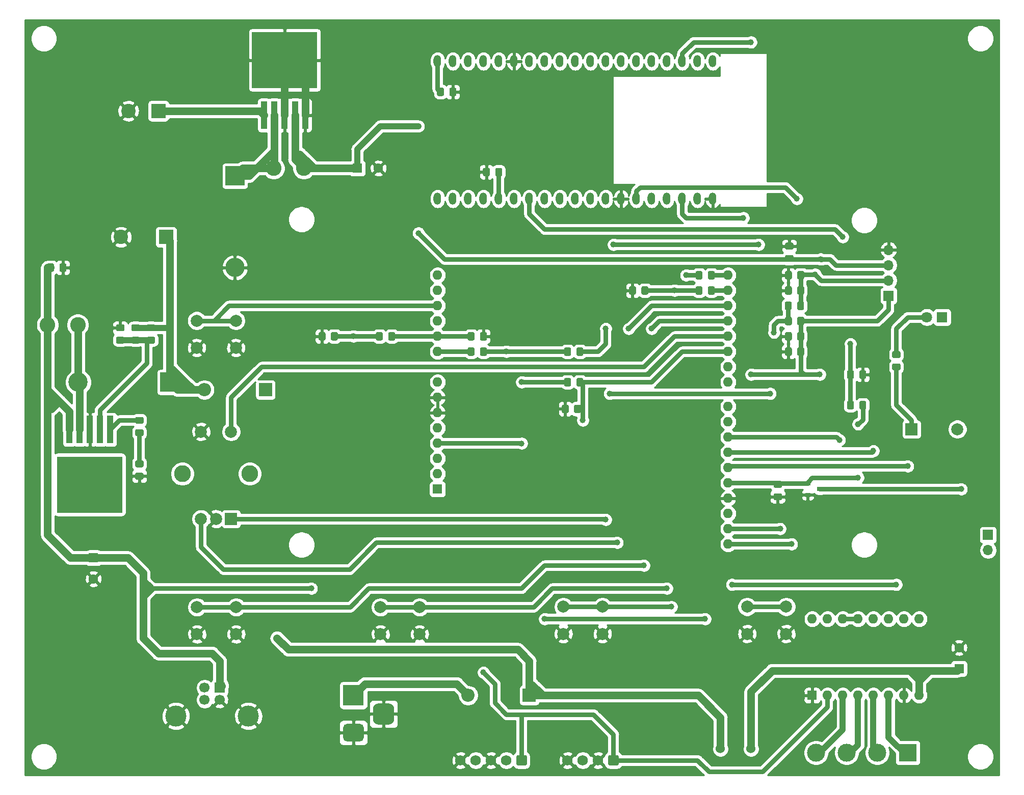
<source format=gbr>
%TF.GenerationSoftware,KiCad,Pcbnew,5.1.6-c6e7f7d~86~ubuntu18.04.1*%
%TF.CreationDate,2020-06-01T12:36:53+02:00*%
%TF.ProjectId,UPC-EURS,5550432d-4555-4525-932e-6b696361645f,rev?*%
%TF.SameCoordinates,Original*%
%TF.FileFunction,Copper,L1,Top*%
%TF.FilePolarity,Positive*%
%FSLAX46Y46*%
G04 Gerber Fmt 4.6, Leading zero omitted, Abs format (unit mm)*
G04 Created by KiCad (PCBNEW 5.1.6-c6e7f7d~86~ubuntu18.04.1) date 2020-06-01 12:36:53*
%MOMM*%
%LPD*%
G01*
G04 APERTURE LIST*
%TA.AperFunction,SMDPad,CuDef*%
%ADD10R,10.800000X9.400000*%
%TD*%
%TA.AperFunction,SMDPad,CuDef*%
%ADD11R,1.100000X4.600000*%
%TD*%
%TA.AperFunction,SMDPad,CuDef*%
%ADD12R,0.900000X0.800000*%
%TD*%
%TA.AperFunction,ComponentPad*%
%ADD13O,1.600000X1.600000*%
%TD*%
%TA.AperFunction,ComponentPad*%
%ADD14R,1.600000X1.600000*%
%TD*%
%TA.AperFunction,ComponentPad*%
%ADD15R,2.000000X2.000000*%
%TD*%
%TA.AperFunction,ComponentPad*%
%ADD16C,2.000000*%
%TD*%
%TA.AperFunction,ComponentPad*%
%ADD17C,1.600000*%
%TD*%
%TA.AperFunction,ComponentPad*%
%ADD18R,2.400000X2.400000*%
%TD*%
%TA.AperFunction,ComponentPad*%
%ADD19C,2.400000*%
%TD*%
%TA.AperFunction,ComponentPad*%
%ADD20R,2.200000X2.200000*%
%TD*%
%TA.AperFunction,ComponentPad*%
%ADD21O,2.200000X2.200000*%
%TD*%
%TA.AperFunction,ComponentPad*%
%ADD22R,3.200000X3.200000*%
%TD*%
%TA.AperFunction,ComponentPad*%
%ADD23O,3.200000X3.200000*%
%TD*%
%TA.AperFunction,ComponentPad*%
%ADD24R,1.800000X1.800000*%
%TD*%
%TA.AperFunction,ComponentPad*%
%ADD25C,1.800000*%
%TD*%
%TA.AperFunction,ComponentPad*%
%ADD26C,1.524000*%
%TD*%
%TA.AperFunction,ComponentPad*%
%ADD27R,1.700000X1.700000*%
%TD*%
%TA.AperFunction,ComponentPad*%
%ADD28C,1.700000*%
%TD*%
%TA.AperFunction,ComponentPad*%
%ADD29C,3.500000*%
%TD*%
%TA.AperFunction,ComponentPad*%
%ADD30C,1.740000*%
%TD*%
%TA.AperFunction,ComponentPad*%
%ADD31C,3.000000*%
%TD*%
%TA.AperFunction,ComponentPad*%
%ADD32R,3.000000X3.000000*%
%TD*%
%TA.AperFunction,ComponentPad*%
%ADD33C,2.600000*%
%TD*%
%TA.AperFunction,ComponentPad*%
%ADD34C,2.800000*%
%TD*%
%TA.AperFunction,ComponentPad*%
%ADD35O,1.270000X2.000000*%
%TD*%
%TA.AperFunction,ComponentPad*%
%ADD36R,3.500000X3.500000*%
%TD*%
%TA.AperFunction,ComponentPad*%
%ADD37O,1.700000X1.700000*%
%TD*%
%TA.AperFunction,ViaPad*%
%ADD38C,1.000000*%
%TD*%
%TA.AperFunction,Conductor*%
%ADD39C,0.762000*%
%TD*%
%TA.AperFunction,Conductor*%
%ADD40C,1.270000*%
%TD*%
%TA.AperFunction,Conductor*%
%ADD41C,1.000000*%
%TD*%
%TA.AperFunction,Conductor*%
%ADD42C,0.254000*%
%TD*%
G04 APERTURE END LIST*
D10*
%TO.P,U1,6*%
%TO.N,N/C*%
X67964000Y-104660000D03*
D11*
%TO.P,U1,5*%
%TO.N,V_BAT*%
X64564000Y-95510000D03*
%TO.P,U1,4*%
%TO.N,Net-(D3-Pad2)*%
X66264000Y-95510000D03*
%TO.P,U1,3*%
%TO.N,GND*%
X67964000Y-95510000D03*
%TO.P,U1,2*%
%TO.N,Net-(R11-Pad2)*%
X69664000Y-95510000D03*
%TO.P,U1,1*%
%TO.N,Net-(R9-Pad1)*%
X71364000Y-95510000D03*
%TD*%
%TO.P,R23,2*%
%TO.N,Net-(R21-Pad2)*%
%TA.AperFunction,SMDPad,CuDef*%
G36*
G01*
X169730000Y-71939999D02*
X169730000Y-72840001D01*
G75*
G02*
X169480001Y-73090000I-249999J0D01*
G01*
X168829999Y-73090000D01*
G75*
G02*
X168580000Y-72840001I0J249999D01*
G01*
X168580000Y-71939999D01*
G75*
G02*
X168829999Y-71690000I249999J0D01*
G01*
X169480001Y-71690000D01*
G75*
G02*
X169730000Y-71939999I0J-249999D01*
G01*
G37*
%TD.AperFunction*%
%TO.P,R23,1*%
%TO.N,TXD*%
%TA.AperFunction,SMDPad,CuDef*%
G36*
G01*
X171780000Y-71939999D02*
X171780000Y-72840001D01*
G75*
G02*
X171530001Y-73090000I-249999J0D01*
G01*
X170879999Y-73090000D01*
G75*
G02*
X170630000Y-72840001I0J249999D01*
G01*
X170630000Y-71939999D01*
G75*
G02*
X170879999Y-71690000I249999J0D01*
G01*
X171530001Y-71690000D01*
G75*
G02*
X171780000Y-71939999I0J-249999D01*
G01*
G37*
%TD.AperFunction*%
%TD*%
%TO.P,R22,2*%
%TO.N,Net-(R22-Pad2)*%
%TA.AperFunction,SMDPad,CuDef*%
G36*
G01*
X169730000Y-69399999D02*
X169730000Y-70300001D01*
G75*
G02*
X169480001Y-70550000I-249999J0D01*
G01*
X168829999Y-70550000D01*
G75*
G02*
X168580000Y-70300001I0J249999D01*
G01*
X168580000Y-69399999D01*
G75*
G02*
X168829999Y-69150000I249999J0D01*
G01*
X169480001Y-69150000D01*
G75*
G02*
X169730000Y-69399999I0J-249999D01*
G01*
G37*
%TD.AperFunction*%
%TO.P,R22,1*%
%TO.N,RXD*%
%TA.AperFunction,SMDPad,CuDef*%
G36*
G01*
X171780000Y-69399999D02*
X171780000Y-70300001D01*
G75*
G02*
X171530001Y-70550000I-249999J0D01*
G01*
X170879999Y-70550000D01*
G75*
G02*
X170630000Y-70300001I0J249999D01*
G01*
X170630000Y-69399999D01*
G75*
G02*
X170879999Y-69150000I249999J0D01*
G01*
X171530001Y-69150000D01*
G75*
G02*
X171780000Y-69399999I0J-249999D01*
G01*
G37*
%TD.AperFunction*%
%TD*%
%TO.P,R21,2*%
%TO.N,Net-(R21-Pad2)*%
%TA.AperFunction,SMDPad,CuDef*%
G36*
G01*
X159590000Y-72840001D02*
X159590000Y-71939999D01*
G75*
G02*
X159839999Y-71690000I249999J0D01*
G01*
X160490001Y-71690000D01*
G75*
G02*
X160740000Y-71939999I0J-249999D01*
G01*
X160740000Y-72840001D01*
G75*
G02*
X160490001Y-73090000I-249999J0D01*
G01*
X159839999Y-73090000D01*
G75*
G02*
X159590000Y-72840001I0J249999D01*
G01*
G37*
%TD.AperFunction*%
%TO.P,R21,1*%
%TO.N,GND*%
%TA.AperFunction,SMDPad,CuDef*%
G36*
G01*
X157540000Y-72840001D02*
X157540000Y-71939999D01*
G75*
G02*
X157789999Y-71690000I249999J0D01*
G01*
X158440001Y-71690000D01*
G75*
G02*
X158690000Y-71939999I0J-249999D01*
G01*
X158690000Y-72840001D01*
G75*
G02*
X158440001Y-73090000I-249999J0D01*
G01*
X157789999Y-73090000D01*
G75*
G02*
X157540000Y-72840001I0J249999D01*
G01*
G37*
%TD.AperFunction*%
%TD*%
%TO.P,R20,2*%
%TO.N,Net-(R20-Pad2)*%
%TA.AperFunction,SMDPad,CuDef*%
G36*
G01*
X135315000Y-53155001D02*
X135315000Y-52254999D01*
G75*
G02*
X135564999Y-52005000I249999J0D01*
G01*
X136215001Y-52005000D01*
G75*
G02*
X136465000Y-52254999I0J-249999D01*
G01*
X136465000Y-53155001D01*
G75*
G02*
X136215001Y-53405000I-249999J0D01*
G01*
X135564999Y-53405000D01*
G75*
G02*
X135315000Y-53155001I0J249999D01*
G01*
G37*
%TD.AperFunction*%
%TO.P,R20,1*%
%TO.N,GND*%
%TA.AperFunction,SMDPad,CuDef*%
G36*
G01*
X133265000Y-53155001D02*
X133265000Y-52254999D01*
G75*
G02*
X133514999Y-52005000I249999J0D01*
G01*
X134165001Y-52005000D01*
G75*
G02*
X134415000Y-52254999I0J-249999D01*
G01*
X134415000Y-53155001D01*
G75*
G02*
X134165001Y-53405000I-249999J0D01*
G01*
X133514999Y-53405000D01*
G75*
G02*
X133265000Y-53155001I0J249999D01*
G01*
G37*
%TD.AperFunction*%
%TD*%
%TO.P,R19,2*%
%TO.N,WARNING*%
%TA.AperFunction,SMDPad,CuDef*%
G36*
G01*
X182695001Y-105205000D02*
X181794999Y-105205000D01*
G75*
G02*
X181545000Y-104955001I0J249999D01*
G01*
X181545000Y-104304999D01*
G75*
G02*
X181794999Y-104055000I249999J0D01*
G01*
X182695001Y-104055000D01*
G75*
G02*
X182945000Y-104304999I0J-249999D01*
G01*
X182945000Y-104955001D01*
G75*
G02*
X182695001Y-105205000I-249999J0D01*
G01*
G37*
%TD.AperFunction*%
%TO.P,R19,1*%
%TO.N,GND*%
%TA.AperFunction,SMDPad,CuDef*%
G36*
G01*
X182695001Y-107255000D02*
X181794999Y-107255000D01*
G75*
G02*
X181545000Y-107005001I0J249999D01*
G01*
X181545000Y-106354999D01*
G75*
G02*
X181794999Y-106105000I249999J0D01*
G01*
X182695001Y-106105000D01*
G75*
G02*
X182945000Y-106354999I0J-249999D01*
G01*
X182945000Y-107005001D01*
G75*
G02*
X182695001Y-107255000I-249999J0D01*
G01*
G37*
%TD.AperFunction*%
%TD*%
%TO.P,R18,2*%
%TO.N,GND*%
%TA.AperFunction,SMDPad,CuDef*%
G36*
G01*
X184580000Y-71939999D02*
X184580000Y-72840001D01*
G75*
G02*
X184330001Y-73090000I-249999J0D01*
G01*
X183679999Y-73090000D01*
G75*
G02*
X183430000Y-72840001I0J249999D01*
G01*
X183430000Y-71939999D01*
G75*
G02*
X183679999Y-71690000I249999J0D01*
G01*
X184330001Y-71690000D01*
G75*
G02*
X184580000Y-71939999I0J-249999D01*
G01*
G37*
%TD.AperFunction*%
%TO.P,R18,1*%
%TO.N,SDA*%
%TA.AperFunction,SMDPad,CuDef*%
G36*
G01*
X186630000Y-71939999D02*
X186630000Y-72840001D01*
G75*
G02*
X186380001Y-73090000I-249999J0D01*
G01*
X185729999Y-73090000D01*
G75*
G02*
X185480000Y-72840001I0J249999D01*
G01*
X185480000Y-71939999D01*
G75*
G02*
X185729999Y-71690000I249999J0D01*
G01*
X186380001Y-71690000D01*
G75*
G02*
X186630000Y-71939999I0J-249999D01*
G01*
G37*
%TD.AperFunction*%
%TD*%
%TO.P,R17,2*%
%TO.N,SDA*%
%TA.AperFunction,SMDPad,CuDef*%
G36*
G01*
X185453000Y-75380001D02*
X185453000Y-74479999D01*
G75*
G02*
X185702999Y-74230000I249999J0D01*
G01*
X186353001Y-74230000D01*
G75*
G02*
X186603000Y-74479999I0J-249999D01*
G01*
X186603000Y-75380001D01*
G75*
G02*
X186353001Y-75630000I-249999J0D01*
G01*
X185702999Y-75630000D01*
G75*
G02*
X185453000Y-75380001I0J249999D01*
G01*
G37*
%TD.AperFunction*%
%TO.P,R17,1*%
%TO.N,+3.3V*%
%TA.AperFunction,SMDPad,CuDef*%
G36*
G01*
X183403000Y-75380001D02*
X183403000Y-74479999D01*
G75*
G02*
X183652999Y-74230000I249999J0D01*
G01*
X184303001Y-74230000D01*
G75*
G02*
X184553000Y-74479999I0J-249999D01*
G01*
X184553000Y-75380001D01*
G75*
G02*
X184303001Y-75630000I-249999J0D01*
G01*
X183652999Y-75630000D01*
G75*
G02*
X183403000Y-75380001I0J249999D01*
G01*
G37*
%TD.AperFunction*%
%TD*%
%TO.P,R16,2*%
%TO.N,GND*%
%TA.AperFunction,SMDPad,CuDef*%
G36*
G01*
X184580000Y-69399999D02*
X184580000Y-70300001D01*
G75*
G02*
X184330001Y-70550000I-249999J0D01*
G01*
X183679999Y-70550000D01*
G75*
G02*
X183430000Y-70300001I0J249999D01*
G01*
X183430000Y-69399999D01*
G75*
G02*
X183679999Y-69150000I249999J0D01*
G01*
X184330001Y-69150000D01*
G75*
G02*
X184580000Y-69399999I0J-249999D01*
G01*
G37*
%TD.AperFunction*%
%TO.P,R16,1*%
%TO.N,SDA*%
%TA.AperFunction,SMDPad,CuDef*%
G36*
G01*
X186630000Y-69399999D02*
X186630000Y-70300001D01*
G75*
G02*
X186380001Y-70550000I-249999J0D01*
G01*
X185729999Y-70550000D01*
G75*
G02*
X185480000Y-70300001I0J249999D01*
G01*
X185480000Y-69399999D01*
G75*
G02*
X185729999Y-69150000I249999J0D01*
G01*
X186380001Y-69150000D01*
G75*
G02*
X186630000Y-69399999I0J-249999D01*
G01*
G37*
%TD.AperFunction*%
%TD*%
%TO.P,R15,2*%
%TO.N,GND*%
%TA.AperFunction,SMDPad,CuDef*%
G36*
G01*
X73475001Y-79170000D02*
X72574999Y-79170000D01*
G75*
G02*
X72325000Y-78920001I0J249999D01*
G01*
X72325000Y-78269999D01*
G75*
G02*
X72574999Y-78020000I249999J0D01*
G01*
X73475001Y-78020000D01*
G75*
G02*
X73725000Y-78269999I0J-249999D01*
G01*
X73725000Y-78920001D01*
G75*
G02*
X73475001Y-79170000I-249999J0D01*
G01*
G37*
%TD.AperFunction*%
%TO.P,R15,1*%
%TO.N,Net-(R11-Pad2)*%
%TA.AperFunction,SMDPad,CuDef*%
G36*
G01*
X73475001Y-81220000D02*
X72574999Y-81220000D01*
G75*
G02*
X72325000Y-80970001I0J249999D01*
G01*
X72325000Y-80319999D01*
G75*
G02*
X72574999Y-80070000I249999J0D01*
G01*
X73475001Y-80070000D01*
G75*
G02*
X73725000Y-80319999I0J-249999D01*
G01*
X73725000Y-80970001D01*
G75*
G02*
X73475001Y-81220000I-249999J0D01*
G01*
G37*
%TD.AperFunction*%
%TD*%
%TO.P,R14,2*%
%TO.N,Net-(R11-Pad2)*%
%TA.AperFunction,SMDPad,CuDef*%
G36*
G01*
X77654999Y-80070000D02*
X78555001Y-80070000D01*
G75*
G02*
X78805000Y-80319999I0J-249999D01*
G01*
X78805000Y-80970001D01*
G75*
G02*
X78555001Y-81220000I-249999J0D01*
G01*
X77654999Y-81220000D01*
G75*
G02*
X77405000Y-80970001I0J249999D01*
G01*
X77405000Y-80319999D01*
G75*
G02*
X77654999Y-80070000I249999J0D01*
G01*
G37*
%TD.AperFunction*%
%TO.P,R14,1*%
%TO.N,+12C*%
%TA.AperFunction,SMDPad,CuDef*%
G36*
G01*
X77654999Y-78020000D02*
X78555001Y-78020000D01*
G75*
G02*
X78805000Y-78269999I0J-249999D01*
G01*
X78805000Y-78920001D01*
G75*
G02*
X78555001Y-79170000I-249999J0D01*
G01*
X77654999Y-79170000D01*
G75*
G02*
X77405000Y-78920001I0J249999D01*
G01*
X77405000Y-78269999D01*
G75*
G02*
X77654999Y-78020000I249999J0D01*
G01*
G37*
%TD.AperFunction*%
%TD*%
%TO.P,R13,2*%
%TO.N,GND*%
%TA.AperFunction,SMDPad,CuDef*%
G36*
G01*
X184580000Y-79559999D02*
X184580000Y-80460001D01*
G75*
G02*
X184330001Y-80710000I-249999J0D01*
G01*
X183679999Y-80710000D01*
G75*
G02*
X183430000Y-80460001I0J249999D01*
G01*
X183430000Y-79559999D01*
G75*
G02*
X183679999Y-79310000I249999J0D01*
G01*
X184330001Y-79310000D01*
G75*
G02*
X184580000Y-79559999I0J-249999D01*
G01*
G37*
%TD.AperFunction*%
%TO.P,R13,1*%
%TO.N,SCL*%
%TA.AperFunction,SMDPad,CuDef*%
G36*
G01*
X186630000Y-79559999D02*
X186630000Y-80460001D01*
G75*
G02*
X186380001Y-80710000I-249999J0D01*
G01*
X185729999Y-80710000D01*
G75*
G02*
X185480000Y-80460001I0J249999D01*
G01*
X185480000Y-79559999D01*
G75*
G02*
X185729999Y-79310000I249999J0D01*
G01*
X186380001Y-79310000D01*
G75*
G02*
X186630000Y-79559999I0J-249999D01*
G01*
G37*
%TD.AperFunction*%
%TD*%
%TO.P,R12,2*%
%TO.N,SCL*%
%TA.AperFunction,SMDPad,CuDef*%
G36*
G01*
X185480000Y-77920001D02*
X185480000Y-77019999D01*
G75*
G02*
X185729999Y-76770000I249999J0D01*
G01*
X186380001Y-76770000D01*
G75*
G02*
X186630000Y-77019999I0J-249999D01*
G01*
X186630000Y-77920001D01*
G75*
G02*
X186380001Y-78170000I-249999J0D01*
G01*
X185729999Y-78170000D01*
G75*
G02*
X185480000Y-77920001I0J249999D01*
G01*
G37*
%TD.AperFunction*%
%TO.P,R12,1*%
%TO.N,+3.3V*%
%TA.AperFunction,SMDPad,CuDef*%
G36*
G01*
X183430000Y-77920001D02*
X183430000Y-77019999D01*
G75*
G02*
X183679999Y-76770000I249999J0D01*
G01*
X184330001Y-76770000D01*
G75*
G02*
X184580000Y-77019999I0J-249999D01*
G01*
X184580000Y-77920001D01*
G75*
G02*
X184330001Y-78170000I-249999J0D01*
G01*
X183679999Y-78170000D01*
G75*
G02*
X183430000Y-77920001I0J249999D01*
G01*
G37*
%TD.AperFunction*%
%TD*%
%TO.P,R11,2*%
%TO.N,Net-(R11-Pad2)*%
%TA.AperFunction,SMDPad,CuDef*%
G36*
G01*
X75114999Y-80070000D02*
X76015001Y-80070000D01*
G75*
G02*
X76265000Y-80319999I0J-249999D01*
G01*
X76265000Y-80970001D01*
G75*
G02*
X76015001Y-81220000I-249999J0D01*
G01*
X75114999Y-81220000D01*
G75*
G02*
X74865000Y-80970001I0J249999D01*
G01*
X74865000Y-80319999D01*
G75*
G02*
X75114999Y-80070000I249999J0D01*
G01*
G37*
%TD.AperFunction*%
%TO.P,R11,1*%
%TO.N,+12C*%
%TA.AperFunction,SMDPad,CuDef*%
G36*
G01*
X75114999Y-78020000D02*
X76015001Y-78020000D01*
G75*
G02*
X76265000Y-78269999I0J-249999D01*
G01*
X76265000Y-78920001D01*
G75*
G02*
X76015001Y-79170000I-249999J0D01*
G01*
X75114999Y-79170000D01*
G75*
G02*
X74865000Y-78920001I0J249999D01*
G01*
X74865000Y-78269999D01*
G75*
G02*
X75114999Y-78020000I249999J0D01*
G01*
G37*
%TD.AperFunction*%
%TD*%
%TO.P,R10,2*%
%TO.N,GND*%
%TA.AperFunction,SMDPad,CuDef*%
G36*
G01*
X184580000Y-82099999D02*
X184580000Y-83000001D01*
G75*
G02*
X184330001Y-83250000I-249999J0D01*
G01*
X183679999Y-83250000D01*
G75*
G02*
X183430000Y-83000001I0J249999D01*
G01*
X183430000Y-82099999D01*
G75*
G02*
X183679999Y-81850000I249999J0D01*
G01*
X184330001Y-81850000D01*
G75*
G02*
X184580000Y-82099999I0J-249999D01*
G01*
G37*
%TD.AperFunction*%
%TO.P,R10,1*%
%TO.N,SCL*%
%TA.AperFunction,SMDPad,CuDef*%
G36*
G01*
X186630000Y-82099999D02*
X186630000Y-83000001D01*
G75*
G02*
X186380001Y-83250000I-249999J0D01*
G01*
X185729999Y-83250000D01*
G75*
G02*
X185480000Y-83000001I0J249999D01*
G01*
X185480000Y-82099999D01*
G75*
G02*
X185729999Y-81850000I249999J0D01*
G01*
X186380001Y-81850000D01*
G75*
G02*
X186630000Y-82099999I0J-249999D01*
G01*
G37*
%TD.AperFunction*%
%TD*%
%TO.P,R9,2*%
%TO.N,Net-(C8-Pad1)*%
%TA.AperFunction,SMDPad,CuDef*%
G36*
G01*
X75749999Y-95455000D02*
X76650001Y-95455000D01*
G75*
G02*
X76900000Y-95704999I0J-249999D01*
G01*
X76900000Y-96355001D01*
G75*
G02*
X76650001Y-96605000I-249999J0D01*
G01*
X75749999Y-96605000D01*
G75*
G02*
X75500000Y-96355001I0J249999D01*
G01*
X75500000Y-95704999D01*
G75*
G02*
X75749999Y-95455000I249999J0D01*
G01*
G37*
%TD.AperFunction*%
%TO.P,R9,1*%
%TO.N,Net-(R9-Pad1)*%
%TA.AperFunction,SMDPad,CuDef*%
G36*
G01*
X75749999Y-93405000D02*
X76650001Y-93405000D01*
G75*
G02*
X76900000Y-93654999I0J-249999D01*
G01*
X76900000Y-94305001D01*
G75*
G02*
X76650001Y-94555000I-249999J0D01*
G01*
X75749999Y-94555000D01*
G75*
G02*
X75500000Y-94305001I0J249999D01*
G01*
X75500000Y-93654999D01*
G75*
G02*
X75749999Y-93405000I249999J0D01*
G01*
G37*
%TD.AperFunction*%
%TD*%
D12*
%TO.P,Q1,3*%
%TO.N,Net-(BZ1-Pad2)*%
X189230000Y-105410000D03*
%TO.P,Q1,2*%
%TO.N,GND*%
X187230000Y-106360000D03*
%TO.P,Q1,1*%
%TO.N,WARNING*%
X187230000Y-104460000D03*
%TD*%
%TO.P,C8,2*%
%TO.N,GND*%
%TA.AperFunction,SMDPad,CuDef*%
G36*
G01*
X75749999Y-102685000D02*
X76650001Y-102685000D01*
G75*
G02*
X76900000Y-102934999I0J-249999D01*
G01*
X76900000Y-103585001D01*
G75*
G02*
X76650001Y-103835000I-249999J0D01*
G01*
X75749999Y-103835000D01*
G75*
G02*
X75500000Y-103585001I0J249999D01*
G01*
X75500000Y-102934999D01*
G75*
G02*
X75749999Y-102685000I249999J0D01*
G01*
G37*
%TD.AperFunction*%
%TO.P,C8,1*%
%TO.N,Net-(C8-Pad1)*%
%TA.AperFunction,SMDPad,CuDef*%
G36*
G01*
X75749999Y-100635000D02*
X76650001Y-100635000D01*
G75*
G02*
X76900000Y-100884999I0J-249999D01*
G01*
X76900000Y-101535001D01*
G75*
G02*
X76650001Y-101785000I-249999J0D01*
G01*
X75749999Y-101785000D01*
G75*
G02*
X75500000Y-101535001I0J249999D01*
G01*
X75500000Y-100884999D01*
G75*
G02*
X75749999Y-100635000I249999J0D01*
G01*
G37*
%TD.AperFunction*%
%TD*%
%TO.P,C7,2*%
%TO.N,GND*%
%TA.AperFunction,SMDPad,CuDef*%
G36*
G01*
X62925000Y-69030001D02*
X62925000Y-68129999D01*
G75*
G02*
X63174999Y-67880000I249999J0D01*
G01*
X63825001Y-67880000D01*
G75*
G02*
X64075000Y-68129999I0J-249999D01*
G01*
X64075000Y-69030001D01*
G75*
G02*
X63825001Y-69280000I-249999J0D01*
G01*
X63174999Y-69280000D01*
G75*
G02*
X62925000Y-69030001I0J249999D01*
G01*
G37*
%TD.AperFunction*%
%TO.P,C7,1*%
%TO.N,V_BAT*%
%TA.AperFunction,SMDPad,CuDef*%
G36*
G01*
X60875000Y-69030001D02*
X60875000Y-68129999D01*
G75*
G02*
X61124999Y-67880000I249999J0D01*
G01*
X61775001Y-67880000D01*
G75*
G02*
X62025000Y-68129999I0J-249999D01*
G01*
X62025000Y-69030001D01*
G75*
G02*
X61775001Y-69280000I-249999J0D01*
G01*
X61124999Y-69280000D01*
G75*
G02*
X60875000Y-69030001I0J249999D01*
G01*
G37*
%TD.AperFunction*%
%TD*%
D13*
%TO.P,A1,32*%
%TO.N,SCL*%
X173990000Y-114550000D03*
%TO.P,A1,31*%
%TO.N,SDA*%
X173990000Y-112010000D03*
D14*
%TO.P,A1,1*%
%TO.N,Net-(A1-Pad1)*%
X125730000Y-105410000D03*
D13*
%TO.P,A1,17*%
%TO.N,ENC_A*%
X173990000Y-74930000D03*
%TO.P,A1,2*%
%TO.N,Net-(A1-Pad2)*%
X125730000Y-102870000D03*
%TO.P,A1,18*%
%TO.N,ENC_B*%
X173990000Y-77470000D03*
%TO.P,A1,3*%
%TO.N,Net-(A1-Pad3)*%
X125730000Y-100330000D03*
%TO.P,A1,19*%
%TO.N,BTN_ENC*%
X173990000Y-80010000D03*
%TO.P,A1,4*%
%TO.N,+3.3V*%
X125730000Y-97790000D03*
%TO.P,A1,20*%
%TO.N,HOME*%
X173990000Y-82550000D03*
%TO.P,A1,5*%
%TO.N,+5VD*%
X125730000Y-95250000D03*
%TO.P,A1,21*%
%TO.N,BTN_4*%
X173990000Y-85090000D03*
%TO.P,A1,6*%
%TO.N,GND*%
X125730000Y-92710000D03*
%TO.P,A1,22*%
%TO.N,BTN_3*%
X173990000Y-87630000D03*
%TO.P,A1,7*%
%TO.N,GND*%
X125730000Y-90170000D03*
%TO.P,A1,23*%
%TO.N,BTN_2*%
X173990000Y-91690000D03*
%TO.P,A1,8*%
%TO.N,Net-(A1-Pad8)*%
X125730000Y-87630000D03*
%TO.P,A1,24*%
%TO.N,BTN_1*%
X173990000Y-94230000D03*
%TO.P,A1,9*%
%TO.N,Net-(A1-Pad9)*%
X125730000Y-82550000D03*
%TO.P,A1,25*%
%TO.N,DIR*%
X173990000Y-96770000D03*
%TO.P,A1,10*%
%TO.N,V_MON*%
X125730000Y-80010000D03*
%TO.P,A1,26*%
%TO.N,STEP*%
X173990000Y-99310000D03*
%TO.P,A1,11*%
%TO.N,Net-(A1-Pad11)*%
X125730000Y-77470000D03*
%TO.P,A1,27*%
%TO.N,EN*%
X173990000Y-101850000D03*
%TO.P,A1,12*%
%TO.N,CYCLE_ON*%
X125730000Y-74930000D03*
%TO.P,A1,28*%
%TO.N,WARNING*%
X173990000Y-104390000D03*
%TO.P,A1,13*%
%TO.N,Net-(A1-Pad13)*%
X125730000Y-72390000D03*
%TO.P,A1,29*%
%TO.N,GND*%
X173990000Y-106930000D03*
%TO.P,A1,14*%
%TO.N,Net-(A1-Pad14)*%
X125730000Y-69850000D03*
%TO.P,A1,30*%
%TO.N,Net-(A1-Pad30)*%
X173990000Y-109470000D03*
%TO.P,A1,15*%
%TO.N,RXD*%
X173990000Y-69850000D03*
%TO.P,A1,16*%
%TO.N,TXD*%
X173990000Y-72390000D03*
%TD*%
D14*
%TO.P,A2,1*%
%TO.N,GND*%
X187960000Y-139700000D03*
D13*
%TO.P,A2,9*%
%TO.N,EN*%
X205740000Y-127000000D03*
%TO.P,A2,2*%
%TO.N,+5VD*%
X190500000Y-139700000D03*
%TO.P,A2,10*%
%TO.N,Net-(A2-Pad10)*%
X203200000Y-127000000D03*
%TO.P,A2,3*%
%TO.N,Net-(A2-Pad3)*%
X193040000Y-139700000D03*
%TO.P,A2,11*%
%TO.N,Net-(A2-Pad11)*%
X200660000Y-127000000D03*
%TO.P,A2,4*%
%TO.N,Net-(A2-Pad4)*%
X195580000Y-139700000D03*
%TO.P,A2,12*%
%TO.N,Net-(A2-Pad12)*%
X198120000Y-127000000D03*
%TO.P,A2,5*%
%TO.N,Net-(A2-Pad5)*%
X198120000Y-139700000D03*
%TO.P,A2,13*%
%TO.N,Net-(A2-Pad13)*%
X195580000Y-127000000D03*
%TO.P,A2,6*%
%TO.N,Net-(A2-Pad6)*%
X200660000Y-139700000D03*
%TO.P,A2,14*%
%TO.N,Net-(A2-Pad13)*%
X193040000Y-127000000D03*
%TO.P,A2,7*%
%TO.N,GND*%
X203200000Y-139700000D03*
%TO.P,A2,15*%
%TO.N,STEP*%
X190500000Y-127000000D03*
%TO.P,A2,8*%
%TO.N,+12V*%
X205740000Y-139700000D03*
%TO.P,A2,16*%
%TO.N,DIR*%
X187960000Y-127000000D03*
%TD*%
D15*
%TO.P,BZ1,1*%
%TO.N,Net-(BZ1-Pad1)*%
X204470000Y-95455001D03*
D16*
%TO.P,BZ1,2*%
%TO.N,Net-(BZ1-Pad2)*%
X212070000Y-95455001D03*
%TD*%
D14*
%TO.P,C1,1*%
%TO.N,V_BAT*%
X68580000Y-116840000D03*
D17*
%TO.P,C1,2*%
%TO.N,GND*%
X68580000Y-120340000D03*
%TD*%
D18*
%TO.P,C2,1*%
%TO.N,+12C*%
X80645000Y-63500000D03*
D19*
%TO.P,C2,2*%
%TO.N,GND*%
X73145000Y-63500000D03*
%TD*%
%TO.P,C3,2*%
%TO.N,GND*%
%TA.AperFunction,SMDPad,CuDef*%
G36*
G01*
X184600001Y-65590000D02*
X183699999Y-65590000D01*
G75*
G02*
X183450000Y-65340001I0J249999D01*
G01*
X183450000Y-64689999D01*
G75*
G02*
X183699999Y-64440000I249999J0D01*
G01*
X184600001Y-64440000D01*
G75*
G02*
X184850000Y-64689999I0J-249999D01*
G01*
X184850000Y-65340001D01*
G75*
G02*
X184600001Y-65590000I-249999J0D01*
G01*
G37*
%TD.AperFunction*%
%TO.P,C3,1*%
%TO.N,+5VD*%
%TA.AperFunction,SMDPad,CuDef*%
G36*
G01*
X184600001Y-67640000D02*
X183699999Y-67640000D01*
G75*
G02*
X183450000Y-67390001I0J249999D01*
G01*
X183450000Y-66739999D01*
G75*
G02*
X183699999Y-66490000I249999J0D01*
G01*
X184600001Y-66490000D01*
G75*
G02*
X184850000Y-66739999I0J-249999D01*
G01*
X184850000Y-67390001D01*
G75*
G02*
X184600001Y-67640000I-249999J0D01*
G01*
G37*
%TD.AperFunction*%
%TD*%
%TO.P,C4,1*%
%TO.N,+5VD*%
%TA.AperFunction,SMDPad,CuDef*%
G36*
G01*
X125645000Y-39820001D02*
X125645000Y-38919999D01*
G75*
G02*
X125894999Y-38670000I249999J0D01*
G01*
X126545001Y-38670000D01*
G75*
G02*
X126795000Y-38919999I0J-249999D01*
G01*
X126795000Y-39820001D01*
G75*
G02*
X126545001Y-40070000I-249999J0D01*
G01*
X125894999Y-40070000D01*
G75*
G02*
X125645000Y-39820001I0J249999D01*
G01*
G37*
%TD.AperFunction*%
%TO.P,C4,2*%
%TO.N,GND*%
%TA.AperFunction,SMDPad,CuDef*%
G36*
G01*
X127695000Y-39820001D02*
X127695000Y-38919999D01*
G75*
G02*
X127944999Y-38670000I249999J0D01*
G01*
X128595001Y-38670000D01*
G75*
G02*
X128845000Y-38919999I0J-249999D01*
G01*
X128845000Y-39820001D01*
G75*
G02*
X128595001Y-40070000I-249999J0D01*
G01*
X127944999Y-40070000D01*
G75*
G02*
X127695000Y-39820001I0J249999D01*
G01*
G37*
%TD.AperFunction*%
%TD*%
D17*
%TO.P,C5,2*%
%TO.N,GND*%
X212359699Y-131755000D03*
D14*
%TO.P,C5,1*%
%TO.N,+12V*%
X212359699Y-135255000D03*
%TD*%
%TO.P,C6,1*%
%TO.N,HOME*%
%TA.AperFunction,SMDPad,CuDef*%
G36*
G01*
X149555000Y-91624999D02*
X149555000Y-92525001D01*
G75*
G02*
X149305001Y-92775000I-249999J0D01*
G01*
X148654999Y-92775000D01*
G75*
G02*
X148405000Y-92525001I0J249999D01*
G01*
X148405000Y-91624999D01*
G75*
G02*
X148654999Y-91375000I249999J0D01*
G01*
X149305001Y-91375000D01*
G75*
G02*
X149555000Y-91624999I0J-249999D01*
G01*
G37*
%TD.AperFunction*%
%TO.P,C6,2*%
%TO.N,GND*%
%TA.AperFunction,SMDPad,CuDef*%
G36*
G01*
X147505000Y-91624999D02*
X147505000Y-92525001D01*
G75*
G02*
X147255001Y-92775000I-249999J0D01*
G01*
X146604999Y-92775000D01*
G75*
G02*
X146355000Y-92525001I0J249999D01*
G01*
X146355000Y-91624999D01*
G75*
G02*
X146604999Y-91375000I249999J0D01*
G01*
X147255001Y-91375000D01*
G75*
G02*
X147505000Y-91624999I0J-249999D01*
G01*
G37*
%TD.AperFunction*%
%TD*%
D20*
%TO.P,D1,1*%
%TO.N,+12P*%
X97155000Y-88900000D03*
D21*
%TO.P,D1,2*%
%TO.N,+12C*%
X86995000Y-88900000D03*
%TD*%
%TO.P,D2,2*%
%TO.N,Net-(D2-Pad2)*%
X130810000Y-139700000D03*
D20*
%TO.P,D2,1*%
%TO.N,+12P*%
X140970000Y-139700000D03*
%TD*%
D22*
%TO.P,D3,1*%
%TO.N,+12C*%
X81280000Y-87630000D03*
D23*
%TO.P,D3,2*%
%TO.N,Net-(D3-Pad2)*%
X66040000Y-87630000D03*
%TD*%
D24*
%TO.P,D4,1*%
%TO.N,Net-(BZ1-Pad2)*%
X209550000Y-76835000D03*
D25*
%TO.P,D4,2*%
%TO.N,Net-(D4-Pad2)*%
X207010000Y-76835000D03*
%TD*%
D26*
%TO.P,F1,1*%
%TO.N,+12V*%
X177800000Y-148590000D03*
%TO.P,F1,2*%
%TO.N,+12P*%
X172720000Y-148590000D03*
%TD*%
D27*
%TO.P,J2,1*%
%TO.N,V_BAT*%
X89535000Y-138430000D03*
D28*
%TO.P,J2,2*%
%TO.N,Net-(J2-Pad2)*%
X87035000Y-138430000D03*
%TO.P,J2,3*%
%TO.N,Net-(J2-Pad3)*%
X87035000Y-140430000D03*
%TO.P,J2,4*%
%TO.N,GND*%
X89535000Y-140430000D03*
D29*
%TO.P,J2,5*%
X94305000Y-143140000D03*
X82265000Y-143140000D03*
%TD*%
%TO.P,J3,1*%
%TO.N,+5VD*%
%TA.AperFunction,ComponentPad*%
G36*
G01*
X140570000Y-149874999D02*
X140570000Y-151115001D01*
G75*
G02*
X140320001Y-151365000I-249999J0D01*
G01*
X139079999Y-151365000D01*
G75*
G02*
X138830000Y-151115001I0J249999D01*
G01*
X138830000Y-149874999D01*
G75*
G02*
X139079999Y-149625000I249999J0D01*
G01*
X140320001Y-149625000D01*
G75*
G02*
X140570000Y-149874999I0J-249999D01*
G01*
G37*
%TD.AperFunction*%
D30*
%TO.P,J3,2*%
%TO.N,Net-(J3-Pad2)*%
X137160000Y-150495000D03*
%TO.P,J3,3*%
%TO.N,GND*%
X134620000Y-150495000D03*
%TO.P,J3,4*%
%TO.N,PRESSURE*%
X132080000Y-150495000D03*
%TO.P,J3,5*%
%TO.N,GND*%
X129540000Y-150495000D03*
%TD*%
D31*
%TO.P,J4,2*%
%TO.N,Net-(A2-Pad5)*%
X198755000Y-149225000D03*
%TO.P,J4,3*%
%TO.N,Net-(A2-Pad4)*%
X193675000Y-149225000D03*
D32*
%TO.P,J4,1*%
%TO.N,Net-(A2-Pad6)*%
X203835000Y-149225000D03*
D31*
%TO.P,J4,4*%
%TO.N,Net-(A2-Pad3)*%
X188595000Y-149225000D03*
%TD*%
%TO.P,J5,1*%
%TO.N,+5VD*%
%TA.AperFunction,ComponentPad*%
G36*
G01*
X155810000Y-149874999D02*
X155810000Y-151115001D01*
G75*
G02*
X155560001Y-151365000I-249999J0D01*
G01*
X154319999Y-151365000D01*
G75*
G02*
X154070000Y-151115001I0J249999D01*
G01*
X154070000Y-149874999D01*
G75*
G02*
X154319999Y-149625000I249999J0D01*
G01*
X155560001Y-149625000D01*
G75*
G02*
X155810000Y-149874999I0J-249999D01*
G01*
G37*
%TD.AperFunction*%
D30*
%TO.P,J5,2*%
%TO.N,GND*%
X152400000Y-150495000D03*
%TO.P,J5,3*%
%TO.N,HOME*%
X149860000Y-150495000D03*
%TO.P,J5,4*%
%TO.N,GND*%
X147320000Y-150495000D03*
%TD*%
D33*
%TO.P,L1,1*%
%TO.N,V_BAT*%
X60960000Y-78105000D03*
%TO.P,L1,2*%
%TO.N,Net-(D3-Pad2)*%
X65960000Y-78105000D03*
%TD*%
%TO.P,R1,2*%
%TO.N,Net-(A1-Pad9)*%
%TA.AperFunction,SMDPad,CuDef*%
G36*
G01*
X131875000Y-82099999D02*
X131875000Y-83000001D01*
G75*
G02*
X131625001Y-83250000I-249999J0D01*
G01*
X130974999Y-83250000D01*
G75*
G02*
X130725000Y-83000001I0J249999D01*
G01*
X130725000Y-82099999D01*
G75*
G02*
X130974999Y-81850000I249999J0D01*
G01*
X131625001Y-81850000D01*
G75*
G02*
X131875000Y-82099999I0J-249999D01*
G01*
G37*
%TD.AperFunction*%
%TO.P,R1,1*%
%TO.N,PRESSURE*%
%TA.AperFunction,SMDPad,CuDef*%
G36*
G01*
X133925000Y-82099999D02*
X133925000Y-83000001D01*
G75*
G02*
X133675001Y-83250000I-249999J0D01*
G01*
X133024999Y-83250000D01*
G75*
G02*
X132775000Y-83000001I0J249999D01*
G01*
X132775000Y-82099999D01*
G75*
G02*
X133024999Y-81850000I249999J0D01*
G01*
X133675001Y-81850000D01*
G75*
G02*
X133925000Y-82099999I0J-249999D01*
G01*
G37*
%TD.AperFunction*%
%TD*%
%TO.P,R2,1*%
%TO.N,V_BAT*%
%TA.AperFunction,SMDPad,CuDef*%
G36*
G01*
X115485000Y-80460001D02*
X115485000Y-79559999D01*
G75*
G02*
X115734999Y-79310000I249999J0D01*
G01*
X116385001Y-79310000D01*
G75*
G02*
X116635000Y-79559999I0J-249999D01*
G01*
X116635000Y-80460001D01*
G75*
G02*
X116385001Y-80710000I-249999J0D01*
G01*
X115734999Y-80710000D01*
G75*
G02*
X115485000Y-80460001I0J249999D01*
G01*
G37*
%TD.AperFunction*%
%TO.P,R2,2*%
%TO.N,V_MON*%
%TA.AperFunction,SMDPad,CuDef*%
G36*
G01*
X117535000Y-80460001D02*
X117535000Y-79559999D01*
G75*
G02*
X117784999Y-79310000I249999J0D01*
G01*
X118435001Y-79310000D01*
G75*
G02*
X118685000Y-79559999I0J-249999D01*
G01*
X118685000Y-80460001D01*
G75*
G02*
X118435001Y-80710000I-249999J0D01*
G01*
X117784999Y-80710000D01*
G75*
G02*
X117535000Y-80460001I0J249999D01*
G01*
G37*
%TD.AperFunction*%
%TD*%
%TO.P,R3,2*%
%TO.N,GND*%
%TA.AperFunction,SMDPad,CuDef*%
G36*
G01*
X132775000Y-80460001D02*
X132775000Y-79559999D01*
G75*
G02*
X133024999Y-79310000I249999J0D01*
G01*
X133675001Y-79310000D01*
G75*
G02*
X133925000Y-79559999I0J-249999D01*
G01*
X133925000Y-80460001D01*
G75*
G02*
X133675001Y-80710000I-249999J0D01*
G01*
X133024999Y-80710000D01*
G75*
G02*
X132775000Y-80460001I0J249999D01*
G01*
G37*
%TD.AperFunction*%
%TO.P,R3,1*%
%TO.N,V_MON*%
%TA.AperFunction,SMDPad,CuDef*%
G36*
G01*
X130725000Y-80460001D02*
X130725000Y-79559999D01*
G75*
G02*
X130974999Y-79310000I249999J0D01*
G01*
X131625001Y-79310000D01*
G75*
G02*
X131875000Y-79559999I0J-249999D01*
G01*
X131875000Y-80460001D01*
G75*
G02*
X131625001Y-80710000I-249999J0D01*
G01*
X130974999Y-80710000D01*
G75*
G02*
X130725000Y-80460001I0J249999D01*
G01*
G37*
%TD.AperFunction*%
%TD*%
%TO.P,R4,2*%
%TO.N,PRESSURE*%
%TA.AperFunction,SMDPad,CuDef*%
G36*
G01*
X147895000Y-82099999D02*
X147895000Y-83000001D01*
G75*
G02*
X147645001Y-83250000I-249999J0D01*
G01*
X146994999Y-83250000D01*
G75*
G02*
X146745000Y-83000001I0J249999D01*
G01*
X146745000Y-82099999D01*
G75*
G02*
X146994999Y-81850000I249999J0D01*
G01*
X147645001Y-81850000D01*
G75*
G02*
X147895000Y-82099999I0J-249999D01*
G01*
G37*
%TD.AperFunction*%
%TO.P,R4,1*%
%TO.N,Net-(R4-Pad1)*%
%TA.AperFunction,SMDPad,CuDef*%
G36*
G01*
X149945000Y-82099999D02*
X149945000Y-83000001D01*
G75*
G02*
X149695001Y-83250000I-249999J0D01*
G01*
X149044999Y-83250000D01*
G75*
G02*
X148795000Y-83000001I0J249999D01*
G01*
X148795000Y-82099999D01*
G75*
G02*
X149044999Y-81850000I249999J0D01*
G01*
X149695001Y-81850000D01*
G75*
G02*
X149945000Y-82099999I0J-249999D01*
G01*
G37*
%TD.AperFunction*%
%TD*%
%TO.P,R5,1*%
%TO.N,Net-(D4-Pad2)*%
%TA.AperFunction,SMDPad,CuDef*%
G36*
G01*
X201479999Y-82465000D02*
X202380001Y-82465000D01*
G75*
G02*
X202630000Y-82714999I0J-249999D01*
G01*
X202630000Y-83365001D01*
G75*
G02*
X202380001Y-83615000I-249999J0D01*
G01*
X201479999Y-83615000D01*
G75*
G02*
X201230000Y-83365001I0J249999D01*
G01*
X201230000Y-82714999D01*
G75*
G02*
X201479999Y-82465000I249999J0D01*
G01*
G37*
%TD.AperFunction*%
%TO.P,R5,2*%
%TO.N,Net-(BZ1-Pad1)*%
%TA.AperFunction,SMDPad,CuDef*%
G36*
G01*
X201479999Y-84515000D02*
X202380001Y-84515000D01*
G75*
G02*
X202630000Y-84764999I0J-249999D01*
G01*
X202630000Y-85415001D01*
G75*
G02*
X202380001Y-85665000I-249999J0D01*
G01*
X201479999Y-85665000D01*
G75*
G02*
X201230000Y-85415001I0J249999D01*
G01*
X201230000Y-84764999D01*
G75*
G02*
X201479999Y-84515000I249999J0D01*
G01*
G37*
%TD.AperFunction*%
%TD*%
%TO.P,R6,1*%
%TO.N,HOME*%
%TA.AperFunction,SMDPad,CuDef*%
G36*
G01*
X149945000Y-87179999D02*
X149945000Y-88080001D01*
G75*
G02*
X149695001Y-88330000I-249999J0D01*
G01*
X149044999Y-88330000D01*
G75*
G02*
X148795000Y-88080001I0J249999D01*
G01*
X148795000Y-87179999D01*
G75*
G02*
X149044999Y-86930000I249999J0D01*
G01*
X149695001Y-86930000D01*
G75*
G02*
X149945000Y-87179999I0J-249999D01*
G01*
G37*
%TD.AperFunction*%
%TO.P,R6,2*%
%TO.N,Net-(R20-Pad2)*%
%TA.AperFunction,SMDPad,CuDef*%
G36*
G01*
X147895000Y-87179999D02*
X147895000Y-88080001D01*
G75*
G02*
X147645001Y-88330000I-249999J0D01*
G01*
X146994999Y-88330000D01*
G75*
G02*
X146745000Y-88080001I0J249999D01*
G01*
X146745000Y-87179999D01*
G75*
G02*
X146994999Y-86930000I249999J0D01*
G01*
X147645001Y-86930000D01*
G75*
G02*
X147895000Y-87179999I0J-249999D01*
G01*
G37*
%TD.AperFunction*%
%TD*%
%TO.P,R7,2*%
%TO.N,Net-(R7-Pad2)*%
%TA.AperFunction,SMDPad,CuDef*%
G36*
G01*
X194885000Y-85909999D02*
X194885000Y-86810001D01*
G75*
G02*
X194635001Y-87060000I-249999J0D01*
G01*
X193984999Y-87060000D01*
G75*
G02*
X193735000Y-86810001I0J249999D01*
G01*
X193735000Y-85909999D01*
G75*
G02*
X193984999Y-85660000I249999J0D01*
G01*
X194635001Y-85660000D01*
G75*
G02*
X194885000Y-85909999I0J-249999D01*
G01*
G37*
%TD.AperFunction*%
%TO.P,R7,1*%
%TO.N,GND*%
%TA.AperFunction,SMDPad,CuDef*%
G36*
G01*
X196935000Y-85909999D02*
X196935000Y-86810001D01*
G75*
G02*
X196685001Y-87060000I-249999J0D01*
G01*
X196034999Y-87060000D01*
G75*
G02*
X195785000Y-86810001I0J249999D01*
G01*
X195785000Y-85909999D01*
G75*
G02*
X196034999Y-85660000I249999J0D01*
G01*
X196685001Y-85660000D01*
G75*
G02*
X196935000Y-85909999I0J-249999D01*
G01*
G37*
%TD.AperFunction*%
%TD*%
%TO.P,R8,1*%
%TO.N,WARNING*%
%TA.AperFunction,SMDPad,CuDef*%
G36*
G01*
X196935000Y-90989999D02*
X196935000Y-91890001D01*
G75*
G02*
X196685001Y-92140000I-249999J0D01*
G01*
X196034999Y-92140000D01*
G75*
G02*
X195785000Y-91890001I0J249999D01*
G01*
X195785000Y-90989999D01*
G75*
G02*
X196034999Y-90740000I249999J0D01*
G01*
X196685001Y-90740000D01*
G75*
G02*
X196935000Y-90989999I0J-249999D01*
G01*
G37*
%TD.AperFunction*%
%TO.P,R8,2*%
%TO.N,Net-(R7-Pad2)*%
%TA.AperFunction,SMDPad,CuDef*%
G36*
G01*
X194885000Y-90989999D02*
X194885000Y-91890001D01*
G75*
G02*
X194635001Y-92140000I-249999J0D01*
G01*
X193984999Y-92140000D01*
G75*
G02*
X193735000Y-91890001I0J249999D01*
G01*
X193735000Y-90989999D01*
G75*
G02*
X193984999Y-90740000I249999J0D01*
G01*
X194635001Y-90740000D01*
G75*
G02*
X194885000Y-90989999I0J-249999D01*
G01*
G37*
%TD.AperFunction*%
%TD*%
D16*
%TO.P,SW1,1*%
%TO.N,BTN_1*%
X177142000Y-124968000D03*
%TO.P,SW1,2*%
%TO.N,GND*%
X177142000Y-129468000D03*
%TO.P,SW1,1*%
%TO.N,BTN_1*%
X183642000Y-124968000D03*
%TO.P,SW1,2*%
%TO.N,GND*%
X183642000Y-129468000D03*
%TD*%
%TO.P,SW2,2*%
%TO.N,GND*%
X153121500Y-129476500D03*
%TO.P,SW2,1*%
%TO.N,BTN_2*%
X153121500Y-124976500D03*
%TO.P,SW2,2*%
%TO.N,GND*%
X146621500Y-129476500D03*
%TO.P,SW2,1*%
%TO.N,BTN_2*%
X146621500Y-124976500D03*
%TD*%
%TO.P,SW3,1*%
%TO.N,BTN_3*%
X116245500Y-125031500D03*
%TO.P,SW3,2*%
%TO.N,GND*%
X116245500Y-129531500D03*
%TO.P,SW3,1*%
%TO.N,BTN_3*%
X122745500Y-125031500D03*
%TO.P,SW3,2*%
%TO.N,GND*%
X122745500Y-129531500D03*
%TD*%
%TO.P,SW4,S2*%
%TO.N,GND*%
X86440000Y-95863000D03*
%TO.P,SW4,S1*%
%TO.N,BTN_ENC*%
X91440000Y-95863000D03*
D34*
%TO.P,SW4,MP*%
%TO.N,N/C*%
X83340000Y-102863000D03*
X94540000Y-102863000D03*
D16*
%TO.P,SW4,B*%
%TO.N,ENC_B*%
X86440000Y-110363000D03*
%TO.P,SW4,C*%
%TO.N,GND*%
X88940000Y-110363000D03*
D15*
%TO.P,SW4,A*%
%TO.N,ENC_A*%
X91440000Y-110363000D03*
%TD*%
D16*
%TO.P,SW5,2*%
%TO.N,GND*%
X92225000Y-81906500D03*
%TO.P,SW5,1*%
%TO.N,CYCLE_ON*%
X92225000Y-77406500D03*
%TO.P,SW5,2*%
%TO.N,GND*%
X85725000Y-81906500D03*
%TO.P,SW5,1*%
%TO.N,CYCLE_ON*%
X85725000Y-77406500D03*
%TD*%
%TO.P,SW6,2*%
%TO.N,GND*%
X92265500Y-129531500D03*
%TO.P,SW6,1*%
%TO.N,BTN_4*%
X92265500Y-125031500D03*
%TO.P,SW6,2*%
%TO.N,GND*%
X85765500Y-129531500D03*
%TO.P,SW6,1*%
%TO.N,BTN_4*%
X85765500Y-125031500D03*
%TD*%
D35*
%TO.P,U3,38*%
%TO.N,GND*%
X171450000Y-57150000D03*
%TO.P,U3,1*%
%TO.N,Net-(U3-Pad1)*%
X171450000Y-34290000D03*
%TO.P,U3,37*%
%TO.N,Net-(U3-Pad37)*%
X168910000Y-57150000D03*
%TO.P,U3,2*%
%TO.N,Net-(U3-Pad2)*%
X168910000Y-34290000D03*
%TO.P,U3,36*%
%TO.N,SCL*%
X166370000Y-57150000D03*
%TO.P,U3,3*%
%TO.N,Net-(R4-Pad1)*%
X166370000Y-34290000D03*
%TO.P,U3,35*%
%TO.N,Net-(R22-Pad2)*%
X163830000Y-57150000D03*
%TO.P,U3,4*%
%TO.N,Net-(U3-Pad4)*%
X163830000Y-34290000D03*
%TO.P,U3,34*%
%TO.N,Net-(R21-Pad2)*%
X161290000Y-57150000D03*
%TO.P,U3,5*%
%TO.N,Net-(U3-Pad5)*%
X161290000Y-34290000D03*
%TO.P,U3,33*%
%TO.N,SDA*%
X158750000Y-57150000D03*
%TO.P,U3,6*%
%TO.N,Net-(U3-Pad6)*%
X158750000Y-34290000D03*
%TO.P,U3,32*%
%TO.N,GND*%
X156210000Y-57150000D03*
%TO.P,U3,7*%
%TO.N,Net-(U3-Pad7)*%
X156210000Y-34290000D03*
%TO.P,U3,31*%
%TO.N,Net-(U3-Pad31)*%
X153670000Y-57150000D03*
%TO.P,U3,8*%
%TO.N,Net-(U3-Pad8)*%
X153670000Y-34290000D03*
%TO.P,U3,30*%
%TO.N,Net-(U3-Pad30)*%
X151130000Y-57150000D03*
%TO.P,U3,9*%
%TO.N,Net-(U3-Pad9)*%
X151130000Y-34290000D03*
%TO.P,U3,29*%
%TO.N,Net-(U3-Pad29)*%
X148590000Y-57150000D03*
%TO.P,U3,10*%
%TO.N,Net-(U3-Pad10)*%
X148590000Y-34290000D03*
%TO.P,U3,28*%
%TO.N,Net-(U3-Pad28)*%
X146050000Y-57150000D03*
%TO.P,U3,11*%
%TO.N,Net-(U3-Pad11)*%
X146050000Y-34290000D03*
%TO.P,U3,27*%
%TO.N,Net-(U3-Pad27)*%
X143510000Y-57150000D03*
%TO.P,U3,12*%
%TO.N,Net-(U3-Pad12)*%
X143510000Y-34290000D03*
%TO.P,U3,26*%
%TO.N,Net-(R7-Pad2)*%
X140970000Y-57150000D03*
%TO.P,U3,13*%
%TO.N,Net-(U3-Pad13)*%
X140970000Y-34290000D03*
%TO.P,U3,25*%
%TO.N,Net-(U3-Pad25)*%
X138430000Y-57150000D03*
%TO.P,U3,14*%
%TO.N,GND*%
X138430000Y-34290000D03*
%TO.P,U3,24*%
%TO.N,Net-(R20-Pad2)*%
X135890000Y-57150000D03*
%TO.P,U3,15*%
%TO.N,Net-(U3-Pad15)*%
X135890000Y-34290000D03*
%TO.P,U3,23*%
%TO.N,Net-(U3-Pad23)*%
X133350000Y-57150000D03*
%TO.P,U3,16*%
%TO.N,Net-(U3-Pad16)*%
X133350000Y-34290000D03*
%TO.P,U3,22*%
%TO.N,Net-(U3-Pad22)*%
X130810000Y-57150000D03*
%TO.P,U3,17*%
%TO.N,Net-(U3-Pad17)*%
X130810000Y-34290000D03*
%TO.P,U3,21*%
%TO.N,Net-(U3-Pad21)*%
X128270000Y-57150000D03*
%TO.P,U3,18*%
%TO.N,Net-(U3-Pad18)*%
X128270000Y-34290000D03*
%TO.P,U3,20*%
%TO.N,Net-(U3-Pad20)*%
X125730000Y-57150000D03*
%TO.P,U3,19*%
%TO.N,+5VD*%
X125730000Y-34290000D03*
%TD*%
D36*
%TO.P,J1,1*%
%TO.N,Net-(D2-Pad2)*%
X111760000Y-139700000D03*
%TO.P,J1,2*%
%TO.N,GND*%
%TA.AperFunction,ComponentPad*%
G36*
G01*
X112760000Y-147400000D02*
X110760000Y-147400000D01*
G75*
G02*
X110010000Y-146650000I0J750000D01*
G01*
X110010000Y-145150000D01*
G75*
G02*
X110760000Y-144400000I750000J0D01*
G01*
X112760000Y-144400000D01*
G75*
G02*
X113510000Y-145150000I0J-750000D01*
G01*
X113510000Y-146650000D01*
G75*
G02*
X112760000Y-147400000I-750000J0D01*
G01*
G37*
%TD.AperFunction*%
%TO.P,J1,3*%
%TA.AperFunction,ComponentPad*%
G36*
G01*
X117635000Y-144550000D02*
X115885000Y-144550000D01*
G75*
G02*
X115010000Y-143675000I0J875000D01*
G01*
X115010000Y-141925000D01*
G75*
G02*
X115885000Y-141050000I875000J0D01*
G01*
X117635000Y-141050000D01*
G75*
G02*
X118510000Y-141925000I0J-875000D01*
G01*
X118510000Y-143675000D01*
G75*
G02*
X117635000Y-144550000I-875000J0D01*
G01*
G37*
%TD.AperFunction*%
%TD*%
D27*
%TO.P,J6,1*%
%TO.N,Net-(BZ1-Pad2)*%
X217170000Y-113030000D03*
D37*
%TO.P,J6,2*%
%TO.N,Net-(BZ1-Pad1)*%
X217170000Y-115570000D03*
%TD*%
D27*
%TO.P,DS1,1*%
%TO.N,SCL*%
X200660000Y-73250000D03*
D37*
%TO.P,DS1,2*%
%TO.N,SDA*%
X200660000Y-70710000D03*
%TO.P,DS1,3*%
%TO.N,+5VD*%
X200660000Y-68170000D03*
%TO.P,DS1,4*%
%TO.N,GND*%
X200660000Y-65630000D03*
%TD*%
%TO.P,C9,1*%
%TO.N,V_BAT*%
%TA.AperFunction,SMDPad,CuDef*%
G36*
G01*
X109160000Y-79559999D02*
X109160000Y-80460001D01*
G75*
G02*
X108910001Y-80710000I-249999J0D01*
G01*
X108259999Y-80710000D01*
G75*
G02*
X108010000Y-80460001I0J249999D01*
G01*
X108010000Y-79559999D01*
G75*
G02*
X108259999Y-79310000I249999J0D01*
G01*
X108910001Y-79310000D01*
G75*
G02*
X109160000Y-79559999I0J-249999D01*
G01*
G37*
%TD.AperFunction*%
%TO.P,C9,2*%
%TO.N,GND*%
%TA.AperFunction,SMDPad,CuDef*%
G36*
G01*
X107110000Y-79559999D02*
X107110000Y-80460001D01*
G75*
G02*
X106860001Y-80710000I-249999J0D01*
G01*
X106209999Y-80710000D01*
G75*
G02*
X105960000Y-80460001I0J249999D01*
G01*
X105960000Y-79559999D01*
G75*
G02*
X106209999Y-79310000I249999J0D01*
G01*
X106860001Y-79310000D01*
G75*
G02*
X107110000Y-79559999I0J-249999D01*
G01*
G37*
%TD.AperFunction*%
%TD*%
D18*
%TO.P,C10,1*%
%TO.N,+12P*%
X79375000Y-42545000D03*
D19*
%TO.P,C10,2*%
%TO.N,GND*%
X74375000Y-42545000D03*
%TD*%
D14*
%TO.P,C11,1*%
%TO.N,+5VD*%
X112395000Y-52070000D03*
D17*
%TO.P,C11,2*%
%TO.N,GND*%
X115895000Y-52070000D03*
%TD*%
D22*
%TO.P,D5,1*%
%TO.N,Net-(D5-Pad1)*%
X92075000Y-53340000D03*
D23*
%TO.P,D5,2*%
%TO.N,GND*%
X92075000Y-68580000D03*
%TD*%
D33*
%TO.P,L2,1*%
%TO.N,Net-(D5-Pad1)*%
X98505000Y-52070000D03*
%TO.P,L2,2*%
%TO.N,+5VD*%
X103505000Y-52070000D03*
%TD*%
D11*
%TO.P,U2,1*%
%TO.N,+12P*%
X96930000Y-43240000D03*
%TO.P,U2,2*%
%TO.N,Net-(D5-Pad1)*%
X98630000Y-43240000D03*
%TO.P,U2,3*%
%TO.N,GND*%
X100330000Y-43240000D03*
%TO.P,U2,4*%
%TO.N,+5VD*%
X102030000Y-43240000D03*
%TO.P,U2,5*%
%TO.N,GND*%
X103730000Y-43240000D03*
D10*
%TO.P,U2,3*%
X100330000Y-34090000D03*
%TD*%
D38*
%TO.N,SCL*%
X184535000Y-114550000D03*
X176530000Y-60325000D03*
X176530000Y-60325000D03*
X177800000Y-86360000D03*
X189230000Y-86360000D03*
%TO.N,SDA*%
X182630000Y-112010000D03*
X185420000Y-57150000D03*
X188455000Y-69710000D03*
%TO.N,ENC_A*%
X157480000Y-78740000D03*
X153670000Y-110490000D03*
%TO.N,ENC_B*%
X161290000Y-78740000D03*
X155575000Y-114300000D03*
%TO.N,+3.3V*%
X143510000Y-127000000D03*
X170180000Y-127000000D03*
X154305000Y-89535000D03*
X180975000Y-89535000D03*
X181610000Y-79375000D03*
X139700000Y-97800000D03*
%TO.N,BTN_2*%
X164583500Y-124976500D03*
%TO.N,GND*%
X198120000Y-123190000D03*
X165735000Y-85725000D03*
X196215000Y-73025000D03*
X77470000Y-110490000D03*
X91186000Y-29464000D03*
%TO.N,BTN_3*%
X163830000Y-121920000D03*
%TO.N,BTN_4*%
X160020000Y-118110000D03*
%TO.N,+12P*%
X99060000Y-130175000D03*
X174625000Y-121285000D03*
X201930000Y-121285000D03*
%TO.N,HOME*%
X149860000Y-93980000D03*
%TO.N,DIR*%
X192500000Y-97250000D03*
%TO.N,STEP*%
X198120000Y-99060000D03*
%TO.N,EN*%
X203835000Y-101600000D03*
%TO.N,WARNING*%
X195580000Y-103505000D03*
X195580000Y-94615000D03*
%TO.N,V_BAT*%
X111760000Y-80010000D03*
X104775000Y-121920000D03*
%TO.N,+5VD*%
X189360000Y-67170000D03*
X133350000Y-135890000D03*
X122555000Y-45085000D03*
X122555000Y-62865000D03*
%TO.N,PRESSURE*%
X137160000Y-82550000D03*
%TO.N,Net-(R4-Pad1)*%
X153670000Y-78740000D03*
X154940000Y-64770000D03*
X179070000Y-64770000D03*
X177800000Y-31115000D03*
%TO.N,Net-(R7-Pad2)*%
X193040000Y-63500000D03*
X194310000Y-81280000D03*
%TO.N,Net-(BZ1-Pad2)*%
X212725000Y-105410000D03*
%TO.N,Net-(R20-Pad2)*%
X139700000Y-87630000D03*
%TO.N,Net-(R21-Pad2)*%
X165100000Y-72390000D03*
%TO.N,Net-(R22-Pad2)*%
X167005000Y-69850000D03*
%TD*%
D39*
%TO.N,SCL*%
X166370000Y-57150000D02*
X166370000Y-59690000D01*
X166370000Y-59690000D02*
X167005000Y-60325000D01*
X167005000Y-60325000D02*
X176530000Y-60325000D01*
X183265000Y-114550000D02*
X173990000Y-114550000D01*
X184535000Y-114550000D02*
X183265000Y-114550000D01*
X186055000Y-82550000D02*
X186055000Y-77470000D01*
X186055000Y-77470000D02*
X189230000Y-77470000D01*
X198755000Y-77470000D02*
X200660000Y-75565000D01*
X189230000Y-77470000D02*
X198755000Y-77470000D01*
X176530000Y-60325000D02*
X176530000Y-60325000D01*
X186055000Y-85805000D02*
X186610000Y-86360000D01*
X186055000Y-82550000D02*
X186055000Y-85805000D01*
X177800000Y-86360000D02*
X186610000Y-86360000D01*
X186610000Y-86360000D02*
X189230000Y-86360000D01*
X200660000Y-73250000D02*
X200660000Y-75565000D01*
%TO.N,SDA*%
X173990000Y-112010000D02*
X182630000Y-112010000D01*
X186055000Y-73025000D02*
X186055000Y-70485000D01*
X158750000Y-57150000D02*
X158750000Y-55880000D01*
X158750000Y-55880000D02*
X159385000Y-55245000D01*
X159385000Y-55245000D02*
X183515000Y-55245000D01*
X183515000Y-55245000D02*
X185420000Y-57150000D01*
X186055000Y-69850000D02*
X186055000Y-72390000D01*
X186055000Y-74903000D02*
X186028000Y-74930000D01*
X186055000Y-72390000D02*
X186055000Y-74903000D01*
X189455000Y-70710000D02*
X188455000Y-69710000D01*
X186195000Y-69710000D02*
X186055000Y-69850000D01*
X188455000Y-69710000D02*
X186195000Y-69710000D01*
X200660000Y-70710000D02*
X189455000Y-70710000D01*
%TO.N,ENC_A*%
X173990000Y-74930000D02*
X161290000Y-74930000D01*
X161290000Y-74930000D02*
X157480000Y-78740000D01*
X91440000Y-110363000D02*
X153543000Y-110363000D01*
X153543000Y-110363000D02*
X153670000Y-110490000D01*
%TO.N,ENC_B*%
X173990000Y-77470000D02*
X162560000Y-77470000D01*
X162560000Y-77470000D02*
X161290000Y-78740000D01*
X115570000Y-114300000D02*
X155575000Y-114300000D01*
X86440000Y-110363000D02*
X86440000Y-115015000D01*
X90170000Y-118745000D02*
X111125000Y-118745000D01*
X86440000Y-115015000D02*
X90170000Y-118745000D01*
X111125000Y-118745000D02*
X115570000Y-114300000D01*
%TO.N,BTN_ENC*%
X165100000Y-80010000D02*
X173990000Y-80010000D01*
X96520000Y-85090000D02*
X160020000Y-85090000D01*
X91440000Y-95863000D02*
X91440000Y-90170000D01*
X160020000Y-85090000D02*
X165100000Y-80010000D01*
X91440000Y-90170000D02*
X96520000Y-85090000D01*
%TO.N,+3.3V*%
X143510000Y-127000000D02*
X170180000Y-127000000D01*
X183978000Y-77443000D02*
X184005000Y-77470000D01*
X183978000Y-74930000D02*
X183978000Y-77443000D01*
X180975000Y-89535000D02*
X154305000Y-89535000D01*
X184005000Y-77470000D02*
X182245000Y-77470000D01*
X181610000Y-78105000D02*
X181610000Y-79375000D01*
X182245000Y-77470000D02*
X181610000Y-78105000D01*
X125730000Y-97790000D02*
X139690000Y-97790000D01*
X139690000Y-97790000D02*
X139700000Y-97800000D01*
%TO.N,BTN_1*%
X177142000Y-124968000D02*
X183642000Y-124968000D01*
%TO.N,BTN_2*%
X146621500Y-124976500D02*
X153121500Y-124976500D01*
X153121500Y-124976500D02*
X164583500Y-124976500D01*
D40*
%TO.N,GND*%
X100330000Y-43240000D02*
X100330000Y-34090000D01*
X103730000Y-37490000D02*
X100330000Y-34090000D01*
X103730000Y-43240000D02*
X103730000Y-37490000D01*
D39*
%TO.N,BTN_3*%
X116245500Y-125031500D02*
X122745500Y-125031500D01*
X122745500Y-125031500D02*
X141668500Y-125031500D01*
X141668500Y-125031500D02*
X144780000Y-121920000D01*
X144780000Y-121920000D02*
X163830000Y-121920000D01*
%TO.N,BTN_4*%
X85765500Y-125031500D02*
X92265500Y-125031500D01*
X92265500Y-125031500D02*
X111188500Y-125031500D01*
X111188500Y-125031500D02*
X114300000Y-121920000D01*
X114300000Y-121920000D02*
X139700000Y-121920000D01*
X139700000Y-121920000D02*
X142240000Y-119380000D01*
X142240000Y-119380000D02*
X143510000Y-118110000D01*
X143510000Y-118110000D02*
X160020000Y-118110000D01*
D40*
%TO.N,+12P*%
X96235000Y-42545000D02*
X96930000Y-43240000D01*
X79375000Y-42545000D02*
X96235000Y-42545000D01*
X139065000Y-132080000D02*
X140970000Y-133985000D01*
X99060000Y-130175000D02*
X100965000Y-132080000D01*
X100965000Y-132080000D02*
X139065000Y-132080000D01*
D39*
X174625000Y-121285000D02*
X201930000Y-121285000D01*
D40*
X141470000Y-137970000D02*
X143200000Y-139700000D01*
X140970000Y-137970000D02*
X141470000Y-137970000D01*
X140970000Y-139700000D02*
X143200000Y-139700000D01*
X140970000Y-137970000D02*
X140970000Y-139700000D01*
X140970000Y-133985000D02*
X140970000Y-137970000D01*
X172720000Y-143370000D02*
X169050000Y-139700000D01*
X172720000Y-148590000D02*
X172720000Y-143370000D01*
X169050000Y-139700000D02*
X143200000Y-139700000D01*
D39*
%TO.N,HOME*%
X149370000Y-87630000D02*
X161290000Y-87630000D01*
X166370000Y-82550000D02*
X173990000Y-82550000D01*
X161290000Y-87630000D02*
X166370000Y-82550000D01*
X148980000Y-92075000D02*
X149860000Y-92075000D01*
X149860000Y-93980000D02*
X149860000Y-92075000D01*
X149860000Y-92075000D02*
X149860000Y-87630000D01*
%TO.N,Net-(A1-Pad9)*%
X131300000Y-82550000D02*
X125730000Y-82550000D01*
%TO.N,DIR*%
X173990000Y-96770000D02*
X192020000Y-96770000D01*
X192020000Y-96770000D02*
X192500000Y-97250000D01*
%TO.N,V_MON*%
X125730000Y-80010000D02*
X118110000Y-80010000D01*
X131300000Y-80010000D02*
X128270000Y-80010000D01*
X128270000Y-80010000D02*
X125730000Y-80010000D01*
%TO.N,STEP*%
X173990000Y-99310000D02*
X197870000Y-99310000D01*
X198120000Y-99060000D02*
X197870000Y-99310000D01*
%TO.N,EN*%
X174240000Y-101600000D02*
X173990000Y-101850000D01*
X203835000Y-101600000D02*
X174240000Y-101600000D01*
%TO.N,CYCLE_ON*%
X125730000Y-74930000D02*
X97790000Y-74930000D01*
X97790000Y-74930000D02*
X91059000Y-74930000D01*
X88582500Y-77406500D02*
X85725000Y-77406500D01*
X91059000Y-74930000D02*
X88582500Y-77406500D01*
X92225000Y-77406500D02*
X85725000Y-77406500D01*
%TO.N,WARNING*%
X182005000Y-104390000D02*
X182245000Y-104630000D01*
X173990000Y-104390000D02*
X182005000Y-104390000D01*
X182415000Y-104460000D02*
X182245000Y-104630000D01*
X187230000Y-104460000D02*
X182415000Y-104460000D01*
X187230000Y-104460000D02*
X187230000Y-104235000D01*
X187230000Y-104235000D02*
X187960000Y-103505000D01*
X187960000Y-103505000D02*
X195580000Y-103505000D01*
X196360000Y-91440000D02*
X196360000Y-93835000D01*
X196360000Y-93835000D02*
X195580000Y-94615000D01*
%TO.N,RXD*%
X173990000Y-69850000D02*
X171205000Y-69850000D01*
%TO.N,TXD*%
X173990000Y-72390000D02*
X171205000Y-72390000D01*
D41*
%TO.N,Net-(A2-Pad3)*%
X193040000Y-145415000D02*
X188595000Y-149860000D01*
X193040000Y-139700000D02*
X193040000Y-145415000D01*
%TO.N,Net-(A2-Pad4)*%
X195580000Y-147955000D02*
X193675000Y-149860000D01*
X195580000Y-139700000D02*
X195580000Y-147955000D01*
%TO.N,Net-(A2-Pad5)*%
X198120000Y-149225000D02*
X198755000Y-149860000D01*
X198120000Y-139700000D02*
X198120000Y-149225000D01*
D39*
%TO.N,Net-(A2-Pad13)*%
X195580000Y-127000000D02*
X193040000Y-127000000D01*
D41*
%TO.N,Net-(A2-Pad6)*%
X200660000Y-146685000D02*
X203835000Y-149860000D01*
X200660000Y-139700000D02*
X200660000Y-146685000D01*
D40*
%TO.N,+12V*%
X205740000Y-137160000D02*
X205740000Y-139700000D01*
X204152500Y-135572500D02*
X205740000Y-137160000D01*
X181292500Y-135572500D02*
X204152500Y-135572500D01*
X177800000Y-139065000D02*
X181292500Y-135572500D01*
X177800000Y-148590000D02*
X177800000Y-139065000D01*
X212042199Y-135572500D02*
X212359699Y-135255000D01*
X205840000Y-137160000D02*
X207427500Y-135572500D01*
X205740000Y-137160000D02*
X205840000Y-137160000D01*
X207427500Y-135572500D02*
X212042199Y-135572500D01*
X204152500Y-135572500D02*
X206072500Y-135572500D01*
X205740000Y-135905000D02*
X206072500Y-135572500D01*
X205740000Y-139700000D02*
X205740000Y-135905000D01*
X206072500Y-135572500D02*
X207427500Y-135572500D01*
%TO.N,V_BAT*%
X89860000Y-138105000D02*
X89535000Y-138430000D01*
X89535000Y-133985000D02*
X89535000Y-138430000D01*
X88265000Y-132715000D02*
X89535000Y-133985000D01*
X60960000Y-78740000D02*
X60960000Y-88265000D01*
X64564000Y-95510000D02*
X64564000Y-92504000D01*
X60960000Y-88900000D02*
X60960000Y-88265000D01*
X64770000Y-116840000D02*
X68580000Y-116840000D01*
X60960000Y-113030000D02*
X64770000Y-116840000D01*
X68580000Y-116840000D02*
X74295000Y-116840000D01*
X74295000Y-116840000D02*
X76835000Y-119380000D01*
X79375000Y-132715000D02*
X86360000Y-132715000D01*
X76835000Y-130175000D02*
X79375000Y-132715000D01*
X86360000Y-132715000D02*
X88265000Y-132715000D01*
X62865000Y-90805000D02*
X61595000Y-92075000D01*
X62865000Y-90805000D02*
X60960000Y-88900000D01*
X64564000Y-92504000D02*
X62865000Y-90805000D01*
X61595000Y-90805000D02*
X60960000Y-91440000D01*
X62865000Y-90805000D02*
X61595000Y-90805000D01*
X60960000Y-88900000D02*
X60960000Y-91440000D01*
X60960000Y-91440000D02*
X60960000Y-113030000D01*
X60960000Y-78105000D02*
X60960000Y-68580000D01*
X60960000Y-68580000D02*
X61450000Y-68580000D01*
D39*
X116060000Y-80010000D02*
X111760000Y-80010000D01*
X111760000Y-80010000D02*
X108585000Y-80010000D01*
X78670000Y-121920000D02*
X78500000Y-121920000D01*
D40*
X76835000Y-123585000D02*
X76835000Y-130175000D01*
D39*
X104775000Y-121920000D02*
X78670000Y-121920000D01*
X78170000Y-121920000D02*
X78170000Y-121670000D01*
D40*
X76835000Y-119380000D02*
X76835000Y-120335000D01*
D39*
X78170000Y-121920000D02*
X76835000Y-121920000D01*
D40*
X76835000Y-120335000D02*
X76835000Y-121920000D01*
D39*
X78670000Y-121920000D02*
X78170000Y-121920000D01*
X78000000Y-122420000D02*
X77710000Y-122710000D01*
X77710000Y-122710000D02*
X76835000Y-123585000D01*
X78500000Y-121920000D02*
X77710000Y-122710000D01*
X78000000Y-121500000D02*
X76835000Y-120335000D01*
X78170000Y-121670000D02*
X78000000Y-121500000D01*
D40*
X76835000Y-122915000D02*
X76835000Y-123585000D01*
X76835000Y-121920000D02*
X76835000Y-122915000D01*
D39*
X78000000Y-121750000D02*
X76835000Y-122915000D01*
X78000000Y-121750000D02*
X78000000Y-122420000D01*
X78000000Y-121500000D02*
X78000000Y-121750000D01*
D40*
%TO.N,+12C*%
X82550000Y-88900000D02*
X81280000Y-87630000D01*
X83820000Y-88900000D02*
X82550000Y-88900000D01*
X81280000Y-64135000D02*
X80645000Y-63500000D01*
D41*
X75565000Y-78595000D02*
X80790000Y-78595000D01*
X80790000Y-78595000D02*
X81280000Y-78105000D01*
D40*
X81280000Y-78105000D02*
X81280000Y-64135000D01*
X85100000Y-88900000D02*
X83820000Y-88900000D01*
X81280000Y-85470000D02*
X81670000Y-85470000D01*
X86995000Y-88900000D02*
X85100000Y-88900000D01*
X81280000Y-85470000D02*
X81280000Y-78105000D01*
X81280000Y-87630000D02*
X81280000Y-85470000D01*
X83975000Y-87775000D02*
X83475000Y-87775000D01*
X83975000Y-87775000D02*
X85100000Y-88900000D01*
X81670000Y-85470000D02*
X83975000Y-87775000D01*
X83330000Y-87630000D02*
X81280000Y-87630000D01*
X83475000Y-87775000D02*
X83330000Y-87630000D01*
D39*
%TO.N,+5VD*%
X139700000Y-150495000D02*
X139700000Y-142875000D01*
X125730000Y-38880000D02*
X126220000Y-39370000D01*
X125730000Y-34290000D02*
X125730000Y-38880000D01*
X189360000Y-67170000D02*
X126860000Y-67170000D01*
X189500000Y-67310000D02*
X189360000Y-67170000D01*
D40*
X102030000Y-50595000D02*
X103505000Y-52070000D01*
D39*
X135255000Y-140970000D02*
X137160000Y-142875000D01*
X137160000Y-142875000D02*
X139700000Y-142875000D01*
X135255000Y-137795000D02*
X135255000Y-140970000D01*
X133350000Y-135890000D02*
X135255000Y-137795000D01*
X168910000Y-150495000D02*
X154940000Y-150495000D01*
X179705000Y-152400000D02*
X170815000Y-152400000D01*
X190500000Y-141605000D02*
X179705000Y-152400000D01*
X170815000Y-152400000D02*
X168910000Y-150495000D01*
X190500000Y-139700000D02*
X190500000Y-141605000D01*
X126860000Y-67170000D02*
X122555000Y-62865000D01*
D41*
X116205000Y-45085000D02*
X122555000Y-45085000D01*
X112395000Y-48895000D02*
X116205000Y-45085000D01*
D39*
X200660000Y-68170000D02*
X191920000Y-68170000D01*
X190920000Y-67170000D02*
X189360000Y-67170000D01*
X191920000Y-68170000D02*
X190920000Y-67170000D01*
X154940000Y-146190000D02*
X151625000Y-142875000D01*
X154940000Y-150495000D02*
X154940000Y-146190000D01*
X151625000Y-142875000D02*
X139700000Y-142875000D01*
D40*
X102830000Y-49720000D02*
X105180000Y-52070000D01*
X103505000Y-52070000D02*
X105180000Y-52070000D01*
X102030000Y-49720000D02*
X102830000Y-49720000D01*
X102030000Y-49720000D02*
X102030000Y-50595000D01*
X102030000Y-43240000D02*
X102030000Y-49720000D01*
D41*
X112395000Y-52070000D02*
X112395000Y-48895000D01*
D40*
X105180000Y-52070000D02*
X112395000Y-52070000D01*
%TO.N,Net-(D2-Pad2)*%
X130810000Y-139700000D02*
X128905000Y-137795000D01*
X113665000Y-137795000D02*
X111760000Y-139700000D01*
X128905000Y-137795000D02*
X113665000Y-137795000D01*
D39*
%TO.N,Net-(D4-Pad2)*%
X201930000Y-83040000D02*
X201930000Y-78740000D01*
X203835000Y-76835000D02*
X207010000Y-76835000D01*
X201930000Y-78740000D02*
X203835000Y-76835000D01*
%TO.N,PRESSURE*%
X133350000Y-82550000D02*
X137160000Y-82550000D01*
X147320000Y-82550000D02*
X137160000Y-82550000D01*
%TO.N,Net-(R4-Pad1)*%
X152400000Y-82550000D02*
X149370000Y-82550000D01*
X153670000Y-81280000D02*
X152400000Y-82550000D01*
X153670000Y-78740000D02*
X153670000Y-81280000D01*
X177800000Y-64770000D02*
X154940000Y-64770000D01*
X179070000Y-64770000D02*
X177800000Y-64770000D01*
X166370000Y-34290000D02*
X166370000Y-33020000D01*
X166370000Y-33020000D02*
X168275000Y-31115000D01*
X168275000Y-31115000D02*
X177800000Y-31115000D01*
%TO.N,Net-(R7-Pad2)*%
X194310000Y-91440000D02*
X194310000Y-86360000D01*
X140970000Y-57150000D02*
X140970000Y-59690000D01*
X140970000Y-59690000D02*
X143510000Y-62230000D01*
X143510000Y-62230000D02*
X191770000Y-62230000D01*
X191770000Y-62230000D02*
X193040000Y-63500000D01*
X194310000Y-86360000D02*
X194310000Y-81280000D01*
%TO.N,Net-(BZ1-Pad1)*%
X204470000Y-95455001D02*
X204470000Y-93980000D01*
X204470000Y-93980000D02*
X201930000Y-91440000D01*
X201930000Y-91440000D02*
X201930000Y-85090000D01*
%TO.N,Net-(BZ1-Pad2)*%
X189230000Y-105410000D02*
X212725000Y-105410000D01*
%TO.N,Net-(C8-Pad1)*%
X76200000Y-96030000D02*
X76200000Y-101210000D01*
D40*
%TO.N,Net-(D3-Pad2)*%
X66264000Y-87854000D02*
X66040000Y-87630000D01*
X66264000Y-95510000D02*
X66264000Y-87854000D01*
X66040000Y-78820000D02*
X65960000Y-78740000D01*
X66040000Y-87630000D02*
X66040000Y-78820000D01*
D39*
%TO.N,Net-(R20-Pad2)*%
X147320000Y-87630000D02*
X139700000Y-87630000D01*
X135890000Y-57150000D02*
X135890000Y-52705000D01*
%TO.N,Net-(R9-Pad1)*%
X72894000Y-93980000D02*
X71364000Y-95510000D01*
X76200000Y-93980000D02*
X72894000Y-93980000D01*
%TO.N,Net-(R11-Pad2)*%
X77470000Y-84455000D02*
X77470000Y-80645000D01*
X69664000Y-92261000D02*
X77470000Y-84455000D01*
X69664000Y-95510000D02*
X69664000Y-92261000D01*
D41*
X78105000Y-80645000D02*
X73025000Y-80645000D01*
D39*
%TO.N,Net-(R21-Pad2)*%
X169155000Y-72390000D02*
X165100000Y-72390000D01*
X165100000Y-72390000D02*
X160165000Y-72390000D01*
%TO.N,Net-(R22-Pad2)*%
X169155000Y-69850000D02*
X167005000Y-69850000D01*
D40*
%TO.N,Net-(D5-Pad1)*%
X93345000Y-52070000D02*
X92075000Y-53340000D01*
X98505000Y-52070000D02*
X93345000Y-52070000D01*
X98630000Y-51945000D02*
X98505000Y-52070000D01*
X94410000Y-53340000D02*
X98630000Y-49120000D01*
X92075000Y-53340000D02*
X94410000Y-53340000D01*
X98630000Y-43240000D02*
X98630000Y-49120000D01*
X98630000Y-49120000D02*
X98630000Y-51945000D01*
%TD*%
D42*
%TO.N,GND*%
G36*
X219000000Y-152960000D02*
G01*
X180581840Y-152960000D01*
X191183133Y-142358708D01*
X191221896Y-142326896D01*
X191348860Y-142172190D01*
X191443202Y-141995687D01*
X191501298Y-141804171D01*
X191516000Y-141654902D01*
X191516000Y-141654895D01*
X191520914Y-141605001D01*
X191516000Y-141555107D01*
X191516000Y-140713396D01*
X191614637Y-140614759D01*
X191770000Y-140382241D01*
X191905000Y-140584284D01*
X191905001Y-144944867D01*
X189543072Y-147306797D01*
X189217756Y-147172047D01*
X188805279Y-147090000D01*
X188384721Y-147090000D01*
X187972244Y-147172047D01*
X187583698Y-147332988D01*
X187234017Y-147566637D01*
X186936637Y-147864017D01*
X186702988Y-148213698D01*
X186542047Y-148602244D01*
X186460000Y-149014721D01*
X186460000Y-149435279D01*
X186542047Y-149847756D01*
X186702988Y-150236302D01*
X186936637Y-150585983D01*
X187234017Y-150883363D01*
X187583698Y-151117012D01*
X187972244Y-151277953D01*
X188384721Y-151360000D01*
X188805279Y-151360000D01*
X189217756Y-151277953D01*
X189606302Y-151117012D01*
X189955983Y-150883363D01*
X190253363Y-150585983D01*
X190487012Y-150236302D01*
X190647953Y-149847756D01*
X190730000Y-149435279D01*
X190730000Y-149330131D01*
X191738125Y-148322006D01*
X191622047Y-148602244D01*
X191540000Y-149014721D01*
X191540000Y-149435279D01*
X191622047Y-149847756D01*
X191782988Y-150236302D01*
X192016637Y-150585983D01*
X192314017Y-150883363D01*
X192663698Y-151117012D01*
X193052244Y-151277953D01*
X193464721Y-151360000D01*
X193885279Y-151360000D01*
X194297756Y-151277953D01*
X194686302Y-151117012D01*
X195035983Y-150883363D01*
X195333363Y-150585983D01*
X195567012Y-150236302D01*
X195727953Y-149847756D01*
X195810000Y-149435279D01*
X195810000Y-149330132D01*
X196343141Y-148796991D01*
X196386449Y-148761449D01*
X196528284Y-148588623D01*
X196633676Y-148391447D01*
X196698577Y-148177499D01*
X196715000Y-148010752D01*
X196720491Y-147955000D01*
X196715000Y-147899248D01*
X196715000Y-140584284D01*
X196850000Y-140382241D01*
X196985000Y-140584284D01*
X196985001Y-148031093D01*
X196862988Y-148213698D01*
X196702047Y-148602244D01*
X196620000Y-149014721D01*
X196620000Y-149435279D01*
X196702047Y-149847756D01*
X196862988Y-150236302D01*
X197096637Y-150585983D01*
X197394017Y-150883363D01*
X197743698Y-151117012D01*
X198132244Y-151277953D01*
X198544721Y-151360000D01*
X198965279Y-151360000D01*
X199377756Y-151277953D01*
X199766302Y-151117012D01*
X200115983Y-150883363D01*
X200413363Y-150585983D01*
X200647012Y-150236302D01*
X200807953Y-149847756D01*
X200890000Y-149435279D01*
X200890000Y-149014721D01*
X200807953Y-148602244D01*
X200691875Y-148322006D01*
X201696928Y-149327060D01*
X201696928Y-150725000D01*
X201709188Y-150849482D01*
X201745498Y-150969180D01*
X201804463Y-151079494D01*
X201883815Y-151176185D01*
X201980506Y-151255537D01*
X202090820Y-151314502D01*
X202210518Y-151350812D01*
X202335000Y-151363072D01*
X205335000Y-151363072D01*
X205459482Y-151350812D01*
X205579180Y-151314502D01*
X205689494Y-151255537D01*
X205786185Y-151176185D01*
X205865537Y-151079494D01*
X205924502Y-150969180D01*
X205960812Y-150849482D01*
X205973072Y-150725000D01*
X205973072Y-149639872D01*
X213665000Y-149639872D01*
X213665000Y-150080128D01*
X213750890Y-150511925D01*
X213919369Y-150918669D01*
X214163962Y-151284729D01*
X214475271Y-151596038D01*
X214841331Y-151840631D01*
X215248075Y-152009110D01*
X215679872Y-152095000D01*
X216120128Y-152095000D01*
X216551925Y-152009110D01*
X216958669Y-151840631D01*
X217324729Y-151596038D01*
X217636038Y-151284729D01*
X217880631Y-150918669D01*
X218049110Y-150511925D01*
X218135000Y-150080128D01*
X218135000Y-149639872D01*
X218049110Y-149208075D01*
X217880631Y-148801331D01*
X217636038Y-148435271D01*
X217324729Y-148123962D01*
X216958669Y-147879369D01*
X216551925Y-147710890D01*
X216120128Y-147625000D01*
X215679872Y-147625000D01*
X215248075Y-147710890D01*
X214841331Y-147879369D01*
X214475271Y-148123962D01*
X214163962Y-148435271D01*
X213919369Y-148801331D01*
X213750890Y-149208075D01*
X213665000Y-149639872D01*
X205973072Y-149639872D01*
X205973072Y-147725000D01*
X205960812Y-147600518D01*
X205924502Y-147480820D01*
X205865537Y-147370506D01*
X205786185Y-147273815D01*
X205689494Y-147194463D01*
X205579180Y-147135498D01*
X205459482Y-147099188D01*
X205335000Y-147086928D01*
X202667059Y-147086928D01*
X201795000Y-146214869D01*
X201795000Y-140584284D01*
X201931680Y-140379727D01*
X201936067Y-140369135D01*
X202047615Y-140555131D01*
X202236586Y-140763519D01*
X202462580Y-140931037D01*
X202716913Y-141051246D01*
X202850961Y-141091904D01*
X203073000Y-140969915D01*
X203073000Y-139827000D01*
X203053000Y-139827000D01*
X203053000Y-139573000D01*
X203073000Y-139573000D01*
X203073000Y-138430085D01*
X202850961Y-138308096D01*
X202716913Y-138348754D01*
X202462580Y-138468963D01*
X202236586Y-138636481D01*
X202047615Y-138844869D01*
X201936067Y-139030865D01*
X201931680Y-139020273D01*
X201774637Y-138785241D01*
X201574759Y-138585363D01*
X201339727Y-138428320D01*
X201078574Y-138320147D01*
X200801335Y-138265000D01*
X200518665Y-138265000D01*
X200241426Y-138320147D01*
X199980273Y-138428320D01*
X199745241Y-138585363D01*
X199545363Y-138785241D01*
X199390000Y-139017759D01*
X199234637Y-138785241D01*
X199034759Y-138585363D01*
X198799727Y-138428320D01*
X198538574Y-138320147D01*
X198261335Y-138265000D01*
X197978665Y-138265000D01*
X197701426Y-138320147D01*
X197440273Y-138428320D01*
X197205241Y-138585363D01*
X197005363Y-138785241D01*
X196850000Y-139017759D01*
X196694637Y-138785241D01*
X196494759Y-138585363D01*
X196259727Y-138428320D01*
X195998574Y-138320147D01*
X195721335Y-138265000D01*
X195438665Y-138265000D01*
X195161426Y-138320147D01*
X194900273Y-138428320D01*
X194665241Y-138585363D01*
X194465363Y-138785241D01*
X194310000Y-139017759D01*
X194154637Y-138785241D01*
X193954759Y-138585363D01*
X193719727Y-138428320D01*
X193458574Y-138320147D01*
X193181335Y-138265000D01*
X192898665Y-138265000D01*
X192621426Y-138320147D01*
X192360273Y-138428320D01*
X192125241Y-138585363D01*
X191925363Y-138785241D01*
X191770000Y-139017759D01*
X191614637Y-138785241D01*
X191414759Y-138585363D01*
X191179727Y-138428320D01*
X190918574Y-138320147D01*
X190641335Y-138265000D01*
X190358665Y-138265000D01*
X190081426Y-138320147D01*
X189820273Y-138428320D01*
X189585241Y-138585363D01*
X189386643Y-138783961D01*
X189385812Y-138775518D01*
X189349502Y-138655820D01*
X189290537Y-138545506D01*
X189211185Y-138448815D01*
X189114494Y-138369463D01*
X189004180Y-138310498D01*
X188884482Y-138274188D01*
X188760000Y-138261928D01*
X188245750Y-138265000D01*
X188087000Y-138423750D01*
X188087000Y-139573000D01*
X188107000Y-139573000D01*
X188107000Y-139827000D01*
X188087000Y-139827000D01*
X188087000Y-140976250D01*
X188245750Y-141135000D01*
X188760000Y-141138072D01*
X188884482Y-141125812D01*
X189004180Y-141089502D01*
X189114494Y-141030537D01*
X189211185Y-140951185D01*
X189290537Y-140854494D01*
X189349502Y-140744180D01*
X189385812Y-140624482D01*
X189386643Y-140616039D01*
X189484001Y-140713397D01*
X189484001Y-141184158D01*
X179284160Y-151384000D01*
X171235841Y-151384000D01*
X169663712Y-149811872D01*
X169631896Y-149773104D01*
X169477190Y-149646140D01*
X169300687Y-149551798D01*
X169109171Y-149493702D01*
X168959902Y-149479000D01*
X168910000Y-149474085D01*
X168860098Y-149479000D01*
X156350460Y-149479000D01*
X156298405Y-149381613D01*
X156187962Y-149247038D01*
X156053387Y-149136595D01*
X155956000Y-149084540D01*
X155956000Y-146239902D01*
X155960915Y-146190000D01*
X155941298Y-145990829D01*
X155899017Y-145851448D01*
X155883202Y-145799313D01*
X155788860Y-145622810D01*
X155661896Y-145468104D01*
X155623133Y-145436292D01*
X152378712Y-142191872D01*
X152346896Y-142153104D01*
X152192190Y-142026140D01*
X152015687Y-141931798D01*
X151824171Y-141873702D01*
X151674902Y-141859000D01*
X151625000Y-141854085D01*
X151575098Y-141859000D01*
X139749902Y-141859000D01*
X139700000Y-141854085D01*
X139650098Y-141859000D01*
X137580841Y-141859000D01*
X136271000Y-140549160D01*
X136271000Y-137844902D01*
X136275915Y-137795000D01*
X136256298Y-137595829D01*
X136198202Y-137404313D01*
X136193766Y-137396013D01*
X136103860Y-137227810D01*
X135976896Y-137073104D01*
X135938133Y-137041292D01*
X134431208Y-135534367D01*
X134355824Y-135352376D01*
X134231612Y-135166480D01*
X134073520Y-135008388D01*
X133887624Y-134884176D01*
X133681067Y-134798617D01*
X133461788Y-134755000D01*
X133238212Y-134755000D01*
X133018933Y-134798617D01*
X132812376Y-134884176D01*
X132626480Y-135008388D01*
X132468388Y-135166480D01*
X132344176Y-135352376D01*
X132258617Y-135558933D01*
X132215000Y-135778212D01*
X132215000Y-136001788D01*
X132258617Y-136221067D01*
X132344176Y-136427624D01*
X132468388Y-136613520D01*
X132626480Y-136771612D01*
X132812376Y-136895824D01*
X132994367Y-136971208D01*
X134239000Y-138215841D01*
X134239001Y-140920089D01*
X134234085Y-140970000D01*
X134253702Y-141169170D01*
X134286956Y-141278792D01*
X134311799Y-141360687D01*
X134406141Y-141537190D01*
X134533105Y-141691896D01*
X134571868Y-141723708D01*
X136406292Y-143558133D01*
X136438104Y-143596896D01*
X136592810Y-143723860D01*
X136754900Y-143810498D01*
X136769313Y-143818202D01*
X136960829Y-143876298D01*
X137160000Y-143895915D01*
X137209902Y-143891000D01*
X138684001Y-143891000D01*
X138684000Y-149084540D01*
X138586613Y-149136595D01*
X138452038Y-149247038D01*
X138341595Y-149381613D01*
X138283567Y-149490175D01*
X138119382Y-149325990D01*
X137872885Y-149161286D01*
X137598992Y-149047836D01*
X137308230Y-148990000D01*
X137011770Y-148990000D01*
X136721008Y-149047836D01*
X136447115Y-149161286D01*
X136200618Y-149325990D01*
X135990990Y-149535618D01*
X135880281Y-149701306D01*
X135662672Y-149631933D01*
X134799605Y-150495000D01*
X135662672Y-151358067D01*
X135880281Y-151288694D01*
X135990990Y-151454382D01*
X136200618Y-151664010D01*
X136447115Y-151828714D01*
X136721008Y-151942164D01*
X137011770Y-152000000D01*
X137308230Y-152000000D01*
X137598992Y-151942164D01*
X137872885Y-151828714D01*
X138119382Y-151664010D01*
X138283567Y-151499825D01*
X138341595Y-151608387D01*
X138452038Y-151742962D01*
X138586613Y-151853405D01*
X138740149Y-151935472D01*
X138906745Y-151986008D01*
X139079999Y-152003072D01*
X140320001Y-152003072D01*
X140493255Y-151986008D01*
X140659851Y-151935472D01*
X140813387Y-151853405D01*
X140947962Y-151742962D01*
X141058405Y-151608387D01*
X141096203Y-151537672D01*
X146456933Y-151537672D01*
X146536988Y-151788789D01*
X146804439Y-151916687D01*
X147091703Y-151989950D01*
X147387740Y-152005764D01*
X147681174Y-151963520D01*
X147960728Y-151864841D01*
X148103012Y-151788789D01*
X148183067Y-151537672D01*
X147320000Y-150674605D01*
X146456933Y-151537672D01*
X141096203Y-151537672D01*
X141140472Y-151454851D01*
X141191008Y-151288255D01*
X141208072Y-151115001D01*
X141208072Y-150562740D01*
X145809236Y-150562740D01*
X145851480Y-150856174D01*
X145950159Y-151135728D01*
X146026211Y-151278012D01*
X146277328Y-151358067D01*
X147140395Y-150495000D01*
X147499605Y-150495000D01*
X148362672Y-151358067D01*
X148580281Y-151288694D01*
X148690990Y-151454382D01*
X148900618Y-151664010D01*
X149147115Y-151828714D01*
X149421008Y-151942164D01*
X149711770Y-152000000D01*
X150008230Y-152000000D01*
X150298992Y-151942164D01*
X150572885Y-151828714D01*
X150819382Y-151664010D01*
X150945720Y-151537672D01*
X151536933Y-151537672D01*
X151616988Y-151788789D01*
X151884439Y-151916687D01*
X152171703Y-151989950D01*
X152467740Y-152005764D01*
X152761174Y-151963520D01*
X153040728Y-151864841D01*
X153183012Y-151788789D01*
X153263067Y-151537672D01*
X152400000Y-150674605D01*
X151536933Y-151537672D01*
X150945720Y-151537672D01*
X151029010Y-151454382D01*
X151139719Y-151288694D01*
X151357328Y-151358067D01*
X152220395Y-150495000D01*
X151357328Y-149631933D01*
X151139719Y-149701306D01*
X151029010Y-149535618D01*
X150945720Y-149452328D01*
X151536933Y-149452328D01*
X152400000Y-150315395D01*
X153263067Y-149452328D01*
X153183012Y-149201211D01*
X152915561Y-149073313D01*
X152628297Y-149000050D01*
X152332260Y-148984236D01*
X152038826Y-149026480D01*
X151759272Y-149125159D01*
X151616988Y-149201211D01*
X151536933Y-149452328D01*
X150945720Y-149452328D01*
X150819382Y-149325990D01*
X150572885Y-149161286D01*
X150298992Y-149047836D01*
X150008230Y-148990000D01*
X149711770Y-148990000D01*
X149421008Y-149047836D01*
X149147115Y-149161286D01*
X148900618Y-149325990D01*
X148690990Y-149535618D01*
X148580281Y-149701306D01*
X148362672Y-149631933D01*
X147499605Y-150495000D01*
X147140395Y-150495000D01*
X146277328Y-149631933D01*
X146026211Y-149711988D01*
X145898313Y-149979439D01*
X145825050Y-150266703D01*
X145809236Y-150562740D01*
X141208072Y-150562740D01*
X141208072Y-149874999D01*
X141191008Y-149701745D01*
X141140472Y-149535149D01*
X141096204Y-149452328D01*
X146456933Y-149452328D01*
X147320000Y-150315395D01*
X148183067Y-149452328D01*
X148103012Y-149201211D01*
X147835561Y-149073313D01*
X147548297Y-149000050D01*
X147252260Y-148984236D01*
X146958826Y-149026480D01*
X146679272Y-149125159D01*
X146536988Y-149201211D01*
X146456933Y-149452328D01*
X141096204Y-149452328D01*
X141058405Y-149381613D01*
X140947962Y-149247038D01*
X140813387Y-149136595D01*
X140716000Y-149084540D01*
X140716000Y-143891000D01*
X151204160Y-143891000D01*
X153924001Y-146610842D01*
X153924000Y-149084540D01*
X153826613Y-149136595D01*
X153692038Y-149247038D01*
X153581595Y-149381613D01*
X153499528Y-149535149D01*
X153467744Y-149639926D01*
X153442672Y-149631933D01*
X152579605Y-150495000D01*
X153442672Y-151358067D01*
X153467744Y-151350074D01*
X153499528Y-151454851D01*
X153581595Y-151608387D01*
X153692038Y-151742962D01*
X153826613Y-151853405D01*
X153980149Y-151935472D01*
X154146745Y-151986008D01*
X154319999Y-152003072D01*
X155560001Y-152003072D01*
X155733255Y-151986008D01*
X155899851Y-151935472D01*
X156053387Y-151853405D01*
X156187962Y-151742962D01*
X156298405Y-151608387D01*
X156350460Y-151511000D01*
X168489160Y-151511000D01*
X169938159Y-152960000D01*
X57225000Y-152960000D01*
X57225000Y-149639872D01*
X58090000Y-149639872D01*
X58090000Y-150080128D01*
X58175890Y-150511925D01*
X58344369Y-150918669D01*
X58588962Y-151284729D01*
X58900271Y-151596038D01*
X59266331Y-151840631D01*
X59673075Y-152009110D01*
X60104872Y-152095000D01*
X60545128Y-152095000D01*
X60976925Y-152009110D01*
X61383669Y-151840631D01*
X61749729Y-151596038D01*
X61808095Y-151537672D01*
X128676933Y-151537672D01*
X128756988Y-151788789D01*
X129024439Y-151916687D01*
X129311703Y-151989950D01*
X129607740Y-152005764D01*
X129901174Y-151963520D01*
X130180728Y-151864841D01*
X130323012Y-151788789D01*
X130403067Y-151537672D01*
X129540000Y-150674605D01*
X128676933Y-151537672D01*
X61808095Y-151537672D01*
X62061038Y-151284729D01*
X62305631Y-150918669D01*
X62453061Y-150562740D01*
X128029236Y-150562740D01*
X128071480Y-150856174D01*
X128170159Y-151135728D01*
X128246211Y-151278012D01*
X128497328Y-151358067D01*
X129360395Y-150495000D01*
X129719605Y-150495000D01*
X130582672Y-151358067D01*
X130800281Y-151288694D01*
X130910990Y-151454382D01*
X131120618Y-151664010D01*
X131367115Y-151828714D01*
X131641008Y-151942164D01*
X131931770Y-152000000D01*
X132228230Y-152000000D01*
X132518992Y-151942164D01*
X132792885Y-151828714D01*
X133039382Y-151664010D01*
X133165720Y-151537672D01*
X133756933Y-151537672D01*
X133836988Y-151788789D01*
X134104439Y-151916687D01*
X134391703Y-151989950D01*
X134687740Y-152005764D01*
X134981174Y-151963520D01*
X135260728Y-151864841D01*
X135403012Y-151788789D01*
X135483067Y-151537672D01*
X134620000Y-150674605D01*
X133756933Y-151537672D01*
X133165720Y-151537672D01*
X133249010Y-151454382D01*
X133359719Y-151288694D01*
X133577328Y-151358067D01*
X134440395Y-150495000D01*
X133577328Y-149631933D01*
X133359719Y-149701306D01*
X133249010Y-149535618D01*
X133165720Y-149452328D01*
X133756933Y-149452328D01*
X134620000Y-150315395D01*
X135483067Y-149452328D01*
X135403012Y-149201211D01*
X135135561Y-149073313D01*
X134848297Y-149000050D01*
X134552260Y-148984236D01*
X134258826Y-149026480D01*
X133979272Y-149125159D01*
X133836988Y-149201211D01*
X133756933Y-149452328D01*
X133165720Y-149452328D01*
X133039382Y-149325990D01*
X132792885Y-149161286D01*
X132518992Y-149047836D01*
X132228230Y-148990000D01*
X131931770Y-148990000D01*
X131641008Y-149047836D01*
X131367115Y-149161286D01*
X131120618Y-149325990D01*
X130910990Y-149535618D01*
X130800281Y-149701306D01*
X130582672Y-149631933D01*
X129719605Y-150495000D01*
X129360395Y-150495000D01*
X128497328Y-149631933D01*
X128246211Y-149711988D01*
X128118313Y-149979439D01*
X128045050Y-150266703D01*
X128029236Y-150562740D01*
X62453061Y-150562740D01*
X62474110Y-150511925D01*
X62560000Y-150080128D01*
X62560000Y-149639872D01*
X62522696Y-149452328D01*
X128676933Y-149452328D01*
X129540000Y-150315395D01*
X130403067Y-149452328D01*
X130323012Y-149201211D01*
X130055561Y-149073313D01*
X129768297Y-149000050D01*
X129472260Y-148984236D01*
X129178826Y-149026480D01*
X128899272Y-149125159D01*
X128756988Y-149201211D01*
X128676933Y-149452328D01*
X62522696Y-149452328D01*
X62474110Y-149208075D01*
X62305631Y-148801331D01*
X62061038Y-148435271D01*
X61749729Y-148123962D01*
X61383669Y-147879369D01*
X60976925Y-147710890D01*
X60545128Y-147625000D01*
X60104872Y-147625000D01*
X59673075Y-147710890D01*
X59266331Y-147879369D01*
X58900271Y-148123962D01*
X58588962Y-148435271D01*
X58344369Y-148801331D01*
X58175890Y-149208075D01*
X58090000Y-149639872D01*
X57225000Y-149639872D01*
X57225000Y-147400000D01*
X109371928Y-147400000D01*
X109384188Y-147524482D01*
X109420498Y-147644180D01*
X109479463Y-147754494D01*
X109558815Y-147851185D01*
X109655506Y-147930537D01*
X109765820Y-147989502D01*
X109885518Y-148025812D01*
X110010000Y-148038072D01*
X111474250Y-148035000D01*
X111633000Y-147876250D01*
X111633000Y-146027000D01*
X111887000Y-146027000D01*
X111887000Y-147876250D01*
X112045750Y-148035000D01*
X113510000Y-148038072D01*
X113634482Y-148025812D01*
X113754180Y-147989502D01*
X113864494Y-147930537D01*
X113961185Y-147851185D01*
X114040537Y-147754494D01*
X114099502Y-147644180D01*
X114135812Y-147524482D01*
X114148072Y-147400000D01*
X114145000Y-146185750D01*
X113986250Y-146027000D01*
X111887000Y-146027000D01*
X111633000Y-146027000D01*
X109533750Y-146027000D01*
X109375000Y-146185750D01*
X109371928Y-147400000D01*
X57225000Y-147400000D01*
X57225000Y-144809609D01*
X80774997Y-144809609D01*
X80961073Y-145150766D01*
X81378409Y-145366513D01*
X81829815Y-145496696D01*
X82297946Y-145536313D01*
X82764811Y-145483842D01*
X83212468Y-145341297D01*
X83568927Y-145150766D01*
X83755003Y-144809609D01*
X92814997Y-144809609D01*
X93001073Y-145150766D01*
X93418409Y-145366513D01*
X93869815Y-145496696D01*
X94337946Y-145536313D01*
X94804811Y-145483842D01*
X95252468Y-145341297D01*
X95608927Y-145150766D01*
X95795003Y-144809609D01*
X94305000Y-143319605D01*
X92814997Y-144809609D01*
X83755003Y-144809609D01*
X82265000Y-143319605D01*
X80774997Y-144809609D01*
X57225000Y-144809609D01*
X57225000Y-143172946D01*
X79868687Y-143172946D01*
X79921158Y-143639811D01*
X80063703Y-144087468D01*
X80254234Y-144443927D01*
X80595391Y-144630003D01*
X82085395Y-143140000D01*
X82444605Y-143140000D01*
X83934609Y-144630003D01*
X84275766Y-144443927D01*
X84491513Y-144026591D01*
X84621696Y-143575185D01*
X84655736Y-143172946D01*
X91908687Y-143172946D01*
X91961158Y-143639811D01*
X92103703Y-144087468D01*
X92294234Y-144443927D01*
X92635391Y-144630003D01*
X94125395Y-143140000D01*
X94484605Y-143140000D01*
X95974609Y-144630003D01*
X96315766Y-144443927D01*
X96338474Y-144400000D01*
X109371928Y-144400000D01*
X109375000Y-145614250D01*
X109533750Y-145773000D01*
X111633000Y-145773000D01*
X111633000Y-143923750D01*
X111887000Y-143923750D01*
X111887000Y-145773000D01*
X113986250Y-145773000D01*
X114145000Y-145614250D01*
X114147692Y-144550000D01*
X114371928Y-144550000D01*
X114384188Y-144674482D01*
X114420498Y-144794180D01*
X114479463Y-144904494D01*
X114558815Y-145001185D01*
X114655506Y-145080537D01*
X114765820Y-145139502D01*
X114885518Y-145175812D01*
X115010000Y-145188072D01*
X116474250Y-145185000D01*
X116633000Y-145026250D01*
X116633000Y-142927000D01*
X116887000Y-142927000D01*
X116887000Y-145026250D01*
X117045750Y-145185000D01*
X118510000Y-145188072D01*
X118634482Y-145175812D01*
X118754180Y-145139502D01*
X118864494Y-145080537D01*
X118961185Y-145001185D01*
X119040537Y-144904494D01*
X119099502Y-144794180D01*
X119135812Y-144674482D01*
X119148072Y-144550000D01*
X119145000Y-143085750D01*
X118986250Y-142927000D01*
X116887000Y-142927000D01*
X116633000Y-142927000D01*
X114533750Y-142927000D01*
X114375000Y-143085750D01*
X114371928Y-144550000D01*
X114147692Y-144550000D01*
X114148072Y-144400000D01*
X114135812Y-144275518D01*
X114099502Y-144155820D01*
X114040537Y-144045506D01*
X113961185Y-143948815D01*
X113864494Y-143869463D01*
X113754180Y-143810498D01*
X113634482Y-143774188D01*
X113510000Y-143761928D01*
X112045750Y-143765000D01*
X111887000Y-143923750D01*
X111633000Y-143923750D01*
X111474250Y-143765000D01*
X110010000Y-143761928D01*
X109885518Y-143774188D01*
X109765820Y-143810498D01*
X109655506Y-143869463D01*
X109558815Y-143948815D01*
X109479463Y-144045506D01*
X109420498Y-144155820D01*
X109384188Y-144275518D01*
X109371928Y-144400000D01*
X96338474Y-144400000D01*
X96531513Y-144026591D01*
X96661696Y-143575185D01*
X96701313Y-143107054D01*
X96648842Y-142640189D01*
X96506297Y-142192532D01*
X96315766Y-141836073D01*
X95974609Y-141649997D01*
X94484605Y-143140000D01*
X94125395Y-143140000D01*
X92635391Y-141649997D01*
X92294234Y-141836073D01*
X92078487Y-142253409D01*
X91948304Y-142704815D01*
X91908687Y-143172946D01*
X84655736Y-143172946D01*
X84661313Y-143107054D01*
X84608842Y-142640189D01*
X84466297Y-142192532D01*
X84275766Y-141836073D01*
X83934609Y-141649997D01*
X82444605Y-143140000D01*
X82085395Y-143140000D01*
X80595391Y-141649997D01*
X80254234Y-141836073D01*
X80038487Y-142253409D01*
X79908304Y-142704815D01*
X79868687Y-143172946D01*
X57225000Y-143172946D01*
X57225000Y-141470391D01*
X80774997Y-141470391D01*
X82265000Y-142960395D01*
X83755003Y-141470391D01*
X83568927Y-141129234D01*
X83151591Y-140913487D01*
X82700185Y-140783304D01*
X82232054Y-140743687D01*
X81765189Y-140796158D01*
X81317532Y-140938703D01*
X80961073Y-141129234D01*
X80774997Y-141470391D01*
X57225000Y-141470391D01*
X57225000Y-121332702D01*
X67766903Y-121332702D01*
X67838486Y-121576671D01*
X68093996Y-121697571D01*
X68368184Y-121766300D01*
X68650512Y-121780217D01*
X68930130Y-121738787D01*
X69196292Y-121643603D01*
X69321514Y-121576671D01*
X69393097Y-121332702D01*
X68580000Y-120519605D01*
X67766903Y-121332702D01*
X57225000Y-121332702D01*
X57225000Y-120410512D01*
X67139783Y-120410512D01*
X67181213Y-120690130D01*
X67276397Y-120956292D01*
X67343329Y-121081514D01*
X67587298Y-121153097D01*
X68400395Y-120340000D01*
X68759605Y-120340000D01*
X69572702Y-121153097D01*
X69816671Y-121081514D01*
X69937571Y-120826004D01*
X70006300Y-120551816D01*
X70020217Y-120269488D01*
X69978787Y-119989870D01*
X69883603Y-119723708D01*
X69816671Y-119598486D01*
X69572702Y-119526903D01*
X68759605Y-120340000D01*
X68400395Y-120340000D01*
X67587298Y-119526903D01*
X67343329Y-119598486D01*
X67222429Y-119853996D01*
X67153700Y-120128184D01*
X67139783Y-120410512D01*
X57225000Y-120410512D01*
X57225000Y-119347298D01*
X67766903Y-119347298D01*
X68580000Y-120160395D01*
X69393097Y-119347298D01*
X69321514Y-119103329D01*
X69066004Y-118982429D01*
X68791816Y-118913700D01*
X68509488Y-118899783D01*
X68229870Y-118941213D01*
X67963708Y-119036397D01*
X67838486Y-119103329D01*
X67766903Y-119347298D01*
X57225000Y-119347298D01*
X57225000Y-77914419D01*
X59025000Y-77914419D01*
X59025000Y-78295581D01*
X59099361Y-78669419D01*
X59245225Y-79021566D01*
X59456987Y-79338491D01*
X59690000Y-79571504D01*
X59690001Y-88202610D01*
X59690000Y-88202620D01*
X59690000Y-88837627D01*
X59683857Y-88900000D01*
X59690000Y-88962373D01*
X59690001Y-91377611D01*
X59690000Y-91377621D01*
X59690000Y-91377627D01*
X59683857Y-91440000D01*
X59690000Y-91502373D01*
X59690001Y-112967617D01*
X59683857Y-113030000D01*
X59708377Y-113278963D01*
X59762875Y-113458617D01*
X59780998Y-113518359D01*
X59898926Y-113738988D01*
X60057631Y-113932370D01*
X60106086Y-113972136D01*
X63827868Y-117693920D01*
X63867630Y-117742370D01*
X63916080Y-117782132D01*
X63916083Y-117782135D01*
X63940043Y-117801798D01*
X64061012Y-117901075D01*
X64235788Y-117994494D01*
X64281641Y-118019003D01*
X64521037Y-118091623D01*
X64770000Y-118116144D01*
X64832380Y-118110000D01*
X67351741Y-118110000D01*
X67425506Y-118170537D01*
X67535820Y-118229502D01*
X67655518Y-118265812D01*
X67780000Y-118278072D01*
X69380000Y-118278072D01*
X69504482Y-118265812D01*
X69624180Y-118229502D01*
X69734494Y-118170537D01*
X69808259Y-118110000D01*
X73768950Y-118110000D01*
X75565000Y-119906051D01*
X75565000Y-123522621D01*
X75565001Y-130112617D01*
X75558857Y-130175000D01*
X75583377Y-130423963D01*
X75640392Y-130611913D01*
X75655998Y-130663359D01*
X75773926Y-130883988D01*
X75932631Y-131077370D01*
X75981086Y-131117136D01*
X78432863Y-133568914D01*
X78472630Y-133617370D01*
X78666012Y-133776075D01*
X78886641Y-133894003D01*
X79053416Y-133944594D01*
X79126036Y-133966623D01*
X79151755Y-133969156D01*
X79312620Y-133985000D01*
X79312626Y-133985000D01*
X79374999Y-133991143D01*
X79437372Y-133985000D01*
X87738950Y-133985000D01*
X88265000Y-134511051D01*
X88265001Y-137103222D01*
X88233815Y-137128815D01*
X88154463Y-137225506D01*
X88095498Y-137335820D01*
X88082797Y-137377690D01*
X87981632Y-137276525D01*
X87738411Y-137114010D01*
X87468158Y-137002068D01*
X87181260Y-136945000D01*
X86888740Y-136945000D01*
X86601842Y-137002068D01*
X86331589Y-137114010D01*
X86088368Y-137276525D01*
X85881525Y-137483368D01*
X85719010Y-137726589D01*
X85607068Y-137996842D01*
X85550000Y-138283740D01*
X85550000Y-138576260D01*
X85607068Y-138863158D01*
X85719010Y-139133411D01*
X85881525Y-139376632D01*
X85934893Y-139430000D01*
X85881525Y-139483368D01*
X85719010Y-139726589D01*
X85607068Y-139996842D01*
X85550000Y-140283740D01*
X85550000Y-140576260D01*
X85607068Y-140863158D01*
X85719010Y-141133411D01*
X85881525Y-141376632D01*
X86088368Y-141583475D01*
X86331589Y-141745990D01*
X86601842Y-141857932D01*
X86888740Y-141915000D01*
X87181260Y-141915000D01*
X87468158Y-141857932D01*
X87738411Y-141745990D01*
X87981632Y-141583475D01*
X88106710Y-141458397D01*
X88686208Y-141458397D01*
X88763843Y-141707472D01*
X89027883Y-141833371D01*
X89311411Y-141905339D01*
X89603531Y-141920611D01*
X89893019Y-141878599D01*
X90168747Y-141780919D01*
X90306157Y-141707472D01*
X90380053Y-141470391D01*
X92814997Y-141470391D01*
X94305000Y-142960395D01*
X95795003Y-141470391D01*
X95608927Y-141129234D01*
X95191591Y-140913487D01*
X94740185Y-140783304D01*
X94272054Y-140743687D01*
X93805189Y-140796158D01*
X93357532Y-140938703D01*
X93001073Y-141129234D01*
X92814997Y-141470391D01*
X90380053Y-141470391D01*
X90383792Y-141458397D01*
X89535000Y-140609605D01*
X88686208Y-141458397D01*
X88106710Y-141458397D01*
X88188475Y-141376632D01*
X88297416Y-141213590D01*
X88506603Y-141278792D01*
X89355395Y-140430000D01*
X89341253Y-140415858D01*
X89520858Y-140236253D01*
X89535000Y-140250395D01*
X89549143Y-140236253D01*
X89728748Y-140415858D01*
X89714605Y-140430000D01*
X90563397Y-141278792D01*
X90812472Y-141201157D01*
X90938371Y-140937117D01*
X91010339Y-140653589D01*
X91025611Y-140361469D01*
X90983599Y-140071981D01*
X90885919Y-139796253D01*
X90845241Y-139720150D01*
X90915537Y-139634494D01*
X90974502Y-139524180D01*
X91010812Y-139404482D01*
X91023072Y-139280000D01*
X91023072Y-138623162D01*
X91039002Y-138593359D01*
X91111623Y-138353964D01*
X91136143Y-138105001D01*
X91120878Y-137950000D01*
X109371928Y-137950000D01*
X109371928Y-141450000D01*
X109384188Y-141574482D01*
X109420498Y-141694180D01*
X109479463Y-141804494D01*
X109558815Y-141901185D01*
X109655506Y-141980537D01*
X109765820Y-142039502D01*
X109885518Y-142075812D01*
X110010000Y-142088072D01*
X113510000Y-142088072D01*
X113634482Y-142075812D01*
X113754180Y-142039502D01*
X113864494Y-141980537D01*
X113961185Y-141901185D01*
X114040537Y-141804494D01*
X114099502Y-141694180D01*
X114135812Y-141574482D01*
X114148072Y-141450000D01*
X114148072Y-141050000D01*
X114371928Y-141050000D01*
X114375000Y-142514250D01*
X114533750Y-142673000D01*
X116633000Y-142673000D01*
X116633000Y-140573750D01*
X116887000Y-140573750D01*
X116887000Y-142673000D01*
X118986250Y-142673000D01*
X119145000Y-142514250D01*
X119148072Y-141050000D01*
X119135812Y-140925518D01*
X119099502Y-140805820D01*
X119040537Y-140695506D01*
X118961185Y-140598815D01*
X118864494Y-140519463D01*
X118754180Y-140460498D01*
X118634482Y-140424188D01*
X118510000Y-140411928D01*
X117045750Y-140415000D01*
X116887000Y-140573750D01*
X116633000Y-140573750D01*
X116474250Y-140415000D01*
X115010000Y-140411928D01*
X114885518Y-140424188D01*
X114765820Y-140460498D01*
X114655506Y-140519463D01*
X114558815Y-140598815D01*
X114479463Y-140695506D01*
X114420498Y-140805820D01*
X114384188Y-140925518D01*
X114371928Y-141050000D01*
X114148072Y-141050000D01*
X114148072Y-139107980D01*
X114191052Y-139065000D01*
X128378950Y-139065000D01*
X129075000Y-139761051D01*
X129075000Y-139870883D01*
X129141675Y-140206081D01*
X129272463Y-140521831D01*
X129462337Y-140805998D01*
X129704002Y-141047663D01*
X129988169Y-141237537D01*
X130303919Y-141368325D01*
X130639117Y-141435000D01*
X130980883Y-141435000D01*
X131316081Y-141368325D01*
X131631831Y-141237537D01*
X131915998Y-141047663D01*
X132157663Y-140805998D01*
X132347537Y-140521831D01*
X132478325Y-140206081D01*
X132545000Y-139870883D01*
X132545000Y-139529117D01*
X132478325Y-139193919D01*
X132347537Y-138878169D01*
X132157663Y-138594002D01*
X131915998Y-138352337D01*
X131631831Y-138162463D01*
X131316081Y-138031675D01*
X130980883Y-137965000D01*
X130871051Y-137965000D01*
X129847141Y-136941091D01*
X129807370Y-136892630D01*
X129613988Y-136733925D01*
X129393359Y-136615997D01*
X129153963Y-136543377D01*
X128967380Y-136525000D01*
X128967373Y-136525000D01*
X128905000Y-136518857D01*
X128842627Y-136525000D01*
X113727380Y-136525000D01*
X113665000Y-136518856D01*
X113602620Y-136525000D01*
X113416037Y-136543377D01*
X113176641Y-136615997D01*
X112956012Y-136733925D01*
X112886470Y-136790997D01*
X112811083Y-136852865D01*
X112811082Y-136852866D01*
X112762630Y-136892630D01*
X112722868Y-136941081D01*
X112352020Y-137311928D01*
X110010000Y-137311928D01*
X109885518Y-137324188D01*
X109765820Y-137360498D01*
X109655506Y-137419463D01*
X109558815Y-137498815D01*
X109479463Y-137595506D01*
X109420498Y-137705820D01*
X109384188Y-137825518D01*
X109371928Y-137950000D01*
X91120878Y-137950000D01*
X91111623Y-137856038D01*
X91039002Y-137616642D01*
X91023072Y-137586839D01*
X91023072Y-137580000D01*
X91010812Y-137455518D01*
X90974502Y-137335820D01*
X90915537Y-137225506D01*
X90836185Y-137128815D01*
X90805000Y-137103222D01*
X90805000Y-134047372D01*
X90811143Y-133984999D01*
X90805000Y-133922626D01*
X90805000Y-133922620D01*
X90786623Y-133736037D01*
X90714003Y-133496641D01*
X90596075Y-133276012D01*
X90437370Y-133082630D01*
X90388915Y-133042864D01*
X89207141Y-131861091D01*
X89167370Y-131812630D01*
X88973988Y-131653925D01*
X88753359Y-131535997D01*
X88513963Y-131463377D01*
X88327380Y-131445000D01*
X88327373Y-131445000D01*
X88265000Y-131438857D01*
X88202627Y-131445000D01*
X79901051Y-131445000D01*
X79122964Y-130666913D01*
X84809692Y-130666913D01*
X84905456Y-130931314D01*
X85195071Y-131072204D01*
X85506608Y-131153884D01*
X85828095Y-131173218D01*
X86147175Y-131129461D01*
X86451588Y-131024295D01*
X86625544Y-130931314D01*
X86721308Y-130666913D01*
X91309692Y-130666913D01*
X91405456Y-130931314D01*
X91695071Y-131072204D01*
X92006608Y-131153884D01*
X92328095Y-131173218D01*
X92647175Y-131129461D01*
X92951588Y-131024295D01*
X93125544Y-130931314D01*
X93221308Y-130666913D01*
X92265500Y-129711105D01*
X91309692Y-130666913D01*
X86721308Y-130666913D01*
X85765500Y-129711105D01*
X84809692Y-130666913D01*
X79122964Y-130666913D01*
X78105000Y-129648950D01*
X78105000Y-129594095D01*
X84123782Y-129594095D01*
X84167539Y-129913175D01*
X84272705Y-130217588D01*
X84365686Y-130391544D01*
X84630087Y-130487308D01*
X85585895Y-129531500D01*
X85945105Y-129531500D01*
X86900913Y-130487308D01*
X87165314Y-130391544D01*
X87306204Y-130101929D01*
X87387884Y-129790392D01*
X87399689Y-129594095D01*
X90623782Y-129594095D01*
X90667539Y-129913175D01*
X90772705Y-130217588D01*
X90865686Y-130391544D01*
X91130087Y-130487308D01*
X92085895Y-129531500D01*
X92445105Y-129531500D01*
X93400913Y-130487308D01*
X93665314Y-130391544D01*
X93770656Y-130175000D01*
X97783857Y-130175000D01*
X97808377Y-130423963D01*
X97880998Y-130663359D01*
X97998926Y-130883987D01*
X98117866Y-131028916D01*
X100022868Y-132933919D01*
X100062630Y-132982370D01*
X100111080Y-133022132D01*
X100111083Y-133022135D01*
X100155520Y-133058603D01*
X100256012Y-133141075D01*
X100476641Y-133259003D01*
X100716037Y-133331623D01*
X100965000Y-133356144D01*
X101027380Y-133350000D01*
X138538950Y-133350000D01*
X139700000Y-134511052D01*
X139700001Y-137907610D01*
X139693856Y-137970000D01*
X139695755Y-137989283D01*
X139625820Y-138010498D01*
X139515506Y-138069463D01*
X139418815Y-138148815D01*
X139339463Y-138245506D01*
X139280498Y-138355820D01*
X139244188Y-138475518D01*
X139231928Y-138600000D01*
X139231928Y-140800000D01*
X139244188Y-140924482D01*
X139280498Y-141044180D01*
X139339463Y-141154494D01*
X139418815Y-141251185D01*
X139515506Y-141330537D01*
X139625820Y-141389502D01*
X139745518Y-141425812D01*
X139870000Y-141438072D01*
X142070000Y-141438072D01*
X142194482Y-141425812D01*
X142314180Y-141389502D01*
X142424494Y-141330537D01*
X142521185Y-141251185D01*
X142600537Y-141154494D01*
X142659502Y-141044180D01*
X142682004Y-140970000D01*
X143137626Y-140970000D01*
X143199999Y-140976143D01*
X143262372Y-140970000D01*
X168523950Y-140970000D01*
X171450001Y-143896053D01*
X171450000Y-148005515D01*
X171376686Y-148182510D01*
X171323000Y-148452408D01*
X171323000Y-148727592D01*
X171376686Y-148997490D01*
X171481995Y-149251727D01*
X171634880Y-149480535D01*
X171829465Y-149675120D01*
X172058273Y-149828005D01*
X172312510Y-149933314D01*
X172582408Y-149987000D01*
X172857592Y-149987000D01*
X173127490Y-149933314D01*
X173381727Y-149828005D01*
X173610535Y-149675120D01*
X173805120Y-149480535D01*
X173958005Y-149251727D01*
X174063314Y-148997490D01*
X174117000Y-148727592D01*
X174117000Y-148452408D01*
X176403000Y-148452408D01*
X176403000Y-148727592D01*
X176456686Y-148997490D01*
X176561995Y-149251727D01*
X176714880Y-149480535D01*
X176909465Y-149675120D01*
X177138273Y-149828005D01*
X177392510Y-149933314D01*
X177662408Y-149987000D01*
X177937592Y-149987000D01*
X178207490Y-149933314D01*
X178461727Y-149828005D01*
X178690535Y-149675120D01*
X178885120Y-149480535D01*
X179038005Y-149251727D01*
X179143314Y-148997490D01*
X179197000Y-148727592D01*
X179197000Y-148452408D01*
X179143314Y-148182510D01*
X179070000Y-148005515D01*
X179070000Y-140500000D01*
X186521928Y-140500000D01*
X186534188Y-140624482D01*
X186570498Y-140744180D01*
X186629463Y-140854494D01*
X186708815Y-140951185D01*
X186805506Y-141030537D01*
X186915820Y-141089502D01*
X187035518Y-141125812D01*
X187160000Y-141138072D01*
X187674250Y-141135000D01*
X187833000Y-140976250D01*
X187833000Y-139827000D01*
X186683750Y-139827000D01*
X186525000Y-139985750D01*
X186521928Y-140500000D01*
X179070000Y-140500000D01*
X179070000Y-139591050D01*
X179761050Y-138900000D01*
X186521928Y-138900000D01*
X186525000Y-139414250D01*
X186683750Y-139573000D01*
X187833000Y-139573000D01*
X187833000Y-138423750D01*
X187674250Y-138265000D01*
X187160000Y-138261928D01*
X187035518Y-138274188D01*
X186915820Y-138310498D01*
X186805506Y-138369463D01*
X186708815Y-138448815D01*
X186629463Y-138545506D01*
X186570498Y-138655820D01*
X186534188Y-138775518D01*
X186521928Y-138900000D01*
X179761050Y-138900000D01*
X181818552Y-136842500D01*
X203626450Y-136842500D01*
X204470000Y-137686051D01*
X204470000Y-139017758D01*
X204468320Y-139020273D01*
X204463933Y-139030865D01*
X204352385Y-138844869D01*
X204163414Y-138636481D01*
X203937420Y-138468963D01*
X203683087Y-138348754D01*
X203549039Y-138308096D01*
X203327000Y-138430085D01*
X203327000Y-139573000D01*
X203347000Y-139573000D01*
X203347000Y-139827000D01*
X203327000Y-139827000D01*
X203327000Y-140969915D01*
X203549039Y-141091904D01*
X203683087Y-141051246D01*
X203937420Y-140931037D01*
X204163414Y-140763519D01*
X204352385Y-140555131D01*
X204463933Y-140369135D01*
X204468320Y-140379727D01*
X204625363Y-140614759D01*
X204825241Y-140814637D01*
X205060273Y-140971680D01*
X205321426Y-141079853D01*
X205598665Y-141135000D01*
X205881335Y-141135000D01*
X206158574Y-141079853D01*
X206419727Y-140971680D01*
X206654759Y-140814637D01*
X206854637Y-140614759D01*
X207011680Y-140379727D01*
X207119853Y-140118574D01*
X207175000Y-139841335D01*
X207175000Y-139558665D01*
X207119853Y-139281426D01*
X207011680Y-139020273D01*
X207010000Y-139017759D01*
X207010000Y-137786050D01*
X207953551Y-136842500D01*
X211979826Y-136842500D01*
X212042199Y-136848643D01*
X212104572Y-136842500D01*
X212104579Y-136842500D01*
X212291162Y-136824123D01*
X212530558Y-136751503D01*
X212639875Y-136693072D01*
X213159699Y-136693072D01*
X213284181Y-136680812D01*
X213403879Y-136644502D01*
X213514193Y-136585537D01*
X213610884Y-136506185D01*
X213690236Y-136409494D01*
X213749201Y-136299180D01*
X213785511Y-136179482D01*
X213797771Y-136055000D01*
X213797771Y-134455000D01*
X213785511Y-134330518D01*
X213749201Y-134210820D01*
X213690236Y-134100506D01*
X213610884Y-134003815D01*
X213514193Y-133924463D01*
X213403879Y-133865498D01*
X213284181Y-133829188D01*
X213159699Y-133816928D01*
X211559699Y-133816928D01*
X211435217Y-133829188D01*
X211315519Y-133865498D01*
X211205205Y-133924463D01*
X211108514Y-134003815D01*
X211029162Y-134100506D01*
X210970197Y-134210820D01*
X210942386Y-134302500D01*
X207489872Y-134302500D01*
X207427499Y-134296357D01*
X207365126Y-134302500D01*
X206134872Y-134302500D01*
X206072499Y-134296357D01*
X206010126Y-134302500D01*
X204214873Y-134302500D01*
X204152500Y-134296357D01*
X204090127Y-134302500D01*
X181354873Y-134302500D01*
X181292500Y-134296357D01*
X181230127Y-134302500D01*
X181230120Y-134302500D01*
X181066847Y-134318581D01*
X181043536Y-134320877D01*
X180938861Y-134352630D01*
X180804141Y-134393497D01*
X180583512Y-134511425D01*
X180541367Y-134546013D01*
X180438583Y-134630365D01*
X180438582Y-134630366D01*
X180390130Y-134670130D01*
X180350368Y-134718580D01*
X176946086Y-138122864D01*
X176897631Y-138162630D01*
X176738926Y-138356012D01*
X176630155Y-138559509D01*
X176620998Y-138576641D01*
X176548377Y-138816037D01*
X176523857Y-139065000D01*
X176530001Y-139127383D01*
X176530000Y-148005515D01*
X176456686Y-148182510D01*
X176403000Y-148452408D01*
X174117000Y-148452408D01*
X174063314Y-148182510D01*
X173990000Y-148005515D01*
X173990000Y-143432380D01*
X173996144Y-143370000D01*
X173971623Y-143121037D01*
X173899003Y-142881641D01*
X173868780Y-142825098D01*
X173781075Y-142661012D01*
X173688494Y-142548202D01*
X173662135Y-142516083D01*
X173662132Y-142516080D01*
X173622370Y-142467630D01*
X173573920Y-142427868D01*
X169992141Y-138846091D01*
X169952370Y-138797630D01*
X169758988Y-138638925D01*
X169538359Y-138520997D01*
X169298963Y-138448377D01*
X169112380Y-138430000D01*
X169112373Y-138430000D01*
X169050000Y-138423857D01*
X168987627Y-138430000D01*
X143726051Y-138430000D01*
X142412141Y-137116091D01*
X142372370Y-137067630D01*
X142240000Y-136958996D01*
X142240000Y-134047380D01*
X142246144Y-133985000D01*
X142221623Y-133736037D01*
X142149003Y-133496641D01*
X142070622Y-133350000D01*
X142031075Y-133276012D01*
X141953171Y-133181086D01*
X141912135Y-133131083D01*
X141912132Y-133131080D01*
X141872370Y-133082630D01*
X141823921Y-133042869D01*
X141528754Y-132747702D01*
X211546602Y-132747702D01*
X211618185Y-132991671D01*
X211873695Y-133112571D01*
X212147883Y-133181300D01*
X212430211Y-133195217D01*
X212709829Y-133153787D01*
X212975991Y-133058603D01*
X213101213Y-132991671D01*
X213172796Y-132747702D01*
X212359699Y-131934605D01*
X211546602Y-132747702D01*
X141528754Y-132747702D01*
X140606563Y-131825512D01*
X210919482Y-131825512D01*
X210960912Y-132105130D01*
X211056096Y-132371292D01*
X211123028Y-132496514D01*
X211366997Y-132568097D01*
X212180094Y-131755000D01*
X212539304Y-131755000D01*
X213352401Y-132568097D01*
X213596370Y-132496514D01*
X213717270Y-132241004D01*
X213785999Y-131966816D01*
X213799916Y-131684488D01*
X213758486Y-131404870D01*
X213663302Y-131138708D01*
X213596370Y-131013486D01*
X213352401Y-130941903D01*
X212539304Y-131755000D01*
X212180094Y-131755000D01*
X211366997Y-130941903D01*
X211123028Y-131013486D01*
X211002128Y-131268996D01*
X210933399Y-131543184D01*
X210919482Y-131825512D01*
X140606563Y-131825512D01*
X140007141Y-131226091D01*
X139967370Y-131177630D01*
X139773988Y-131018925D01*
X139553359Y-130900997D01*
X139313963Y-130828377D01*
X139127380Y-130810000D01*
X139127373Y-130810000D01*
X139065000Y-130803857D01*
X139002627Y-130810000D01*
X123649483Y-130810000D01*
X123701308Y-130666913D01*
X123646308Y-130611913D01*
X145665692Y-130611913D01*
X145761456Y-130876314D01*
X146051071Y-131017204D01*
X146362608Y-131098884D01*
X146684095Y-131118218D01*
X147003175Y-131074461D01*
X147307588Y-130969295D01*
X147481544Y-130876314D01*
X147577308Y-130611913D01*
X152165692Y-130611913D01*
X152261456Y-130876314D01*
X152551071Y-131017204D01*
X152862608Y-131098884D01*
X153184095Y-131118218D01*
X153503175Y-131074461D01*
X153807588Y-130969295D01*
X153981544Y-130876314D01*
X154077308Y-130611913D01*
X154068808Y-130603413D01*
X176186192Y-130603413D01*
X176281956Y-130867814D01*
X176571571Y-131008704D01*
X176883108Y-131090384D01*
X177204595Y-131109718D01*
X177523675Y-131065961D01*
X177828088Y-130960795D01*
X178002044Y-130867814D01*
X178097808Y-130603413D01*
X182686192Y-130603413D01*
X182781956Y-130867814D01*
X183071571Y-131008704D01*
X183383108Y-131090384D01*
X183704595Y-131109718D01*
X184023675Y-131065961D01*
X184328088Y-130960795D01*
X184502044Y-130867814D01*
X184540261Y-130762298D01*
X211546602Y-130762298D01*
X212359699Y-131575395D01*
X213172796Y-130762298D01*
X213101213Y-130518329D01*
X212845703Y-130397429D01*
X212571515Y-130328700D01*
X212289187Y-130314783D01*
X212009569Y-130356213D01*
X211743407Y-130451397D01*
X211618185Y-130518329D01*
X211546602Y-130762298D01*
X184540261Y-130762298D01*
X184597808Y-130603413D01*
X183642000Y-129647605D01*
X182686192Y-130603413D01*
X178097808Y-130603413D01*
X177142000Y-129647605D01*
X176186192Y-130603413D01*
X154068808Y-130603413D01*
X153121500Y-129656105D01*
X152165692Y-130611913D01*
X147577308Y-130611913D01*
X146621500Y-129656105D01*
X145665692Y-130611913D01*
X123646308Y-130611913D01*
X122745500Y-129711105D01*
X121789692Y-130666913D01*
X121841517Y-130810000D01*
X117149483Y-130810000D01*
X117201308Y-130666913D01*
X116245500Y-129711105D01*
X115289692Y-130666913D01*
X115341517Y-130810000D01*
X101491052Y-130810000D01*
X100275146Y-129594095D01*
X114603782Y-129594095D01*
X114647539Y-129913175D01*
X114752705Y-130217588D01*
X114845686Y-130391544D01*
X115110087Y-130487308D01*
X116065895Y-129531500D01*
X116425105Y-129531500D01*
X117380913Y-130487308D01*
X117645314Y-130391544D01*
X117786204Y-130101929D01*
X117867884Y-129790392D01*
X117879689Y-129594095D01*
X121103782Y-129594095D01*
X121147539Y-129913175D01*
X121252705Y-130217588D01*
X121345686Y-130391544D01*
X121610087Y-130487308D01*
X122565895Y-129531500D01*
X122925105Y-129531500D01*
X123880913Y-130487308D01*
X124145314Y-130391544D01*
X124286204Y-130101929D01*
X124367884Y-129790392D01*
X124382996Y-129539095D01*
X144979782Y-129539095D01*
X145023539Y-129858175D01*
X145128705Y-130162588D01*
X145221686Y-130336544D01*
X145486087Y-130432308D01*
X146441895Y-129476500D01*
X146801105Y-129476500D01*
X147756913Y-130432308D01*
X148021314Y-130336544D01*
X148162204Y-130046929D01*
X148243884Y-129735392D01*
X148255689Y-129539095D01*
X151479782Y-129539095D01*
X151523539Y-129858175D01*
X151628705Y-130162588D01*
X151721686Y-130336544D01*
X151986087Y-130432308D01*
X152941895Y-129476500D01*
X153301105Y-129476500D01*
X154256913Y-130432308D01*
X154521314Y-130336544D01*
X154662204Y-130046929D01*
X154743884Y-129735392D01*
X154756200Y-129530595D01*
X175500282Y-129530595D01*
X175544039Y-129849675D01*
X175649205Y-130154088D01*
X175742186Y-130328044D01*
X176006587Y-130423808D01*
X176962395Y-129468000D01*
X177321605Y-129468000D01*
X178277413Y-130423808D01*
X178541814Y-130328044D01*
X178682704Y-130038429D01*
X178764384Y-129726892D01*
X178776189Y-129530595D01*
X182000282Y-129530595D01*
X182044039Y-129849675D01*
X182149205Y-130154088D01*
X182242186Y-130328044D01*
X182506587Y-130423808D01*
X183462395Y-129468000D01*
X183821605Y-129468000D01*
X184777413Y-130423808D01*
X185041814Y-130328044D01*
X185182704Y-130038429D01*
X185264384Y-129726892D01*
X185283718Y-129405405D01*
X185239961Y-129086325D01*
X185134795Y-128781912D01*
X185041814Y-128607956D01*
X184777413Y-128512192D01*
X183821605Y-129468000D01*
X183462395Y-129468000D01*
X182506587Y-128512192D01*
X182242186Y-128607956D01*
X182101296Y-128897571D01*
X182019616Y-129209108D01*
X182000282Y-129530595D01*
X178776189Y-129530595D01*
X178783718Y-129405405D01*
X178739961Y-129086325D01*
X178634795Y-128781912D01*
X178541814Y-128607956D01*
X178277413Y-128512192D01*
X177321605Y-129468000D01*
X176962395Y-129468000D01*
X176006587Y-128512192D01*
X175742186Y-128607956D01*
X175601296Y-128897571D01*
X175519616Y-129209108D01*
X175500282Y-129530595D01*
X154756200Y-129530595D01*
X154763218Y-129413905D01*
X154719461Y-129094825D01*
X154614295Y-128790412D01*
X154521314Y-128616456D01*
X154256913Y-128520692D01*
X153301105Y-129476500D01*
X152941895Y-129476500D01*
X151986087Y-128520692D01*
X151721686Y-128616456D01*
X151580796Y-128906071D01*
X151499116Y-129217608D01*
X151479782Y-129539095D01*
X148255689Y-129539095D01*
X148263218Y-129413905D01*
X148219461Y-129094825D01*
X148114295Y-128790412D01*
X148021314Y-128616456D01*
X147756913Y-128520692D01*
X146801105Y-129476500D01*
X146441895Y-129476500D01*
X145486087Y-128520692D01*
X145221686Y-128616456D01*
X145080796Y-128906071D01*
X144999116Y-129217608D01*
X144979782Y-129539095D01*
X124382996Y-129539095D01*
X124387218Y-129468905D01*
X124343461Y-129149825D01*
X124238295Y-128845412D01*
X124145314Y-128671456D01*
X123880913Y-128575692D01*
X122925105Y-129531500D01*
X122565895Y-129531500D01*
X121610087Y-128575692D01*
X121345686Y-128671456D01*
X121204796Y-128961071D01*
X121123116Y-129272608D01*
X121103782Y-129594095D01*
X117879689Y-129594095D01*
X117887218Y-129468905D01*
X117843461Y-129149825D01*
X117738295Y-128845412D01*
X117645314Y-128671456D01*
X117380913Y-128575692D01*
X116425105Y-129531500D01*
X116065895Y-129531500D01*
X115110087Y-128575692D01*
X114845686Y-128671456D01*
X114704796Y-128961071D01*
X114623116Y-129272608D01*
X114603782Y-129594095D01*
X100275146Y-129594095D01*
X99913916Y-129232866D01*
X99768987Y-129113926D01*
X99548359Y-128995998D01*
X99308963Y-128923377D01*
X99060000Y-128898857D01*
X98811037Y-128923377D01*
X98571641Y-128995998D01*
X98351013Y-129113926D01*
X98157630Y-129272630D01*
X97998926Y-129466013D01*
X97880998Y-129686641D01*
X97808377Y-129926037D01*
X97783857Y-130175000D01*
X93770656Y-130175000D01*
X93806204Y-130101929D01*
X93887884Y-129790392D01*
X93907218Y-129468905D01*
X93863461Y-129149825D01*
X93758295Y-128845412D01*
X93665314Y-128671456D01*
X93400913Y-128575692D01*
X92445105Y-129531500D01*
X92085895Y-129531500D01*
X91130087Y-128575692D01*
X90865686Y-128671456D01*
X90724796Y-128961071D01*
X90643116Y-129272608D01*
X90623782Y-129594095D01*
X87399689Y-129594095D01*
X87407218Y-129468905D01*
X87363461Y-129149825D01*
X87258295Y-128845412D01*
X87165314Y-128671456D01*
X86900913Y-128575692D01*
X85945105Y-129531500D01*
X85585895Y-129531500D01*
X84630087Y-128575692D01*
X84365686Y-128671456D01*
X84224796Y-128961071D01*
X84143116Y-129272608D01*
X84123782Y-129594095D01*
X78105000Y-129594095D01*
X78105000Y-128396087D01*
X84809692Y-128396087D01*
X85765500Y-129351895D01*
X86721308Y-128396087D01*
X91309692Y-128396087D01*
X92265500Y-129351895D01*
X93221308Y-128396087D01*
X115289692Y-128396087D01*
X116245500Y-129351895D01*
X117201308Y-128396087D01*
X121789692Y-128396087D01*
X122745500Y-129351895D01*
X123701308Y-128396087D01*
X123605544Y-128131686D01*
X123315929Y-127990796D01*
X123004392Y-127909116D01*
X122682905Y-127889782D01*
X122363825Y-127933539D01*
X122059412Y-128038705D01*
X121885456Y-128131686D01*
X121789692Y-128396087D01*
X117201308Y-128396087D01*
X117105544Y-128131686D01*
X116815929Y-127990796D01*
X116504392Y-127909116D01*
X116182905Y-127889782D01*
X115863825Y-127933539D01*
X115559412Y-128038705D01*
X115385456Y-128131686D01*
X115289692Y-128396087D01*
X93221308Y-128396087D01*
X93125544Y-128131686D01*
X92835929Y-127990796D01*
X92524392Y-127909116D01*
X92202905Y-127889782D01*
X91883825Y-127933539D01*
X91579412Y-128038705D01*
X91405456Y-128131686D01*
X91309692Y-128396087D01*
X86721308Y-128396087D01*
X86625544Y-128131686D01*
X86335929Y-127990796D01*
X86024392Y-127909116D01*
X85702905Y-127889782D01*
X85383825Y-127933539D01*
X85079412Y-128038705D01*
X84905456Y-128131686D01*
X84809692Y-128396087D01*
X78105000Y-128396087D01*
X78105000Y-126888212D01*
X142375000Y-126888212D01*
X142375000Y-127111788D01*
X142418617Y-127331067D01*
X142504176Y-127537624D01*
X142628388Y-127723520D01*
X142786480Y-127881612D01*
X142972376Y-128005824D01*
X143178933Y-128091383D01*
X143398212Y-128135000D01*
X143621788Y-128135000D01*
X143841067Y-128091383D01*
X144023057Y-128016000D01*
X145874992Y-128016000D01*
X145761456Y-128076686D01*
X145665692Y-128341087D01*
X146621500Y-129296895D01*
X147577308Y-128341087D01*
X147481544Y-128076686D01*
X147356797Y-128016000D01*
X152374992Y-128016000D01*
X152261456Y-128076686D01*
X152165692Y-128341087D01*
X153121500Y-129296895D01*
X154077308Y-128341087D01*
X154074230Y-128332587D01*
X176186192Y-128332587D01*
X177142000Y-129288395D01*
X178097808Y-128332587D01*
X182686192Y-128332587D01*
X183642000Y-129288395D01*
X184597808Y-128332587D01*
X184502044Y-128068186D01*
X184212429Y-127927296D01*
X183900892Y-127845616D01*
X183579405Y-127826282D01*
X183260325Y-127870039D01*
X182955912Y-127975205D01*
X182781956Y-128068186D01*
X182686192Y-128332587D01*
X178097808Y-128332587D01*
X178002044Y-128068186D01*
X177712429Y-127927296D01*
X177400892Y-127845616D01*
X177079405Y-127826282D01*
X176760325Y-127870039D01*
X176455912Y-127975205D01*
X176281956Y-128068186D01*
X176186192Y-128332587D01*
X154074230Y-128332587D01*
X153981544Y-128076686D01*
X153856797Y-128016000D01*
X169666943Y-128016000D01*
X169848933Y-128091383D01*
X170068212Y-128135000D01*
X170291788Y-128135000D01*
X170511067Y-128091383D01*
X170717624Y-128005824D01*
X170903520Y-127881612D01*
X171061612Y-127723520D01*
X171185824Y-127537624D01*
X171271383Y-127331067D01*
X171315000Y-127111788D01*
X171315000Y-126888212D01*
X171309123Y-126858665D01*
X186525000Y-126858665D01*
X186525000Y-127141335D01*
X186580147Y-127418574D01*
X186688320Y-127679727D01*
X186845363Y-127914759D01*
X187045241Y-128114637D01*
X187280273Y-128271680D01*
X187541426Y-128379853D01*
X187818665Y-128435000D01*
X188101335Y-128435000D01*
X188378574Y-128379853D01*
X188639727Y-128271680D01*
X188874759Y-128114637D01*
X189074637Y-127914759D01*
X189230000Y-127682241D01*
X189385363Y-127914759D01*
X189585241Y-128114637D01*
X189820273Y-128271680D01*
X190081426Y-128379853D01*
X190358665Y-128435000D01*
X190641335Y-128435000D01*
X190918574Y-128379853D01*
X191179727Y-128271680D01*
X191414759Y-128114637D01*
X191614637Y-127914759D01*
X191770000Y-127682241D01*
X191925363Y-127914759D01*
X192125241Y-128114637D01*
X192360273Y-128271680D01*
X192621426Y-128379853D01*
X192898665Y-128435000D01*
X193181335Y-128435000D01*
X193458574Y-128379853D01*
X193719727Y-128271680D01*
X193954759Y-128114637D01*
X194053396Y-128016000D01*
X194566604Y-128016000D01*
X194665241Y-128114637D01*
X194900273Y-128271680D01*
X195161426Y-128379853D01*
X195438665Y-128435000D01*
X195721335Y-128435000D01*
X195998574Y-128379853D01*
X196259727Y-128271680D01*
X196494759Y-128114637D01*
X196694637Y-127914759D01*
X196850000Y-127682241D01*
X197005363Y-127914759D01*
X197205241Y-128114637D01*
X197440273Y-128271680D01*
X197701426Y-128379853D01*
X197978665Y-128435000D01*
X198261335Y-128435000D01*
X198538574Y-128379853D01*
X198799727Y-128271680D01*
X199034759Y-128114637D01*
X199234637Y-127914759D01*
X199390000Y-127682241D01*
X199545363Y-127914759D01*
X199745241Y-128114637D01*
X199980273Y-128271680D01*
X200241426Y-128379853D01*
X200518665Y-128435000D01*
X200801335Y-128435000D01*
X201078574Y-128379853D01*
X201339727Y-128271680D01*
X201574759Y-128114637D01*
X201774637Y-127914759D01*
X201930000Y-127682241D01*
X202085363Y-127914759D01*
X202285241Y-128114637D01*
X202520273Y-128271680D01*
X202781426Y-128379853D01*
X203058665Y-128435000D01*
X203341335Y-128435000D01*
X203618574Y-128379853D01*
X203879727Y-128271680D01*
X204114759Y-128114637D01*
X204314637Y-127914759D01*
X204470000Y-127682241D01*
X204625363Y-127914759D01*
X204825241Y-128114637D01*
X205060273Y-128271680D01*
X205321426Y-128379853D01*
X205598665Y-128435000D01*
X205881335Y-128435000D01*
X206158574Y-128379853D01*
X206419727Y-128271680D01*
X206654759Y-128114637D01*
X206854637Y-127914759D01*
X207011680Y-127679727D01*
X207119853Y-127418574D01*
X207175000Y-127141335D01*
X207175000Y-126858665D01*
X207119853Y-126581426D01*
X207011680Y-126320273D01*
X206854637Y-126085241D01*
X206654759Y-125885363D01*
X206419727Y-125728320D01*
X206158574Y-125620147D01*
X205881335Y-125565000D01*
X205598665Y-125565000D01*
X205321426Y-125620147D01*
X205060273Y-125728320D01*
X204825241Y-125885363D01*
X204625363Y-126085241D01*
X204470000Y-126317759D01*
X204314637Y-126085241D01*
X204114759Y-125885363D01*
X203879727Y-125728320D01*
X203618574Y-125620147D01*
X203341335Y-125565000D01*
X203058665Y-125565000D01*
X202781426Y-125620147D01*
X202520273Y-125728320D01*
X202285241Y-125885363D01*
X202085363Y-126085241D01*
X201930000Y-126317759D01*
X201774637Y-126085241D01*
X201574759Y-125885363D01*
X201339727Y-125728320D01*
X201078574Y-125620147D01*
X200801335Y-125565000D01*
X200518665Y-125565000D01*
X200241426Y-125620147D01*
X199980273Y-125728320D01*
X199745241Y-125885363D01*
X199545363Y-126085241D01*
X199390000Y-126317759D01*
X199234637Y-126085241D01*
X199034759Y-125885363D01*
X198799727Y-125728320D01*
X198538574Y-125620147D01*
X198261335Y-125565000D01*
X197978665Y-125565000D01*
X197701426Y-125620147D01*
X197440273Y-125728320D01*
X197205241Y-125885363D01*
X197005363Y-126085241D01*
X196850000Y-126317759D01*
X196694637Y-126085241D01*
X196494759Y-125885363D01*
X196259727Y-125728320D01*
X195998574Y-125620147D01*
X195721335Y-125565000D01*
X195438665Y-125565000D01*
X195161426Y-125620147D01*
X194900273Y-125728320D01*
X194665241Y-125885363D01*
X194566604Y-125984000D01*
X194053396Y-125984000D01*
X193954759Y-125885363D01*
X193719727Y-125728320D01*
X193458574Y-125620147D01*
X193181335Y-125565000D01*
X192898665Y-125565000D01*
X192621426Y-125620147D01*
X192360273Y-125728320D01*
X192125241Y-125885363D01*
X191925363Y-126085241D01*
X191770000Y-126317759D01*
X191614637Y-126085241D01*
X191414759Y-125885363D01*
X191179727Y-125728320D01*
X190918574Y-125620147D01*
X190641335Y-125565000D01*
X190358665Y-125565000D01*
X190081426Y-125620147D01*
X189820273Y-125728320D01*
X189585241Y-125885363D01*
X189385363Y-126085241D01*
X189230000Y-126317759D01*
X189074637Y-126085241D01*
X188874759Y-125885363D01*
X188639727Y-125728320D01*
X188378574Y-125620147D01*
X188101335Y-125565000D01*
X187818665Y-125565000D01*
X187541426Y-125620147D01*
X187280273Y-125728320D01*
X187045241Y-125885363D01*
X186845363Y-126085241D01*
X186688320Y-126320273D01*
X186580147Y-126581426D01*
X186525000Y-126858665D01*
X171309123Y-126858665D01*
X171271383Y-126668933D01*
X171185824Y-126462376D01*
X171061612Y-126276480D01*
X170903520Y-126118388D01*
X170717624Y-125994176D01*
X170511067Y-125908617D01*
X170291788Y-125865000D01*
X170068212Y-125865000D01*
X169848933Y-125908617D01*
X169666943Y-125984000D01*
X165117078Y-125984000D01*
X165121124Y-125982324D01*
X165307020Y-125858112D01*
X165465112Y-125700020D01*
X165589324Y-125514124D01*
X165674883Y-125307567D01*
X165718500Y-125088288D01*
X165718500Y-124864712D01*
X165707014Y-124806967D01*
X175507000Y-124806967D01*
X175507000Y-125129033D01*
X175569832Y-125444912D01*
X175693082Y-125742463D01*
X175872013Y-126010252D01*
X176099748Y-126237987D01*
X176367537Y-126416918D01*
X176665088Y-126540168D01*
X176980967Y-126603000D01*
X177303033Y-126603000D01*
X177618912Y-126540168D01*
X177916463Y-126416918D01*
X178184252Y-126237987D01*
X178411987Y-126010252D01*
X178429528Y-125984000D01*
X182354472Y-125984000D01*
X182372013Y-126010252D01*
X182599748Y-126237987D01*
X182867537Y-126416918D01*
X183165088Y-126540168D01*
X183480967Y-126603000D01*
X183803033Y-126603000D01*
X184118912Y-126540168D01*
X184416463Y-126416918D01*
X184684252Y-126237987D01*
X184911987Y-126010252D01*
X185090918Y-125742463D01*
X185214168Y-125444912D01*
X185277000Y-125129033D01*
X185277000Y-124806967D01*
X185214168Y-124491088D01*
X185090918Y-124193537D01*
X184911987Y-123925748D01*
X184684252Y-123698013D01*
X184416463Y-123519082D01*
X184118912Y-123395832D01*
X183803033Y-123333000D01*
X183480967Y-123333000D01*
X183165088Y-123395832D01*
X182867537Y-123519082D01*
X182599748Y-123698013D01*
X182372013Y-123925748D01*
X182354472Y-123952000D01*
X178429528Y-123952000D01*
X178411987Y-123925748D01*
X178184252Y-123698013D01*
X177916463Y-123519082D01*
X177618912Y-123395832D01*
X177303033Y-123333000D01*
X176980967Y-123333000D01*
X176665088Y-123395832D01*
X176367537Y-123519082D01*
X176099748Y-123698013D01*
X175872013Y-123925748D01*
X175693082Y-124193537D01*
X175569832Y-124491088D01*
X175507000Y-124806967D01*
X165707014Y-124806967D01*
X165674883Y-124645433D01*
X165589324Y-124438876D01*
X165465112Y-124252980D01*
X165307020Y-124094888D01*
X165121124Y-123970676D01*
X164914567Y-123885117D01*
X164695288Y-123841500D01*
X164471712Y-123841500D01*
X164252433Y-123885117D01*
X164070443Y-123960500D01*
X154409028Y-123960500D01*
X154391487Y-123934248D01*
X154163752Y-123706513D01*
X153895963Y-123527582D01*
X153598412Y-123404332D01*
X153282533Y-123341500D01*
X152960467Y-123341500D01*
X152644588Y-123404332D01*
X152347037Y-123527582D01*
X152079248Y-123706513D01*
X151851513Y-123934248D01*
X151833972Y-123960500D01*
X147909028Y-123960500D01*
X147891487Y-123934248D01*
X147663752Y-123706513D01*
X147395963Y-123527582D01*
X147098412Y-123404332D01*
X146782533Y-123341500D01*
X146460467Y-123341500D01*
X146144588Y-123404332D01*
X145847037Y-123527582D01*
X145579248Y-123706513D01*
X145351513Y-123934248D01*
X145172582Y-124202037D01*
X145049332Y-124499588D01*
X144986500Y-124815467D01*
X144986500Y-125137533D01*
X145049332Y-125453412D01*
X145172582Y-125750963D01*
X145328292Y-125984000D01*
X144023057Y-125984000D01*
X143841067Y-125908617D01*
X143621788Y-125865000D01*
X143398212Y-125865000D01*
X143178933Y-125908617D01*
X142972376Y-125994176D01*
X142786480Y-126118388D01*
X142628388Y-126276480D01*
X142504176Y-126462376D01*
X142418617Y-126668933D01*
X142375000Y-126888212D01*
X78105000Y-126888212D01*
X78105000Y-124870467D01*
X84130500Y-124870467D01*
X84130500Y-125192533D01*
X84193332Y-125508412D01*
X84316582Y-125805963D01*
X84495513Y-126073752D01*
X84723248Y-126301487D01*
X84991037Y-126480418D01*
X85288588Y-126603668D01*
X85604467Y-126666500D01*
X85926533Y-126666500D01*
X86242412Y-126603668D01*
X86539963Y-126480418D01*
X86807752Y-126301487D01*
X87035487Y-126073752D01*
X87053028Y-126047500D01*
X90977972Y-126047500D01*
X90995513Y-126073752D01*
X91223248Y-126301487D01*
X91491037Y-126480418D01*
X91788588Y-126603668D01*
X92104467Y-126666500D01*
X92426533Y-126666500D01*
X92742412Y-126603668D01*
X93039963Y-126480418D01*
X93307752Y-126301487D01*
X93535487Y-126073752D01*
X93553028Y-126047500D01*
X111138598Y-126047500D01*
X111188500Y-126052415D01*
X111238402Y-126047500D01*
X111387671Y-126032798D01*
X111579187Y-125974702D01*
X111755690Y-125880360D01*
X111910396Y-125753396D01*
X111942212Y-125714628D01*
X112786373Y-124870467D01*
X114610500Y-124870467D01*
X114610500Y-125192533D01*
X114673332Y-125508412D01*
X114796582Y-125805963D01*
X114975513Y-126073752D01*
X115203248Y-126301487D01*
X115471037Y-126480418D01*
X115768588Y-126603668D01*
X116084467Y-126666500D01*
X116406533Y-126666500D01*
X116722412Y-126603668D01*
X117019963Y-126480418D01*
X117287752Y-126301487D01*
X117515487Y-126073752D01*
X117533028Y-126047500D01*
X121457972Y-126047500D01*
X121475513Y-126073752D01*
X121703248Y-126301487D01*
X121971037Y-126480418D01*
X122268588Y-126603668D01*
X122584467Y-126666500D01*
X122906533Y-126666500D01*
X123222412Y-126603668D01*
X123519963Y-126480418D01*
X123787752Y-126301487D01*
X124015487Y-126073752D01*
X124033028Y-126047500D01*
X141618598Y-126047500D01*
X141668500Y-126052415D01*
X141718402Y-126047500D01*
X141867671Y-126032798D01*
X142059187Y-125974702D01*
X142235690Y-125880360D01*
X142390396Y-125753396D01*
X142422212Y-125714628D01*
X145200841Y-122936000D01*
X163316943Y-122936000D01*
X163498933Y-123011383D01*
X163718212Y-123055000D01*
X163941788Y-123055000D01*
X164161067Y-123011383D01*
X164367624Y-122925824D01*
X164553520Y-122801612D01*
X164711612Y-122643520D01*
X164835824Y-122457624D01*
X164921383Y-122251067D01*
X164965000Y-122031788D01*
X164965000Y-121808212D01*
X164921383Y-121588933D01*
X164835824Y-121382376D01*
X164711612Y-121196480D01*
X164688344Y-121173212D01*
X173490000Y-121173212D01*
X173490000Y-121396788D01*
X173533617Y-121616067D01*
X173619176Y-121822624D01*
X173743388Y-122008520D01*
X173901480Y-122166612D01*
X174087376Y-122290824D01*
X174293933Y-122376383D01*
X174513212Y-122420000D01*
X174736788Y-122420000D01*
X174956067Y-122376383D01*
X175138057Y-122301000D01*
X201416943Y-122301000D01*
X201598933Y-122376383D01*
X201818212Y-122420000D01*
X202041788Y-122420000D01*
X202261067Y-122376383D01*
X202467624Y-122290824D01*
X202653520Y-122166612D01*
X202811612Y-122008520D01*
X202935824Y-121822624D01*
X203021383Y-121616067D01*
X203065000Y-121396788D01*
X203065000Y-121173212D01*
X203021383Y-120953933D01*
X202935824Y-120747376D01*
X202811612Y-120561480D01*
X202653520Y-120403388D01*
X202467624Y-120279176D01*
X202261067Y-120193617D01*
X202041788Y-120150000D01*
X201818212Y-120150000D01*
X201598933Y-120193617D01*
X201416943Y-120269000D01*
X175138057Y-120269000D01*
X174956067Y-120193617D01*
X174736788Y-120150000D01*
X174513212Y-120150000D01*
X174293933Y-120193617D01*
X174087376Y-120279176D01*
X173901480Y-120403388D01*
X173743388Y-120561480D01*
X173619176Y-120747376D01*
X173533617Y-120953933D01*
X173490000Y-121173212D01*
X164688344Y-121173212D01*
X164553520Y-121038388D01*
X164367624Y-120914176D01*
X164161067Y-120828617D01*
X163941788Y-120785000D01*
X163718212Y-120785000D01*
X163498933Y-120828617D01*
X163316943Y-120904000D01*
X144829893Y-120904000D01*
X144779999Y-120899086D01*
X144730105Y-120904000D01*
X144730098Y-120904000D01*
X144600177Y-120916796D01*
X144580828Y-120918702D01*
X144534321Y-120932810D01*
X144389313Y-120976798D01*
X144212810Y-121071140D01*
X144058104Y-121198104D01*
X144026293Y-121236866D01*
X141247660Y-124015500D01*
X124033028Y-124015500D01*
X124015487Y-123989248D01*
X123787752Y-123761513D01*
X123519963Y-123582582D01*
X123222412Y-123459332D01*
X122906533Y-123396500D01*
X122584467Y-123396500D01*
X122268588Y-123459332D01*
X121971037Y-123582582D01*
X121703248Y-123761513D01*
X121475513Y-123989248D01*
X121457972Y-124015500D01*
X117533028Y-124015500D01*
X117515487Y-123989248D01*
X117287752Y-123761513D01*
X117019963Y-123582582D01*
X116722412Y-123459332D01*
X116406533Y-123396500D01*
X116084467Y-123396500D01*
X115768588Y-123459332D01*
X115471037Y-123582582D01*
X115203248Y-123761513D01*
X114975513Y-123989248D01*
X114796582Y-124257037D01*
X114673332Y-124554588D01*
X114610500Y-124870467D01*
X112786373Y-124870467D01*
X114720841Y-122936000D01*
X139650098Y-122936000D01*
X139700000Y-122940915D01*
X139749902Y-122936000D01*
X139899171Y-122921298D01*
X140090687Y-122863202D01*
X140267190Y-122768860D01*
X140421896Y-122641896D01*
X140453712Y-122603128D01*
X142993706Y-120063135D01*
X142993710Y-120063130D01*
X143930841Y-119126000D01*
X159506943Y-119126000D01*
X159688933Y-119201383D01*
X159908212Y-119245000D01*
X160131788Y-119245000D01*
X160351067Y-119201383D01*
X160557624Y-119115824D01*
X160743520Y-118991612D01*
X160901612Y-118833520D01*
X161025824Y-118647624D01*
X161111383Y-118441067D01*
X161155000Y-118221788D01*
X161155000Y-117998212D01*
X161111383Y-117778933D01*
X161025824Y-117572376D01*
X160901612Y-117386480D01*
X160743520Y-117228388D01*
X160557624Y-117104176D01*
X160351067Y-117018617D01*
X160131788Y-116975000D01*
X159908212Y-116975000D01*
X159688933Y-117018617D01*
X159506943Y-117094000D01*
X143559893Y-117094000D01*
X143509999Y-117089086D01*
X143460105Y-117094000D01*
X143460098Y-117094000D01*
X143310829Y-117108702D01*
X143119313Y-117166798D01*
X142942810Y-117261140D01*
X142788104Y-117388104D01*
X142756292Y-117426867D01*
X141556870Y-118626290D01*
X141556865Y-118626294D01*
X139279160Y-120904000D01*
X114349893Y-120904000D01*
X114299999Y-120899086D01*
X114250105Y-120904000D01*
X114250098Y-120904000D01*
X114120177Y-120916796D01*
X114100828Y-120918702D01*
X114054321Y-120932810D01*
X113909313Y-120976798D01*
X113732810Y-121071140D01*
X113578104Y-121198104D01*
X113546293Y-121236866D01*
X110767660Y-124015500D01*
X93553028Y-124015500D01*
X93535487Y-123989248D01*
X93307752Y-123761513D01*
X93039963Y-123582582D01*
X92742412Y-123459332D01*
X92426533Y-123396500D01*
X92104467Y-123396500D01*
X91788588Y-123459332D01*
X91491037Y-123582582D01*
X91223248Y-123761513D01*
X90995513Y-123989248D01*
X90977972Y-124015500D01*
X87053028Y-124015500D01*
X87035487Y-123989248D01*
X86807752Y-123761513D01*
X86539963Y-123582582D01*
X86242412Y-123459332D01*
X85926533Y-123396500D01*
X85604467Y-123396500D01*
X85288588Y-123459332D01*
X84991037Y-123582582D01*
X84723248Y-123761513D01*
X84495513Y-123989248D01*
X84316582Y-124257037D01*
X84193332Y-124554588D01*
X84130500Y-124870467D01*
X78105000Y-124870467D01*
X78105000Y-123751841D01*
X78463706Y-123393135D01*
X78463711Y-123393129D01*
X78683127Y-123173713D01*
X78721896Y-123141896D01*
X78753711Y-123103130D01*
X78920841Y-122936000D01*
X104261943Y-122936000D01*
X104443933Y-123011383D01*
X104663212Y-123055000D01*
X104886788Y-123055000D01*
X105106067Y-123011383D01*
X105312624Y-122925824D01*
X105498520Y-122801612D01*
X105656612Y-122643520D01*
X105780824Y-122457624D01*
X105866383Y-122251067D01*
X105910000Y-122031788D01*
X105910000Y-121808212D01*
X105866383Y-121588933D01*
X105780824Y-121382376D01*
X105656612Y-121196480D01*
X105498520Y-121038388D01*
X105312624Y-120914176D01*
X105106067Y-120828617D01*
X104886788Y-120785000D01*
X104663212Y-120785000D01*
X104443933Y-120828617D01*
X104261943Y-120904000D01*
X78840840Y-120904000D01*
X78753713Y-120816873D01*
X78721896Y-120778104D01*
X78683133Y-120746292D01*
X78105000Y-120168160D01*
X78105000Y-119442372D01*
X78111143Y-119379999D01*
X78105000Y-119317626D01*
X78105000Y-119317620D01*
X78086623Y-119131037D01*
X78072166Y-119083377D01*
X78044329Y-118991612D01*
X78014003Y-118891641D01*
X77896075Y-118671012D01*
X77737370Y-118477630D01*
X77688915Y-118437864D01*
X75237141Y-115986091D01*
X75197370Y-115937630D01*
X75003988Y-115778925D01*
X74783359Y-115660997D01*
X74543963Y-115588377D01*
X74357380Y-115570000D01*
X74357373Y-115570000D01*
X74295000Y-115563857D01*
X74232627Y-115570000D01*
X69808259Y-115570000D01*
X69734494Y-115509463D01*
X69624180Y-115450498D01*
X69504482Y-115414188D01*
X69380000Y-115401928D01*
X67780000Y-115401928D01*
X67655518Y-115414188D01*
X67535820Y-115450498D01*
X67425506Y-115509463D01*
X67351741Y-115570000D01*
X65296052Y-115570000D01*
X62230000Y-112503950D01*
X62230000Y-110201967D01*
X84805000Y-110201967D01*
X84805000Y-110524033D01*
X84867832Y-110839912D01*
X84991082Y-111137463D01*
X85170013Y-111405252D01*
X85397748Y-111632987D01*
X85424000Y-111650528D01*
X85424001Y-114965088D01*
X85419085Y-115015000D01*
X85438702Y-115214170D01*
X85474727Y-115332925D01*
X85496799Y-115405687D01*
X85591141Y-115582190D01*
X85718105Y-115736896D01*
X85756868Y-115768708D01*
X89416292Y-119428133D01*
X89448104Y-119466896D01*
X89486865Y-119498706D01*
X89602810Y-119593860D01*
X89779313Y-119688202D01*
X89970829Y-119746298D01*
X90170000Y-119765915D01*
X90219902Y-119761000D01*
X111075098Y-119761000D01*
X111125000Y-119765915D01*
X111174902Y-119761000D01*
X111324171Y-119746298D01*
X111515687Y-119688202D01*
X111692190Y-119593860D01*
X111846896Y-119466896D01*
X111878712Y-119428128D01*
X115990841Y-115316000D01*
X155061943Y-115316000D01*
X155243933Y-115391383D01*
X155463212Y-115435000D01*
X155686788Y-115435000D01*
X155906067Y-115391383D01*
X156112624Y-115305824D01*
X156298520Y-115181612D01*
X156456612Y-115023520D01*
X156580824Y-114837624D01*
X156666383Y-114631067D01*
X156710000Y-114411788D01*
X156710000Y-114188212D01*
X156666383Y-113968933D01*
X156580824Y-113762376D01*
X156456612Y-113576480D01*
X156298520Y-113418388D01*
X156112624Y-113294176D01*
X155906067Y-113208617D01*
X155686788Y-113165000D01*
X155463212Y-113165000D01*
X155243933Y-113208617D01*
X155061943Y-113284000D01*
X115619893Y-113284000D01*
X115569999Y-113279086D01*
X115520105Y-113284000D01*
X115520098Y-113284000D01*
X115370829Y-113298702D01*
X115179313Y-113356798D01*
X115002810Y-113451140D01*
X114848104Y-113578104D01*
X114816292Y-113616867D01*
X110704160Y-117729000D01*
X90590841Y-117729000D01*
X87456000Y-114594160D01*
X87456000Y-114460872D01*
X100889000Y-114460872D01*
X100889000Y-114901128D01*
X100974890Y-115332925D01*
X101143369Y-115739669D01*
X101387962Y-116105729D01*
X101699271Y-116417038D01*
X102065331Y-116661631D01*
X102472075Y-116830110D01*
X102903872Y-116916000D01*
X103344128Y-116916000D01*
X103775925Y-116830110D01*
X104182669Y-116661631D01*
X104548729Y-116417038D01*
X104860038Y-116105729D01*
X105104631Y-115739669D01*
X105273110Y-115332925D01*
X105359000Y-114901128D01*
X105359000Y-114460872D01*
X105273110Y-114029075D01*
X105104631Y-113622331D01*
X104860038Y-113256271D01*
X104548729Y-112944962D01*
X104182669Y-112700369D01*
X103775925Y-112531890D01*
X103344128Y-112446000D01*
X102903872Y-112446000D01*
X102472075Y-112531890D01*
X102065331Y-112700369D01*
X101699271Y-112944962D01*
X101387962Y-113256271D01*
X101143369Y-113622331D01*
X100974890Y-114029075D01*
X100889000Y-114460872D01*
X87456000Y-114460872D01*
X87456000Y-111650528D01*
X87482252Y-111632987D01*
X87709987Y-111405252D01*
X87774925Y-111308065D01*
X87804587Y-111318808D01*
X88760395Y-110363000D01*
X87804587Y-109407192D01*
X87774925Y-109417935D01*
X87709987Y-109320748D01*
X87616826Y-109227587D01*
X87984192Y-109227587D01*
X88940000Y-110183395D01*
X88954143Y-110169253D01*
X89133748Y-110348858D01*
X89119605Y-110363000D01*
X89133748Y-110377143D01*
X88954143Y-110556748D01*
X88940000Y-110542605D01*
X87984192Y-111498413D01*
X88079956Y-111762814D01*
X88369571Y-111903704D01*
X88681108Y-111985384D01*
X89002595Y-112004718D01*
X89321675Y-111960961D01*
X89626088Y-111855795D01*
X89800044Y-111762814D01*
X89854024Y-111613777D01*
X89909463Y-111717494D01*
X89988815Y-111814185D01*
X90085506Y-111893537D01*
X90195820Y-111952502D01*
X90315518Y-111988812D01*
X90440000Y-112001072D01*
X92440000Y-112001072D01*
X92564482Y-111988812D01*
X92684180Y-111952502D01*
X92794494Y-111893537D01*
X92891185Y-111814185D01*
X92970537Y-111717494D01*
X93029502Y-111607180D01*
X93065812Y-111487482D01*
X93076496Y-111379000D01*
X152957537Y-111379000D01*
X153132376Y-111495824D01*
X153338933Y-111581383D01*
X153558212Y-111625000D01*
X153781788Y-111625000D01*
X154001067Y-111581383D01*
X154207624Y-111495824D01*
X154393520Y-111371612D01*
X154551612Y-111213520D01*
X154675824Y-111027624D01*
X154761383Y-110821067D01*
X154805000Y-110601788D01*
X154805000Y-110378212D01*
X154761383Y-110158933D01*
X154675824Y-109952376D01*
X154551612Y-109766480D01*
X154393520Y-109608388D01*
X154207624Y-109484176D01*
X154001067Y-109398617D01*
X153781788Y-109355000D01*
X153674126Y-109355000D01*
X153592902Y-109347000D01*
X153543000Y-109342085D01*
X153493098Y-109347000D01*
X93076496Y-109347000D01*
X93074691Y-109328665D01*
X172555000Y-109328665D01*
X172555000Y-109611335D01*
X172610147Y-109888574D01*
X172718320Y-110149727D01*
X172875363Y-110384759D01*
X173075241Y-110584637D01*
X173307759Y-110740000D01*
X173075241Y-110895363D01*
X172875363Y-111095241D01*
X172718320Y-111330273D01*
X172610147Y-111591426D01*
X172555000Y-111868665D01*
X172555000Y-112151335D01*
X172610147Y-112428574D01*
X172718320Y-112689727D01*
X172875363Y-112924759D01*
X173075241Y-113124637D01*
X173307759Y-113280000D01*
X173075241Y-113435363D01*
X172875363Y-113635241D01*
X172718320Y-113870273D01*
X172610147Y-114131426D01*
X172555000Y-114408665D01*
X172555000Y-114691335D01*
X172610147Y-114968574D01*
X172718320Y-115229727D01*
X172875363Y-115464759D01*
X173075241Y-115664637D01*
X173310273Y-115821680D01*
X173571426Y-115929853D01*
X173848665Y-115985000D01*
X174131335Y-115985000D01*
X174408574Y-115929853D01*
X174669727Y-115821680D01*
X174904759Y-115664637D01*
X175003396Y-115566000D01*
X184021943Y-115566000D01*
X184203933Y-115641383D01*
X184423212Y-115685000D01*
X184646788Y-115685000D01*
X184866067Y-115641383D01*
X185072624Y-115555824D01*
X185258520Y-115431612D01*
X185416612Y-115273520D01*
X185540824Y-115087624D01*
X185626383Y-114881067D01*
X185670000Y-114661788D01*
X185670000Y-114460872D01*
X194361000Y-114460872D01*
X194361000Y-114901128D01*
X194446890Y-115332925D01*
X194615369Y-115739669D01*
X194859962Y-116105729D01*
X195171271Y-116417038D01*
X195537331Y-116661631D01*
X195944075Y-116830110D01*
X196375872Y-116916000D01*
X196816128Y-116916000D01*
X197247925Y-116830110D01*
X197654669Y-116661631D01*
X198020729Y-116417038D01*
X198332038Y-116105729D01*
X198576631Y-115739669D01*
X198745110Y-115332925D01*
X198831000Y-114901128D01*
X198831000Y-114460872D01*
X198745110Y-114029075D01*
X198576631Y-113622331D01*
X198332038Y-113256271D01*
X198020729Y-112944962D01*
X197654669Y-112700369D01*
X197247925Y-112531890D01*
X196816128Y-112446000D01*
X196375872Y-112446000D01*
X195944075Y-112531890D01*
X195537331Y-112700369D01*
X195171271Y-112944962D01*
X194859962Y-113256271D01*
X194615369Y-113622331D01*
X194446890Y-114029075D01*
X194361000Y-114460872D01*
X185670000Y-114460872D01*
X185670000Y-114438212D01*
X185626383Y-114218933D01*
X185540824Y-114012376D01*
X185416612Y-113826480D01*
X185258520Y-113668388D01*
X185072624Y-113544176D01*
X184866067Y-113458617D01*
X184646788Y-113415000D01*
X184423212Y-113415000D01*
X184203933Y-113458617D01*
X184021943Y-113534000D01*
X175003396Y-113534000D01*
X174904759Y-113435363D01*
X174672241Y-113280000D01*
X174904759Y-113124637D01*
X175003396Y-113026000D01*
X182116943Y-113026000D01*
X182298933Y-113101383D01*
X182518212Y-113145000D01*
X182741788Y-113145000D01*
X182961067Y-113101383D01*
X183167624Y-113015824D01*
X183353520Y-112891612D01*
X183511612Y-112733520D01*
X183635824Y-112547624D01*
X183721383Y-112341067D01*
X183753420Y-112180000D01*
X215681928Y-112180000D01*
X215681928Y-113880000D01*
X215694188Y-114004482D01*
X215730498Y-114124180D01*
X215789463Y-114234494D01*
X215868815Y-114331185D01*
X215965506Y-114410537D01*
X216075820Y-114469502D01*
X216148380Y-114491513D01*
X216016525Y-114623368D01*
X215854010Y-114866589D01*
X215742068Y-115136842D01*
X215685000Y-115423740D01*
X215685000Y-115716260D01*
X215742068Y-116003158D01*
X215854010Y-116273411D01*
X216016525Y-116516632D01*
X216223368Y-116723475D01*
X216466589Y-116885990D01*
X216736842Y-116997932D01*
X217023740Y-117055000D01*
X217316260Y-117055000D01*
X217603158Y-116997932D01*
X217873411Y-116885990D01*
X218116632Y-116723475D01*
X218323475Y-116516632D01*
X218485990Y-116273411D01*
X218597932Y-116003158D01*
X218655000Y-115716260D01*
X218655000Y-115423740D01*
X218597932Y-115136842D01*
X218485990Y-114866589D01*
X218323475Y-114623368D01*
X218191620Y-114491513D01*
X218264180Y-114469502D01*
X218374494Y-114410537D01*
X218471185Y-114331185D01*
X218550537Y-114234494D01*
X218609502Y-114124180D01*
X218645812Y-114004482D01*
X218658072Y-113880000D01*
X218658072Y-112180000D01*
X218645812Y-112055518D01*
X218609502Y-111935820D01*
X218550537Y-111825506D01*
X218471185Y-111728815D01*
X218374494Y-111649463D01*
X218264180Y-111590498D01*
X218144482Y-111554188D01*
X218020000Y-111541928D01*
X216320000Y-111541928D01*
X216195518Y-111554188D01*
X216075820Y-111590498D01*
X215965506Y-111649463D01*
X215868815Y-111728815D01*
X215789463Y-111825506D01*
X215730498Y-111935820D01*
X215694188Y-112055518D01*
X215681928Y-112180000D01*
X183753420Y-112180000D01*
X183765000Y-112121788D01*
X183765000Y-111898212D01*
X183721383Y-111678933D01*
X183635824Y-111472376D01*
X183511612Y-111286480D01*
X183353520Y-111128388D01*
X183167624Y-111004176D01*
X182961067Y-110918617D01*
X182741788Y-110875000D01*
X182518212Y-110875000D01*
X182298933Y-110918617D01*
X182116943Y-110994000D01*
X175003396Y-110994000D01*
X174904759Y-110895363D01*
X174672241Y-110740000D01*
X174904759Y-110584637D01*
X175104637Y-110384759D01*
X175261680Y-110149727D01*
X175369853Y-109888574D01*
X175425000Y-109611335D01*
X175425000Y-109328665D01*
X175369853Y-109051426D01*
X175261680Y-108790273D01*
X175104637Y-108555241D01*
X174904759Y-108355363D01*
X174669727Y-108198320D01*
X174659135Y-108193933D01*
X174845131Y-108082385D01*
X175053519Y-107893414D01*
X175221037Y-107667420D01*
X175341246Y-107413087D01*
X175381904Y-107279039D01*
X175368697Y-107255000D01*
X180906928Y-107255000D01*
X180919188Y-107379482D01*
X180955498Y-107499180D01*
X181014463Y-107609494D01*
X181093815Y-107706185D01*
X181190506Y-107785537D01*
X181300820Y-107844502D01*
X181420518Y-107880812D01*
X181545000Y-107893072D01*
X181959250Y-107890000D01*
X182118000Y-107731250D01*
X182118000Y-106807000D01*
X182372000Y-106807000D01*
X182372000Y-107731250D01*
X182530750Y-107890000D01*
X182945000Y-107893072D01*
X183069482Y-107880812D01*
X183189180Y-107844502D01*
X183299494Y-107785537D01*
X183396185Y-107706185D01*
X183475537Y-107609494D01*
X183534502Y-107499180D01*
X183570812Y-107379482D01*
X183583072Y-107255000D01*
X183580000Y-106965750D01*
X183421250Y-106807000D01*
X182372000Y-106807000D01*
X182118000Y-106807000D01*
X181068750Y-106807000D01*
X180910000Y-106965750D01*
X180906928Y-107255000D01*
X175368697Y-107255000D01*
X175259915Y-107057000D01*
X174117000Y-107057000D01*
X174117000Y-107077000D01*
X173863000Y-107077000D01*
X173863000Y-107057000D01*
X172720085Y-107057000D01*
X172598096Y-107279039D01*
X172638754Y-107413087D01*
X172758963Y-107667420D01*
X172926481Y-107893414D01*
X173134869Y-108082385D01*
X173320865Y-108193933D01*
X173310273Y-108198320D01*
X173075241Y-108355363D01*
X172875363Y-108555241D01*
X172718320Y-108790273D01*
X172610147Y-109051426D01*
X172555000Y-109328665D01*
X93074691Y-109328665D01*
X93065812Y-109238518D01*
X93029502Y-109118820D01*
X92970537Y-109008506D01*
X92891185Y-108911815D01*
X92794494Y-108832463D01*
X92684180Y-108773498D01*
X92564482Y-108737188D01*
X92440000Y-108724928D01*
X90440000Y-108724928D01*
X90315518Y-108737188D01*
X90195820Y-108773498D01*
X90085506Y-108832463D01*
X89988815Y-108911815D01*
X89909463Y-109008506D01*
X89854024Y-109112223D01*
X89800044Y-108963186D01*
X89510429Y-108822296D01*
X89198892Y-108740616D01*
X88877405Y-108721282D01*
X88558325Y-108765039D01*
X88253912Y-108870205D01*
X88079956Y-108963186D01*
X87984192Y-109227587D01*
X87616826Y-109227587D01*
X87482252Y-109093013D01*
X87214463Y-108914082D01*
X86916912Y-108790832D01*
X86601033Y-108728000D01*
X86278967Y-108728000D01*
X85963088Y-108790832D01*
X85665537Y-108914082D01*
X85397748Y-109093013D01*
X85170013Y-109320748D01*
X84991082Y-109588537D01*
X84867832Y-109886088D01*
X84805000Y-110201967D01*
X62230000Y-110201967D01*
X62230000Y-109901491D01*
X62319820Y-109949502D01*
X62439518Y-109985812D01*
X62564000Y-109998072D01*
X73364000Y-109998072D01*
X73488482Y-109985812D01*
X73608180Y-109949502D01*
X73718494Y-109890537D01*
X73815185Y-109811185D01*
X73894537Y-109714494D01*
X73953502Y-109604180D01*
X73989812Y-109484482D01*
X74002072Y-109360000D01*
X74002072Y-103835000D01*
X74861928Y-103835000D01*
X74874188Y-103959482D01*
X74910498Y-104079180D01*
X74969463Y-104189494D01*
X75048815Y-104286185D01*
X75145506Y-104365537D01*
X75255820Y-104424502D01*
X75375518Y-104460812D01*
X75500000Y-104473072D01*
X75914250Y-104470000D01*
X76073000Y-104311250D01*
X76073000Y-103387000D01*
X76327000Y-103387000D01*
X76327000Y-104311250D01*
X76485750Y-104470000D01*
X76900000Y-104473072D01*
X77024482Y-104460812D01*
X77144180Y-104424502D01*
X77254494Y-104365537D01*
X77351185Y-104286185D01*
X77430537Y-104189494D01*
X77489502Y-104079180D01*
X77525812Y-103959482D01*
X77538072Y-103835000D01*
X77535000Y-103545750D01*
X77376250Y-103387000D01*
X76327000Y-103387000D01*
X76073000Y-103387000D01*
X75023750Y-103387000D01*
X74865000Y-103545750D01*
X74861928Y-103835000D01*
X74002072Y-103835000D01*
X74002072Y-99960000D01*
X73989812Y-99835518D01*
X73953502Y-99715820D01*
X73894537Y-99605506D01*
X73815185Y-99508815D01*
X73718494Y-99429463D01*
X73608180Y-99370498D01*
X73488482Y-99334188D01*
X73364000Y-99321928D01*
X62564000Y-99321928D01*
X62439518Y-99334188D01*
X62319820Y-99370498D01*
X62230000Y-99418509D01*
X62230000Y-93175621D01*
X62303987Y-93136074D01*
X62448916Y-93017134D01*
X62865000Y-92601051D01*
X63294001Y-93030052D01*
X63294000Y-95572379D01*
X63312377Y-95758962D01*
X63375928Y-95968462D01*
X63375928Y-97810000D01*
X63388188Y-97934482D01*
X63424498Y-98054180D01*
X63483463Y-98164494D01*
X63562815Y-98261185D01*
X63659506Y-98340537D01*
X63769820Y-98399502D01*
X63889518Y-98435812D01*
X64014000Y-98448072D01*
X65114000Y-98448072D01*
X65238482Y-98435812D01*
X65358180Y-98399502D01*
X65414000Y-98369665D01*
X65469820Y-98399502D01*
X65589518Y-98435812D01*
X65714000Y-98448072D01*
X66814000Y-98448072D01*
X66938482Y-98435812D01*
X67058180Y-98399502D01*
X67114000Y-98369665D01*
X67169820Y-98399502D01*
X67289518Y-98435812D01*
X67414000Y-98448072D01*
X67678250Y-98445000D01*
X67837000Y-98286250D01*
X67837000Y-95637000D01*
X67817000Y-95637000D01*
X67817000Y-95383000D01*
X67837000Y-95383000D01*
X67837000Y-92733750D01*
X68091000Y-92733750D01*
X68091000Y-95383000D01*
X68111000Y-95383000D01*
X68111000Y-95637000D01*
X68091000Y-95637000D01*
X68091000Y-98286250D01*
X68249750Y-98445000D01*
X68514000Y-98448072D01*
X68638482Y-98435812D01*
X68758180Y-98399502D01*
X68814000Y-98369665D01*
X68869820Y-98399502D01*
X68989518Y-98435812D01*
X69114000Y-98448072D01*
X70214000Y-98448072D01*
X70338482Y-98435812D01*
X70458180Y-98399502D01*
X70514000Y-98369665D01*
X70569820Y-98399502D01*
X70689518Y-98435812D01*
X70814000Y-98448072D01*
X71914000Y-98448072D01*
X72038482Y-98435812D01*
X72158180Y-98399502D01*
X72268494Y-98340537D01*
X72365185Y-98261185D01*
X72444537Y-98164494D01*
X72503502Y-98054180D01*
X72539812Y-97934482D01*
X72552072Y-97810000D01*
X72552072Y-95758768D01*
X73314841Y-94996000D01*
X75198850Y-94996000D01*
X75209816Y-95005000D01*
X75122038Y-95077038D01*
X75011595Y-95211613D01*
X74929528Y-95365149D01*
X74878992Y-95531745D01*
X74861928Y-95704999D01*
X74861928Y-96355001D01*
X74878992Y-96528255D01*
X74929528Y-96694851D01*
X75011595Y-96848387D01*
X75122038Y-96982962D01*
X75184000Y-97033813D01*
X75184001Y-100206186D01*
X75122038Y-100257038D01*
X75011595Y-100391613D01*
X74929528Y-100545149D01*
X74878992Y-100711745D01*
X74861928Y-100884999D01*
X74861928Y-101535001D01*
X74878992Y-101708255D01*
X74929528Y-101874851D01*
X75011595Y-102028387D01*
X75122038Y-102162962D01*
X75128594Y-102168342D01*
X75048815Y-102233815D01*
X74969463Y-102330506D01*
X74910498Y-102440820D01*
X74874188Y-102560518D01*
X74861928Y-102685000D01*
X74865000Y-102974250D01*
X75023750Y-103133000D01*
X76073000Y-103133000D01*
X76073000Y-103113000D01*
X76327000Y-103113000D01*
X76327000Y-103133000D01*
X77376250Y-103133000D01*
X77535000Y-102974250D01*
X77538072Y-102685000D01*
X77535863Y-102662570D01*
X81305000Y-102662570D01*
X81305000Y-103063430D01*
X81383204Y-103456587D01*
X81536607Y-103826934D01*
X81759313Y-104160237D01*
X82042763Y-104443687D01*
X82376066Y-104666393D01*
X82746413Y-104819796D01*
X83139570Y-104898000D01*
X83540430Y-104898000D01*
X83933587Y-104819796D01*
X84303934Y-104666393D01*
X84637237Y-104443687D01*
X84920687Y-104160237D01*
X85143393Y-103826934D01*
X85296796Y-103456587D01*
X85375000Y-103063430D01*
X85375000Y-102662570D01*
X92505000Y-102662570D01*
X92505000Y-103063430D01*
X92583204Y-103456587D01*
X92736607Y-103826934D01*
X92959313Y-104160237D01*
X93242763Y-104443687D01*
X93576066Y-104666393D01*
X93946413Y-104819796D01*
X94339570Y-104898000D01*
X94740430Y-104898000D01*
X95133587Y-104819796D01*
X95503934Y-104666393D01*
X95588332Y-104610000D01*
X124291928Y-104610000D01*
X124291928Y-106210000D01*
X124304188Y-106334482D01*
X124340498Y-106454180D01*
X124399463Y-106564494D01*
X124478815Y-106661185D01*
X124575506Y-106740537D01*
X124685820Y-106799502D01*
X124805518Y-106835812D01*
X124930000Y-106848072D01*
X126530000Y-106848072D01*
X126654482Y-106835812D01*
X126774180Y-106799502D01*
X126884494Y-106740537D01*
X126981185Y-106661185D01*
X127060537Y-106564494D01*
X127119502Y-106454180D01*
X127155812Y-106334482D01*
X127168072Y-106210000D01*
X127168072Y-104610000D01*
X127155812Y-104485518D01*
X127119502Y-104365820D01*
X127060537Y-104255506D01*
X126981185Y-104158815D01*
X126884494Y-104079463D01*
X126774180Y-104020498D01*
X126654482Y-103984188D01*
X126646039Y-103983357D01*
X126844637Y-103784759D01*
X127001680Y-103549727D01*
X127109853Y-103288574D01*
X127165000Y-103011335D01*
X127165000Y-102728665D01*
X127109853Y-102451426D01*
X127001680Y-102190273D01*
X126844637Y-101955241D01*
X126644759Y-101755363D01*
X126412241Y-101600000D01*
X126644759Y-101444637D01*
X126844637Y-101244759D01*
X127001680Y-101009727D01*
X127109853Y-100748574D01*
X127165000Y-100471335D01*
X127165000Y-100188665D01*
X127109853Y-99911426D01*
X127001680Y-99650273D01*
X126844637Y-99415241D01*
X126644759Y-99215363D01*
X126412241Y-99060000D01*
X126644759Y-98904637D01*
X126743396Y-98806000D01*
X139162801Y-98806000D01*
X139368933Y-98891383D01*
X139588212Y-98935000D01*
X139811788Y-98935000D01*
X140031067Y-98891383D01*
X140237624Y-98805824D01*
X140423520Y-98681612D01*
X140581612Y-98523520D01*
X140705824Y-98337624D01*
X140791383Y-98131067D01*
X140835000Y-97911788D01*
X140835000Y-97688212D01*
X140791383Y-97468933D01*
X140705824Y-97262376D01*
X140581612Y-97076480D01*
X140423520Y-96918388D01*
X140237624Y-96794176D01*
X140031067Y-96708617D01*
X139811788Y-96665000D01*
X139588212Y-96665000D01*
X139368933Y-96708617D01*
X139211085Y-96774000D01*
X126743396Y-96774000D01*
X126644759Y-96675363D01*
X126412241Y-96520000D01*
X126644759Y-96364637D01*
X126844637Y-96164759D01*
X127001680Y-95929727D01*
X127109853Y-95668574D01*
X127165000Y-95391335D01*
X127165000Y-95108665D01*
X127109853Y-94831426D01*
X127001680Y-94570273D01*
X126844637Y-94335241D01*
X126644759Y-94135363D01*
X126409727Y-93978320D01*
X126399135Y-93973933D01*
X126585131Y-93862385D01*
X126793519Y-93673414D01*
X126961037Y-93447420D01*
X127081246Y-93193087D01*
X127121904Y-93059039D01*
X126999915Y-92837000D01*
X125857000Y-92837000D01*
X125857000Y-92857000D01*
X125603000Y-92857000D01*
X125603000Y-92837000D01*
X124460085Y-92837000D01*
X124338096Y-93059039D01*
X124378754Y-93193087D01*
X124498963Y-93447420D01*
X124666481Y-93673414D01*
X124874869Y-93862385D01*
X125060865Y-93973933D01*
X125050273Y-93978320D01*
X124815241Y-94135363D01*
X124615363Y-94335241D01*
X124458320Y-94570273D01*
X124350147Y-94831426D01*
X124295000Y-95108665D01*
X124295000Y-95391335D01*
X124350147Y-95668574D01*
X124458320Y-95929727D01*
X124615363Y-96164759D01*
X124815241Y-96364637D01*
X125047759Y-96520000D01*
X124815241Y-96675363D01*
X124615363Y-96875241D01*
X124458320Y-97110273D01*
X124350147Y-97371426D01*
X124295000Y-97648665D01*
X124295000Y-97931335D01*
X124350147Y-98208574D01*
X124458320Y-98469727D01*
X124615363Y-98704759D01*
X124815241Y-98904637D01*
X125047759Y-99060000D01*
X124815241Y-99215363D01*
X124615363Y-99415241D01*
X124458320Y-99650273D01*
X124350147Y-99911426D01*
X124295000Y-100188665D01*
X124295000Y-100471335D01*
X124350147Y-100748574D01*
X124458320Y-101009727D01*
X124615363Y-101244759D01*
X124815241Y-101444637D01*
X125047759Y-101600000D01*
X124815241Y-101755363D01*
X124615363Y-101955241D01*
X124458320Y-102190273D01*
X124350147Y-102451426D01*
X124295000Y-102728665D01*
X124295000Y-103011335D01*
X124350147Y-103288574D01*
X124458320Y-103549727D01*
X124615363Y-103784759D01*
X124813961Y-103983357D01*
X124805518Y-103984188D01*
X124685820Y-104020498D01*
X124575506Y-104079463D01*
X124478815Y-104158815D01*
X124399463Y-104255506D01*
X124340498Y-104365820D01*
X124304188Y-104485518D01*
X124291928Y-104610000D01*
X95588332Y-104610000D01*
X95837237Y-104443687D01*
X96120687Y-104160237D01*
X96343393Y-103826934D01*
X96496796Y-103456587D01*
X96575000Y-103063430D01*
X96575000Y-102662570D01*
X96496796Y-102269413D01*
X96343393Y-101899066D01*
X96120687Y-101565763D01*
X95837237Y-101282313D01*
X95503934Y-101059607D01*
X95133587Y-100906204D01*
X94740430Y-100828000D01*
X94339570Y-100828000D01*
X93946413Y-100906204D01*
X93576066Y-101059607D01*
X93242763Y-101282313D01*
X92959313Y-101565763D01*
X92736607Y-101899066D01*
X92583204Y-102269413D01*
X92505000Y-102662570D01*
X85375000Y-102662570D01*
X85296796Y-102269413D01*
X85143393Y-101899066D01*
X84920687Y-101565763D01*
X84637237Y-101282313D01*
X84303934Y-101059607D01*
X83933587Y-100906204D01*
X83540430Y-100828000D01*
X83139570Y-100828000D01*
X82746413Y-100906204D01*
X82376066Y-101059607D01*
X82042763Y-101282313D01*
X81759313Y-101565763D01*
X81536607Y-101899066D01*
X81383204Y-102269413D01*
X81305000Y-102662570D01*
X77535863Y-102662570D01*
X77525812Y-102560518D01*
X77489502Y-102440820D01*
X77430537Y-102330506D01*
X77351185Y-102233815D01*
X77271406Y-102168342D01*
X77277962Y-102162962D01*
X77388405Y-102028387D01*
X77470472Y-101874851D01*
X77521008Y-101708255D01*
X77538072Y-101535001D01*
X77538072Y-100884999D01*
X77521008Y-100711745D01*
X77470472Y-100545149D01*
X77388405Y-100391613D01*
X77277962Y-100257038D01*
X77216000Y-100206187D01*
X77216000Y-97033813D01*
X77259134Y-96998413D01*
X85484192Y-96998413D01*
X85579956Y-97262814D01*
X85869571Y-97403704D01*
X86181108Y-97485384D01*
X86502595Y-97504718D01*
X86821675Y-97460961D01*
X87126088Y-97355795D01*
X87300044Y-97262814D01*
X87395808Y-96998413D01*
X86440000Y-96042605D01*
X85484192Y-96998413D01*
X77259134Y-96998413D01*
X77277962Y-96982962D01*
X77388405Y-96848387D01*
X77470472Y-96694851D01*
X77521008Y-96528255D01*
X77538072Y-96355001D01*
X77538072Y-95925595D01*
X84798282Y-95925595D01*
X84842039Y-96244675D01*
X84947205Y-96549088D01*
X85040186Y-96723044D01*
X85304587Y-96818808D01*
X86260395Y-95863000D01*
X86619605Y-95863000D01*
X87575413Y-96818808D01*
X87839814Y-96723044D01*
X87980704Y-96433429D01*
X88062384Y-96121892D01*
X88081718Y-95800405D01*
X88068219Y-95701967D01*
X89805000Y-95701967D01*
X89805000Y-96024033D01*
X89867832Y-96339912D01*
X89991082Y-96637463D01*
X90170013Y-96905252D01*
X90397748Y-97132987D01*
X90665537Y-97311918D01*
X90963088Y-97435168D01*
X91278967Y-97498000D01*
X91601033Y-97498000D01*
X91916912Y-97435168D01*
X92214463Y-97311918D01*
X92482252Y-97132987D01*
X92709987Y-96905252D01*
X92888918Y-96637463D01*
X93012168Y-96339912D01*
X93075000Y-96024033D01*
X93075000Y-95701967D01*
X93012168Y-95386088D01*
X92888918Y-95088537D01*
X92709987Y-94820748D01*
X92482252Y-94593013D01*
X92456000Y-94575472D01*
X92456000Y-92775000D01*
X145716928Y-92775000D01*
X145729188Y-92899482D01*
X145765498Y-93019180D01*
X145824463Y-93129494D01*
X145903815Y-93226185D01*
X146000506Y-93305537D01*
X146110820Y-93364502D01*
X146230518Y-93400812D01*
X146355000Y-93413072D01*
X146644250Y-93410000D01*
X146803000Y-93251250D01*
X146803000Y-92202000D01*
X145878750Y-92202000D01*
X145720000Y-92360750D01*
X145716928Y-92775000D01*
X92456000Y-92775000D01*
X92456000Y-90590840D01*
X95454385Y-87592456D01*
X95429188Y-87675518D01*
X95416928Y-87800000D01*
X95416928Y-90000000D01*
X95429188Y-90124482D01*
X95465498Y-90244180D01*
X95524463Y-90354494D01*
X95603815Y-90451185D01*
X95700506Y-90530537D01*
X95810820Y-90589502D01*
X95930518Y-90625812D01*
X96055000Y-90638072D01*
X98255000Y-90638072D01*
X98379482Y-90625812D01*
X98499180Y-90589502D01*
X98609494Y-90530537D01*
X98623504Y-90519039D01*
X124338096Y-90519039D01*
X124378754Y-90653087D01*
X124498963Y-90907420D01*
X124666481Y-91133414D01*
X124874869Y-91322385D01*
X125070982Y-91440000D01*
X124874869Y-91557615D01*
X124666481Y-91746586D01*
X124498963Y-91972580D01*
X124378754Y-92226913D01*
X124338096Y-92360961D01*
X124460085Y-92583000D01*
X125603000Y-92583000D01*
X125603000Y-90297000D01*
X125857000Y-90297000D01*
X125857000Y-92583000D01*
X126999915Y-92583000D01*
X127121904Y-92360961D01*
X127081246Y-92226913D01*
X126961037Y-91972580D01*
X126793519Y-91746586D01*
X126585131Y-91557615D01*
X126389018Y-91440000D01*
X126497399Y-91375000D01*
X145716928Y-91375000D01*
X145720000Y-91789250D01*
X145878750Y-91948000D01*
X146803000Y-91948000D01*
X146803000Y-90898750D01*
X146644250Y-90740000D01*
X146355000Y-90736928D01*
X146230518Y-90749188D01*
X146110820Y-90785498D01*
X146000506Y-90844463D01*
X145903815Y-90923815D01*
X145824463Y-91020506D01*
X145765498Y-91130820D01*
X145729188Y-91250518D01*
X145716928Y-91375000D01*
X126497399Y-91375000D01*
X126585131Y-91322385D01*
X126793519Y-91133414D01*
X126961037Y-90907420D01*
X127081246Y-90653087D01*
X127121904Y-90519039D01*
X126999915Y-90297000D01*
X125857000Y-90297000D01*
X125603000Y-90297000D01*
X124460085Y-90297000D01*
X124338096Y-90519039D01*
X98623504Y-90519039D01*
X98706185Y-90451185D01*
X98785537Y-90354494D01*
X98844502Y-90244180D01*
X98880812Y-90124482D01*
X98893072Y-90000000D01*
X98893072Y-87800000D01*
X98880812Y-87675518D01*
X98844502Y-87555820D01*
X98808607Y-87488665D01*
X124295000Y-87488665D01*
X124295000Y-87771335D01*
X124350147Y-88048574D01*
X124458320Y-88309727D01*
X124615363Y-88544759D01*
X124815241Y-88744637D01*
X125050273Y-88901680D01*
X125060865Y-88906067D01*
X124874869Y-89017615D01*
X124666481Y-89206586D01*
X124498963Y-89432580D01*
X124378754Y-89686913D01*
X124338096Y-89820961D01*
X124460085Y-90043000D01*
X125603000Y-90043000D01*
X125603000Y-90023000D01*
X125857000Y-90023000D01*
X125857000Y-90043000D01*
X126999915Y-90043000D01*
X127121904Y-89820961D01*
X127081246Y-89686913D01*
X126961037Y-89432580D01*
X126793519Y-89206586D01*
X126585131Y-89017615D01*
X126399135Y-88906067D01*
X126409727Y-88901680D01*
X126644759Y-88744637D01*
X126844637Y-88544759D01*
X127001680Y-88309727D01*
X127109853Y-88048574D01*
X127165000Y-87771335D01*
X127165000Y-87488665D01*
X127109853Y-87211426D01*
X127001680Y-86950273D01*
X126844637Y-86715241D01*
X126644759Y-86515363D01*
X126409727Y-86358320D01*
X126148574Y-86250147D01*
X125871335Y-86195000D01*
X125588665Y-86195000D01*
X125311426Y-86250147D01*
X125050273Y-86358320D01*
X124815241Y-86515363D01*
X124615363Y-86715241D01*
X124458320Y-86950273D01*
X124350147Y-87211426D01*
X124295000Y-87488665D01*
X98808607Y-87488665D01*
X98785537Y-87445506D01*
X98706185Y-87348815D01*
X98609494Y-87269463D01*
X98499180Y-87210498D01*
X98379482Y-87174188D01*
X98255000Y-87161928D01*
X96055000Y-87161928D01*
X95930518Y-87174188D01*
X95847456Y-87199385D01*
X96940841Y-86106000D01*
X159970098Y-86106000D01*
X160020000Y-86110915D01*
X160069902Y-86106000D01*
X160219171Y-86091298D01*
X160410687Y-86033202D01*
X160587190Y-85938860D01*
X160741896Y-85811896D01*
X160773712Y-85773128D01*
X165520841Y-81026000D01*
X172976604Y-81026000D01*
X173075241Y-81124637D01*
X173307759Y-81280000D01*
X173075241Y-81435363D01*
X172976604Y-81534000D01*
X166419902Y-81534000D01*
X166370000Y-81529085D01*
X166170829Y-81548702D01*
X165979312Y-81606798D01*
X165926099Y-81635241D01*
X165802810Y-81701140D01*
X165648104Y-81828104D01*
X165616293Y-81866866D01*
X160869160Y-86614000D01*
X150373813Y-86614000D01*
X150322962Y-86552038D01*
X150188387Y-86441595D01*
X150034851Y-86359528D01*
X149868255Y-86308992D01*
X149695001Y-86291928D01*
X149044999Y-86291928D01*
X148871745Y-86308992D01*
X148705149Y-86359528D01*
X148551613Y-86441595D01*
X148417038Y-86552038D01*
X148345000Y-86639816D01*
X148272962Y-86552038D01*
X148138387Y-86441595D01*
X147984851Y-86359528D01*
X147818255Y-86308992D01*
X147645001Y-86291928D01*
X146994999Y-86291928D01*
X146821745Y-86308992D01*
X146655149Y-86359528D01*
X146501613Y-86441595D01*
X146367038Y-86552038D01*
X146316187Y-86614000D01*
X140213057Y-86614000D01*
X140031067Y-86538617D01*
X139811788Y-86495000D01*
X139588212Y-86495000D01*
X139368933Y-86538617D01*
X139162376Y-86624176D01*
X138976480Y-86748388D01*
X138818388Y-86906480D01*
X138694176Y-87092376D01*
X138608617Y-87298933D01*
X138565000Y-87518212D01*
X138565000Y-87741788D01*
X138608617Y-87961067D01*
X138694176Y-88167624D01*
X138818388Y-88353520D01*
X138976480Y-88511612D01*
X139162376Y-88635824D01*
X139368933Y-88721383D01*
X139588212Y-88765000D01*
X139811788Y-88765000D01*
X140031067Y-88721383D01*
X140213057Y-88646000D01*
X146316187Y-88646000D01*
X146367038Y-88707962D01*
X146501613Y-88818405D01*
X146655149Y-88900472D01*
X146821745Y-88951008D01*
X146994999Y-88968072D01*
X147645001Y-88968072D01*
X147818255Y-88951008D01*
X147984851Y-88900472D01*
X148138387Y-88818405D01*
X148272962Y-88707962D01*
X148345000Y-88620184D01*
X148417038Y-88707962D01*
X148551613Y-88818405D01*
X148705149Y-88900472D01*
X148844001Y-88942592D01*
X148844000Y-90736928D01*
X148654999Y-90736928D01*
X148481745Y-90753992D01*
X148315149Y-90804528D01*
X148161613Y-90886595D01*
X148027038Y-90997038D01*
X148021658Y-91003594D01*
X147956185Y-90923815D01*
X147859494Y-90844463D01*
X147749180Y-90785498D01*
X147629482Y-90749188D01*
X147505000Y-90736928D01*
X147215750Y-90740000D01*
X147057000Y-90898750D01*
X147057000Y-91948000D01*
X147077000Y-91948000D01*
X147077000Y-92202000D01*
X147057000Y-92202000D01*
X147057000Y-93251250D01*
X147215750Y-93410000D01*
X147505000Y-93413072D01*
X147629482Y-93400812D01*
X147749180Y-93364502D01*
X147859494Y-93305537D01*
X147956185Y-93226185D01*
X148021658Y-93146406D01*
X148027038Y-93152962D01*
X148161613Y-93263405D01*
X148315149Y-93345472D01*
X148481745Y-93396008D01*
X148654999Y-93413072D01*
X148844000Y-93413072D01*
X148844000Y-93466942D01*
X148768617Y-93648933D01*
X148725000Y-93868212D01*
X148725000Y-94091788D01*
X148768617Y-94311067D01*
X148854176Y-94517624D01*
X148978388Y-94703520D01*
X149136480Y-94861612D01*
X149322376Y-94985824D01*
X149528933Y-95071383D01*
X149748212Y-95115000D01*
X149971788Y-95115000D01*
X150191067Y-95071383D01*
X150397624Y-94985824D01*
X150583520Y-94861612D01*
X150741612Y-94703520D01*
X150865824Y-94517624D01*
X150951383Y-94311067D01*
X150995000Y-94091788D01*
X150995000Y-93868212D01*
X150951383Y-93648933D01*
X150876000Y-93466943D01*
X150876000Y-92124901D01*
X150880915Y-92075000D01*
X150876000Y-92025098D01*
X150876000Y-88646000D01*
X153592537Y-88646000D01*
X153581480Y-88653388D01*
X153423388Y-88811480D01*
X153299176Y-88997376D01*
X153213617Y-89203933D01*
X153170000Y-89423212D01*
X153170000Y-89646788D01*
X153213617Y-89866067D01*
X153299176Y-90072624D01*
X153423388Y-90258520D01*
X153581480Y-90416612D01*
X153767376Y-90540824D01*
X153973933Y-90626383D01*
X154193212Y-90670000D01*
X154416788Y-90670000D01*
X154636067Y-90626383D01*
X154818057Y-90551000D01*
X173111703Y-90551000D01*
X173075241Y-90575363D01*
X172875363Y-90775241D01*
X172718320Y-91010273D01*
X172610147Y-91271426D01*
X172555000Y-91548665D01*
X172555000Y-91831335D01*
X172610147Y-92108574D01*
X172718320Y-92369727D01*
X172875363Y-92604759D01*
X173075241Y-92804637D01*
X173307759Y-92960000D01*
X173075241Y-93115363D01*
X172875363Y-93315241D01*
X172718320Y-93550273D01*
X172610147Y-93811426D01*
X172555000Y-94088665D01*
X172555000Y-94371335D01*
X172610147Y-94648574D01*
X172718320Y-94909727D01*
X172875363Y-95144759D01*
X173075241Y-95344637D01*
X173307759Y-95500000D01*
X173075241Y-95655363D01*
X172875363Y-95855241D01*
X172718320Y-96090273D01*
X172610147Y-96351426D01*
X172555000Y-96628665D01*
X172555000Y-96911335D01*
X172610147Y-97188574D01*
X172718320Y-97449727D01*
X172875363Y-97684759D01*
X173075241Y-97884637D01*
X173307759Y-98040000D01*
X173075241Y-98195363D01*
X172875363Y-98395241D01*
X172718320Y-98630273D01*
X172610147Y-98891426D01*
X172555000Y-99168665D01*
X172555000Y-99451335D01*
X172610147Y-99728574D01*
X172718320Y-99989727D01*
X172875363Y-100224759D01*
X173075241Y-100424637D01*
X173307759Y-100580000D01*
X173075241Y-100735363D01*
X172875363Y-100935241D01*
X172718320Y-101170273D01*
X172610147Y-101431426D01*
X172555000Y-101708665D01*
X172555000Y-101991335D01*
X172610147Y-102268574D01*
X172718320Y-102529727D01*
X172875363Y-102764759D01*
X173075241Y-102964637D01*
X173307759Y-103120000D01*
X173075241Y-103275363D01*
X172875363Y-103475241D01*
X172718320Y-103710273D01*
X172610147Y-103971426D01*
X172555000Y-104248665D01*
X172555000Y-104531335D01*
X172610147Y-104808574D01*
X172718320Y-105069727D01*
X172875363Y-105304759D01*
X173075241Y-105504637D01*
X173310273Y-105661680D01*
X173320865Y-105666067D01*
X173134869Y-105777615D01*
X172926481Y-105966586D01*
X172758963Y-106192580D01*
X172638754Y-106446913D01*
X172598096Y-106580961D01*
X172720085Y-106803000D01*
X173863000Y-106803000D01*
X173863000Y-106783000D01*
X174117000Y-106783000D01*
X174117000Y-106803000D01*
X175259915Y-106803000D01*
X175283539Y-106760000D01*
X186141928Y-106760000D01*
X186154188Y-106884482D01*
X186190498Y-107004180D01*
X186249463Y-107114494D01*
X186328815Y-107211185D01*
X186425506Y-107290537D01*
X186535820Y-107349502D01*
X186655518Y-107385812D01*
X186780000Y-107398072D01*
X186944250Y-107395000D01*
X187103000Y-107236250D01*
X187103000Y-106487000D01*
X187357000Y-106487000D01*
X187357000Y-107236250D01*
X187515750Y-107395000D01*
X187680000Y-107398072D01*
X187804482Y-107385812D01*
X187924180Y-107349502D01*
X188034494Y-107290537D01*
X188131185Y-107211185D01*
X188210537Y-107114494D01*
X188269502Y-107004180D01*
X188305812Y-106884482D01*
X188318072Y-106760000D01*
X188315000Y-106645750D01*
X188156250Y-106487000D01*
X187357000Y-106487000D01*
X187103000Y-106487000D01*
X186303750Y-106487000D01*
X186145000Y-106645750D01*
X186141928Y-106760000D01*
X175283539Y-106760000D01*
X175381904Y-106580961D01*
X175341246Y-106446913D01*
X175221037Y-106192580D01*
X175053519Y-105966586D01*
X174845131Y-105777615D01*
X174659135Y-105666067D01*
X174669727Y-105661680D01*
X174904759Y-105504637D01*
X175003396Y-105406000D01*
X181033939Y-105406000D01*
X181056595Y-105448387D01*
X181167038Y-105582962D01*
X181173594Y-105588342D01*
X181093815Y-105653815D01*
X181014463Y-105750506D01*
X180955498Y-105860820D01*
X180919188Y-105980518D01*
X180906928Y-106105000D01*
X180910000Y-106394250D01*
X181068750Y-106553000D01*
X182118000Y-106553000D01*
X182118000Y-106533000D01*
X182372000Y-106533000D01*
X182372000Y-106553000D01*
X183421250Y-106553000D01*
X183580000Y-106394250D01*
X183583072Y-106105000D01*
X183570812Y-105980518D01*
X183534502Y-105860820D01*
X183475537Y-105750506D01*
X183396185Y-105653815D01*
X183316406Y-105588342D01*
X183322962Y-105582962D01*
X183410744Y-105476000D01*
X186368800Y-105476000D01*
X186328815Y-105508815D01*
X186249463Y-105605506D01*
X186190498Y-105715820D01*
X186154188Y-105835518D01*
X186141928Y-105960000D01*
X186145000Y-106074250D01*
X186303750Y-106233000D01*
X187103000Y-106233000D01*
X187103000Y-106213000D01*
X187357000Y-106213000D01*
X187357000Y-106233000D01*
X188156250Y-106233000D01*
X188240857Y-106148393D01*
X188249463Y-106164494D01*
X188328815Y-106261185D01*
X188425506Y-106340537D01*
X188535820Y-106399502D01*
X188655518Y-106435812D01*
X188780000Y-106448072D01*
X189680000Y-106448072D01*
X189804482Y-106435812D01*
X189836828Y-106426000D01*
X212211943Y-106426000D01*
X212393933Y-106501383D01*
X212613212Y-106545000D01*
X212836788Y-106545000D01*
X213056067Y-106501383D01*
X213262624Y-106415824D01*
X213448520Y-106291612D01*
X213606612Y-106133520D01*
X213730824Y-105947624D01*
X213816383Y-105741067D01*
X213860000Y-105521788D01*
X213860000Y-105298212D01*
X213816383Y-105078933D01*
X213730824Y-104872376D01*
X213606612Y-104686480D01*
X213448520Y-104528388D01*
X213262624Y-104404176D01*
X213056067Y-104318617D01*
X212836788Y-104275000D01*
X212613212Y-104275000D01*
X212393933Y-104318617D01*
X212211943Y-104394000D01*
X196292463Y-104394000D01*
X196303520Y-104386612D01*
X196461612Y-104228520D01*
X196585824Y-104042624D01*
X196671383Y-103836067D01*
X196715000Y-103616788D01*
X196715000Y-103393212D01*
X196671383Y-103173933D01*
X196585824Y-102967376D01*
X196461612Y-102781480D01*
X196303520Y-102623388D01*
X196292463Y-102616000D01*
X203321943Y-102616000D01*
X203503933Y-102691383D01*
X203723212Y-102735000D01*
X203946788Y-102735000D01*
X204166067Y-102691383D01*
X204372624Y-102605824D01*
X204558520Y-102481612D01*
X204716612Y-102323520D01*
X204840824Y-102137624D01*
X204926383Y-101931067D01*
X204970000Y-101711788D01*
X204970000Y-101488212D01*
X204926383Y-101268933D01*
X204840824Y-101062376D01*
X204716612Y-100876480D01*
X204558520Y-100718388D01*
X204372624Y-100594176D01*
X204166067Y-100508617D01*
X203946788Y-100465000D01*
X203723212Y-100465000D01*
X203503933Y-100508617D01*
X203321943Y-100584000D01*
X174678228Y-100584000D01*
X174672241Y-100580000D01*
X174904759Y-100424637D01*
X175003396Y-100326000D01*
X197820098Y-100326000D01*
X197870000Y-100330915D01*
X197919902Y-100326000D01*
X198069171Y-100311298D01*
X198260687Y-100253202D01*
X198437190Y-100158860D01*
X198444776Y-100152634D01*
X198451067Y-100151383D01*
X198657624Y-100065824D01*
X198843520Y-99941612D01*
X199001612Y-99783520D01*
X199125824Y-99597624D01*
X199211383Y-99391067D01*
X199255000Y-99171788D01*
X199255000Y-98948212D01*
X199211383Y-98728933D01*
X199125824Y-98522376D01*
X199001612Y-98336480D01*
X198843520Y-98178388D01*
X198657624Y-98054176D01*
X198451067Y-97968617D01*
X198231788Y-97925000D01*
X198008212Y-97925000D01*
X197788933Y-97968617D01*
X197582376Y-98054176D01*
X197396480Y-98178388D01*
X197280868Y-98294000D01*
X192945459Y-98294000D01*
X193037624Y-98255824D01*
X193223520Y-98131612D01*
X193381612Y-97973520D01*
X193505824Y-97787624D01*
X193591383Y-97581067D01*
X193635000Y-97361788D01*
X193635000Y-97138212D01*
X193591383Y-96918933D01*
X193505824Y-96712376D01*
X193381612Y-96526480D01*
X193223520Y-96368388D01*
X193037624Y-96244176D01*
X192855632Y-96168792D01*
X192773713Y-96086873D01*
X192741896Y-96048104D01*
X192587190Y-95921140D01*
X192410687Y-95826798D01*
X192219171Y-95768702D01*
X192069902Y-95754000D01*
X192020000Y-95749085D01*
X191970098Y-95754000D01*
X175003396Y-95754000D01*
X174904759Y-95655363D01*
X174672241Y-95500000D01*
X174904759Y-95344637D01*
X175104637Y-95144759D01*
X175261680Y-94909727D01*
X175369853Y-94648574D01*
X175425000Y-94371335D01*
X175425000Y-94088665D01*
X175369853Y-93811426D01*
X175261680Y-93550273D01*
X175104637Y-93315241D01*
X174904759Y-93115363D01*
X174672241Y-92960000D01*
X174904759Y-92804637D01*
X175104637Y-92604759D01*
X175261680Y-92369727D01*
X175369853Y-92108574D01*
X175425000Y-91831335D01*
X175425000Y-91548665D01*
X175369853Y-91271426D01*
X175261680Y-91010273D01*
X175104637Y-90775241D01*
X174904759Y-90575363D01*
X174868297Y-90551000D01*
X180461943Y-90551000D01*
X180643933Y-90626383D01*
X180863212Y-90670000D01*
X181086788Y-90670000D01*
X181306067Y-90626383D01*
X181512624Y-90540824D01*
X181698520Y-90416612D01*
X181856612Y-90258520D01*
X181980824Y-90072624D01*
X182066383Y-89866067D01*
X182110000Y-89646788D01*
X182110000Y-89423212D01*
X182066383Y-89203933D01*
X181980824Y-88997376D01*
X181856612Y-88811480D01*
X181698520Y-88653388D01*
X181512624Y-88529176D01*
X181306067Y-88443617D01*
X181086788Y-88400000D01*
X180863212Y-88400000D01*
X180643933Y-88443617D01*
X180461943Y-88519000D01*
X175121849Y-88519000D01*
X175261680Y-88309727D01*
X175369853Y-88048574D01*
X175425000Y-87771335D01*
X175425000Y-87488665D01*
X175369853Y-87211426D01*
X175261680Y-86950273D01*
X175104637Y-86715241D01*
X174904759Y-86515363D01*
X174672241Y-86360000D01*
X174904759Y-86204637D01*
X175104637Y-86004759D01*
X175261680Y-85769727D01*
X175369853Y-85508574D01*
X175425000Y-85231335D01*
X175425000Y-84948665D01*
X175369853Y-84671426D01*
X175261680Y-84410273D01*
X175104637Y-84175241D01*
X174904759Y-83975363D01*
X174672241Y-83820000D01*
X174904759Y-83664637D01*
X175104637Y-83464759D01*
X175248134Y-83250000D01*
X182791928Y-83250000D01*
X182804188Y-83374482D01*
X182840498Y-83494180D01*
X182899463Y-83604494D01*
X182978815Y-83701185D01*
X183075506Y-83780537D01*
X183185820Y-83839502D01*
X183305518Y-83875812D01*
X183430000Y-83888072D01*
X183719250Y-83885000D01*
X183878000Y-83726250D01*
X183878000Y-82677000D01*
X182953750Y-82677000D01*
X182795000Y-82835750D01*
X182791928Y-83250000D01*
X175248134Y-83250000D01*
X175261680Y-83229727D01*
X175369853Y-82968574D01*
X175425000Y-82691335D01*
X175425000Y-82408665D01*
X175369853Y-82131426D01*
X175261680Y-81870273D01*
X175104637Y-81635241D01*
X174904759Y-81435363D01*
X174672241Y-81280000D01*
X174904759Y-81124637D01*
X175104637Y-80924759D01*
X175248134Y-80710000D01*
X182791928Y-80710000D01*
X182804188Y-80834482D01*
X182840498Y-80954180D01*
X182899463Y-81064494D01*
X182978815Y-81161185D01*
X183075506Y-81240537D01*
X183149335Y-81280000D01*
X183075506Y-81319463D01*
X182978815Y-81398815D01*
X182899463Y-81495506D01*
X182840498Y-81605820D01*
X182804188Y-81725518D01*
X182791928Y-81850000D01*
X182795000Y-82264250D01*
X182953750Y-82423000D01*
X183878000Y-82423000D01*
X183878000Y-81373750D01*
X183784250Y-81280000D01*
X183878000Y-81186250D01*
X183878000Y-80137000D01*
X182953750Y-80137000D01*
X182795000Y-80295750D01*
X182791928Y-80710000D01*
X175248134Y-80710000D01*
X175261680Y-80689727D01*
X175369853Y-80428574D01*
X175425000Y-80151335D01*
X175425000Y-79868665D01*
X175369853Y-79591426D01*
X175261680Y-79330273D01*
X175104637Y-79095241D01*
X174904759Y-78895363D01*
X174672241Y-78740000D01*
X174904759Y-78584637D01*
X175104637Y-78384759D01*
X175261680Y-78149727D01*
X175369853Y-77888574D01*
X175425000Y-77611335D01*
X175425000Y-77328665D01*
X175369853Y-77051426D01*
X175261680Y-76790273D01*
X175104637Y-76555241D01*
X174904759Y-76355363D01*
X174672241Y-76200000D01*
X174904759Y-76044637D01*
X175104637Y-75844759D01*
X175261680Y-75609727D01*
X175369853Y-75348574D01*
X175425000Y-75071335D01*
X175425000Y-74788665D01*
X175369853Y-74511426D01*
X175261680Y-74250273D01*
X175104637Y-74015241D01*
X174904759Y-73815363D01*
X174672241Y-73660000D01*
X174904759Y-73504637D01*
X175104637Y-73304759D01*
X175261680Y-73069727D01*
X175369853Y-72808574D01*
X175425000Y-72531335D01*
X175425000Y-72248665D01*
X175369853Y-71971426D01*
X175261680Y-71710273D01*
X175104637Y-71475241D01*
X174904759Y-71275363D01*
X174672241Y-71120000D01*
X174904759Y-70964637D01*
X175104637Y-70764759D01*
X175248134Y-70550000D01*
X182791928Y-70550000D01*
X182804188Y-70674482D01*
X182840498Y-70794180D01*
X182899463Y-70904494D01*
X182978815Y-71001185D01*
X183075506Y-71080537D01*
X183149335Y-71120000D01*
X183075506Y-71159463D01*
X182978815Y-71238815D01*
X182899463Y-71335506D01*
X182840498Y-71445820D01*
X182804188Y-71565518D01*
X182791928Y-71690000D01*
X182795000Y-72104250D01*
X182953750Y-72263000D01*
X183878000Y-72263000D01*
X183878000Y-71213750D01*
X183784250Y-71120000D01*
X183878000Y-71026250D01*
X183878000Y-69977000D01*
X182953750Y-69977000D01*
X182795000Y-70135750D01*
X182791928Y-70550000D01*
X175248134Y-70550000D01*
X175261680Y-70529727D01*
X175369853Y-70268574D01*
X175425000Y-69991335D01*
X175425000Y-69708665D01*
X175369853Y-69431426D01*
X175261680Y-69170273D01*
X175248135Y-69150000D01*
X182791928Y-69150000D01*
X182795000Y-69564250D01*
X182953750Y-69723000D01*
X183878000Y-69723000D01*
X183878000Y-68673750D01*
X183719250Y-68515000D01*
X183430000Y-68511928D01*
X183305518Y-68524188D01*
X183185820Y-68560498D01*
X183075506Y-68619463D01*
X182978815Y-68698815D01*
X182899463Y-68795506D01*
X182840498Y-68905820D01*
X182804188Y-69025518D01*
X182791928Y-69150000D01*
X175248135Y-69150000D01*
X175104637Y-68935241D01*
X174904759Y-68735363D01*
X174669727Y-68578320D01*
X174408574Y-68470147D01*
X174131335Y-68415000D01*
X173848665Y-68415000D01*
X173571426Y-68470147D01*
X173310273Y-68578320D01*
X173075241Y-68735363D01*
X172976604Y-68834000D01*
X172208813Y-68834000D01*
X172157962Y-68772038D01*
X172023387Y-68661595D01*
X171869851Y-68579528D01*
X171703255Y-68528992D01*
X171530001Y-68511928D01*
X170879999Y-68511928D01*
X170706745Y-68528992D01*
X170540149Y-68579528D01*
X170386613Y-68661595D01*
X170252038Y-68772038D01*
X170180000Y-68859816D01*
X170107962Y-68772038D01*
X169973387Y-68661595D01*
X169819851Y-68579528D01*
X169653255Y-68528992D01*
X169480001Y-68511928D01*
X168829999Y-68511928D01*
X168656745Y-68528992D01*
X168490149Y-68579528D01*
X168336613Y-68661595D01*
X168202038Y-68772038D01*
X168151187Y-68834000D01*
X167518057Y-68834000D01*
X167336067Y-68758617D01*
X167116788Y-68715000D01*
X166893212Y-68715000D01*
X166673933Y-68758617D01*
X166467376Y-68844176D01*
X166281480Y-68968388D01*
X166123388Y-69126480D01*
X165999176Y-69312376D01*
X165913617Y-69518933D01*
X165870000Y-69738212D01*
X165870000Y-69961788D01*
X165913617Y-70181067D01*
X165999176Y-70387624D01*
X166123388Y-70573520D01*
X166281480Y-70731612D01*
X166467376Y-70855824D01*
X166673933Y-70941383D01*
X166893212Y-70985000D01*
X167116788Y-70985000D01*
X167336067Y-70941383D01*
X167518057Y-70866000D01*
X168151187Y-70866000D01*
X168202038Y-70927962D01*
X168336613Y-71038405D01*
X168489266Y-71120000D01*
X168336613Y-71201595D01*
X168202038Y-71312038D01*
X168151187Y-71374000D01*
X165613057Y-71374000D01*
X165431067Y-71298617D01*
X165211788Y-71255000D01*
X164988212Y-71255000D01*
X164768933Y-71298617D01*
X164586943Y-71374000D01*
X161168813Y-71374000D01*
X161117962Y-71312038D01*
X160983387Y-71201595D01*
X160829851Y-71119528D01*
X160663255Y-71068992D01*
X160490001Y-71051928D01*
X159839999Y-71051928D01*
X159666745Y-71068992D01*
X159500149Y-71119528D01*
X159346613Y-71201595D01*
X159212038Y-71312038D01*
X159206658Y-71318594D01*
X159141185Y-71238815D01*
X159044494Y-71159463D01*
X158934180Y-71100498D01*
X158814482Y-71064188D01*
X158690000Y-71051928D01*
X158400750Y-71055000D01*
X158242000Y-71213750D01*
X158242000Y-72263000D01*
X158262000Y-72263000D01*
X158262000Y-72517000D01*
X158242000Y-72517000D01*
X158242000Y-73566250D01*
X158400750Y-73725000D01*
X158690000Y-73728072D01*
X158814482Y-73715812D01*
X158934180Y-73679502D01*
X159044494Y-73620537D01*
X159141185Y-73541185D01*
X159206658Y-73461406D01*
X159212038Y-73467962D01*
X159346613Y-73578405D01*
X159500149Y-73660472D01*
X159666745Y-73711008D01*
X159839999Y-73728072D01*
X160490001Y-73728072D01*
X160663255Y-73711008D01*
X160829851Y-73660472D01*
X160983387Y-73578405D01*
X161117962Y-73467962D01*
X161168813Y-73406000D01*
X164586943Y-73406000D01*
X164768933Y-73481383D01*
X164988212Y-73525000D01*
X165211788Y-73525000D01*
X165431067Y-73481383D01*
X165613057Y-73406000D01*
X168151187Y-73406000D01*
X168202038Y-73467962D01*
X168336613Y-73578405D01*
X168490149Y-73660472D01*
X168656745Y-73711008D01*
X168829999Y-73728072D01*
X169480001Y-73728072D01*
X169653255Y-73711008D01*
X169819851Y-73660472D01*
X169973387Y-73578405D01*
X170107962Y-73467962D01*
X170180000Y-73380184D01*
X170252038Y-73467962D01*
X170386613Y-73578405D01*
X170540149Y-73660472D01*
X170706745Y-73711008D01*
X170879999Y-73728072D01*
X171530001Y-73728072D01*
X171703255Y-73711008D01*
X171869851Y-73660472D01*
X172023387Y-73578405D01*
X172157962Y-73467962D01*
X172208813Y-73406000D01*
X172976604Y-73406000D01*
X173075241Y-73504637D01*
X173307759Y-73660000D01*
X173075241Y-73815363D01*
X172976604Y-73914000D01*
X161339902Y-73914000D01*
X161290000Y-73909085D01*
X161240098Y-73914000D01*
X161090829Y-73928702D01*
X160899313Y-73986798D01*
X160722810Y-74081140D01*
X160568104Y-74208104D01*
X160536293Y-74246866D01*
X157124367Y-77658792D01*
X156942376Y-77734176D01*
X156756480Y-77858388D01*
X156598388Y-78016480D01*
X156474176Y-78202376D01*
X156388617Y-78408933D01*
X156345000Y-78628212D01*
X156345000Y-78851788D01*
X156388617Y-79071067D01*
X156474176Y-79277624D01*
X156598388Y-79463520D01*
X156756480Y-79621612D01*
X156942376Y-79745824D01*
X157148933Y-79831383D01*
X157368212Y-79875000D01*
X157591788Y-79875000D01*
X157811067Y-79831383D01*
X158017624Y-79745824D01*
X158203520Y-79621612D01*
X158361612Y-79463520D01*
X158485824Y-79277624D01*
X158561208Y-79095633D01*
X161710841Y-75946000D01*
X172976604Y-75946000D01*
X173075241Y-76044637D01*
X173307759Y-76200000D01*
X173075241Y-76355363D01*
X172976604Y-76454000D01*
X162609893Y-76454000D01*
X162559999Y-76449086D01*
X162510105Y-76454000D01*
X162510098Y-76454000D01*
X162360829Y-76468702D01*
X162169313Y-76526798D01*
X161992810Y-76621140D01*
X161838104Y-76748104D01*
X161806293Y-76786866D01*
X160934367Y-77658793D01*
X160752376Y-77734176D01*
X160566480Y-77858388D01*
X160408388Y-78016480D01*
X160284176Y-78202376D01*
X160198617Y-78408933D01*
X160155000Y-78628212D01*
X160155000Y-78851788D01*
X160198617Y-79071067D01*
X160284176Y-79277624D01*
X160408388Y-79463520D01*
X160566480Y-79621612D01*
X160752376Y-79745824D01*
X160958933Y-79831383D01*
X161178212Y-79875000D01*
X161401788Y-79875000D01*
X161621067Y-79831383D01*
X161827624Y-79745824D01*
X162013520Y-79621612D01*
X162171612Y-79463520D01*
X162295824Y-79277624D01*
X162371207Y-79095633D01*
X162980841Y-78486000D01*
X172976604Y-78486000D01*
X173075241Y-78584637D01*
X173307759Y-78740000D01*
X173075241Y-78895363D01*
X172976604Y-78994000D01*
X165149902Y-78994000D01*
X165100000Y-78989085D01*
X164900829Y-79008702D01*
X164709312Y-79066798D01*
X164659815Y-79093255D01*
X164532810Y-79161140D01*
X164378104Y-79288104D01*
X164346292Y-79326867D01*
X159599160Y-84074000D01*
X96569902Y-84074000D01*
X96520000Y-84069085D01*
X96320829Y-84088702D01*
X96129312Y-84146798D01*
X96076099Y-84175241D01*
X95952810Y-84241140D01*
X95798104Y-84368104D01*
X95766293Y-84406866D01*
X90756868Y-89416292D01*
X90718105Y-89448104D01*
X90591141Y-89602810D01*
X90527524Y-89721831D01*
X90496799Y-89779313D01*
X90438702Y-89970830D01*
X90419085Y-90170000D01*
X90424001Y-90219912D01*
X90424000Y-94575472D01*
X90397748Y-94593013D01*
X90170013Y-94820748D01*
X89991082Y-95088537D01*
X89867832Y-95386088D01*
X89805000Y-95701967D01*
X88068219Y-95701967D01*
X88037961Y-95481325D01*
X87932795Y-95176912D01*
X87839814Y-95002956D01*
X87575413Y-94907192D01*
X86619605Y-95863000D01*
X86260395Y-95863000D01*
X85304587Y-94907192D01*
X85040186Y-95002956D01*
X84899296Y-95292571D01*
X84817616Y-95604108D01*
X84798282Y-95925595D01*
X77538072Y-95925595D01*
X77538072Y-95704999D01*
X77521008Y-95531745D01*
X77470472Y-95365149D01*
X77388405Y-95211613D01*
X77277962Y-95077038D01*
X77190184Y-95005000D01*
X77277962Y-94932962D01*
X77388405Y-94798387D01*
X77426248Y-94727587D01*
X85484192Y-94727587D01*
X86440000Y-95683395D01*
X87395808Y-94727587D01*
X87300044Y-94463186D01*
X87010429Y-94322296D01*
X86698892Y-94240616D01*
X86377405Y-94221282D01*
X86058325Y-94265039D01*
X85753912Y-94370205D01*
X85579956Y-94463186D01*
X85484192Y-94727587D01*
X77426248Y-94727587D01*
X77470472Y-94644851D01*
X77521008Y-94478255D01*
X77538072Y-94305001D01*
X77538072Y-93654999D01*
X77521008Y-93481745D01*
X77470472Y-93315149D01*
X77388405Y-93161613D01*
X77277962Y-93027038D01*
X77143387Y-92916595D01*
X76989851Y-92834528D01*
X76823255Y-92783992D01*
X76650001Y-92766928D01*
X75749999Y-92766928D01*
X75576745Y-92783992D01*
X75410149Y-92834528D01*
X75256613Y-92916595D01*
X75198850Y-92964000D01*
X72943902Y-92964000D01*
X72894000Y-92959085D01*
X72844098Y-92964000D01*
X72694829Y-92978702D01*
X72523203Y-93030764D01*
X72503502Y-92965820D01*
X72444537Y-92855506D01*
X72365185Y-92758815D01*
X72268494Y-92679463D01*
X72158180Y-92620498D01*
X72038482Y-92584188D01*
X71914000Y-92571928D01*
X70814000Y-92571928D01*
X70787281Y-92574560D01*
X78153133Y-85208708D01*
X78191896Y-85176896D01*
X78318860Y-85022190D01*
X78413202Y-84845687D01*
X78471298Y-84654171D01*
X78486000Y-84504902D01*
X78486000Y-84504901D01*
X78490915Y-84455001D01*
X78486000Y-84405099D01*
X78486000Y-81858072D01*
X78555001Y-81858072D01*
X78728255Y-81841008D01*
X78894851Y-81790472D01*
X79048387Y-81708405D01*
X79182962Y-81597962D01*
X79293405Y-81463387D01*
X79375472Y-81309851D01*
X79426008Y-81143255D01*
X79443072Y-80970001D01*
X79443072Y-80319999D01*
X79426008Y-80146745D01*
X79375472Y-79980149D01*
X79293405Y-79826613D01*
X79214117Y-79730000D01*
X80010001Y-79730000D01*
X80010000Y-85391928D01*
X79680000Y-85391928D01*
X79555518Y-85404188D01*
X79435820Y-85440498D01*
X79325506Y-85499463D01*
X79228815Y-85578815D01*
X79149463Y-85675506D01*
X79090498Y-85785820D01*
X79054188Y-85905518D01*
X79041928Y-86030000D01*
X79041928Y-89230000D01*
X79054188Y-89354482D01*
X79090498Y-89474180D01*
X79149463Y-89584494D01*
X79228815Y-89681185D01*
X79325506Y-89760537D01*
X79435820Y-89819502D01*
X79555518Y-89855812D01*
X79680000Y-89868072D01*
X81727688Y-89868072D01*
X81841012Y-89961075D01*
X82061641Y-90079003D01*
X82197113Y-90120098D01*
X82301036Y-90151623D01*
X82326755Y-90154156D01*
X82487620Y-90170000D01*
X82487626Y-90170000D01*
X82549999Y-90176143D01*
X82612372Y-90170000D01*
X85037626Y-90170000D01*
X85099999Y-90176143D01*
X85162372Y-90170000D01*
X85811339Y-90170000D01*
X85889002Y-90247663D01*
X86173169Y-90437537D01*
X86488919Y-90568325D01*
X86824117Y-90635000D01*
X87165883Y-90635000D01*
X87501081Y-90568325D01*
X87816831Y-90437537D01*
X88100998Y-90247663D01*
X88342663Y-90005998D01*
X88532537Y-89721831D01*
X88663325Y-89406081D01*
X88730000Y-89070883D01*
X88730000Y-88729117D01*
X88663325Y-88393919D01*
X88532537Y-88078169D01*
X88342663Y-87794002D01*
X88100998Y-87552337D01*
X87816831Y-87362463D01*
X87501081Y-87231675D01*
X87165883Y-87165000D01*
X86824117Y-87165000D01*
X86488919Y-87231675D01*
X86173169Y-87362463D01*
X85889002Y-87552337D01*
X85811339Y-87630000D01*
X85626051Y-87630000D01*
X84917141Y-86921091D01*
X84877370Y-86872630D01*
X84828914Y-86832863D01*
X82612141Y-84616091D01*
X82572370Y-84567630D01*
X82550000Y-84549271D01*
X82550000Y-83041913D01*
X84769192Y-83041913D01*
X84864956Y-83306314D01*
X85154571Y-83447204D01*
X85466108Y-83528884D01*
X85787595Y-83548218D01*
X86106675Y-83504461D01*
X86411088Y-83399295D01*
X86585044Y-83306314D01*
X86680808Y-83041913D01*
X91269192Y-83041913D01*
X91364956Y-83306314D01*
X91654571Y-83447204D01*
X91966108Y-83528884D01*
X92287595Y-83548218D01*
X92606675Y-83504461D01*
X92911088Y-83399295D01*
X93085044Y-83306314D01*
X93180808Y-83041913D01*
X92225000Y-82086105D01*
X91269192Y-83041913D01*
X86680808Y-83041913D01*
X85725000Y-82086105D01*
X84769192Y-83041913D01*
X82550000Y-83041913D01*
X82550000Y-81969095D01*
X84083282Y-81969095D01*
X84127039Y-82288175D01*
X84232205Y-82592588D01*
X84325186Y-82766544D01*
X84589587Y-82862308D01*
X85545395Y-81906500D01*
X85904605Y-81906500D01*
X86860413Y-82862308D01*
X87124814Y-82766544D01*
X87265704Y-82476929D01*
X87347384Y-82165392D01*
X87359189Y-81969095D01*
X90583282Y-81969095D01*
X90627039Y-82288175D01*
X90732205Y-82592588D01*
X90825186Y-82766544D01*
X91089587Y-82862308D01*
X92045395Y-81906500D01*
X92404605Y-81906500D01*
X93360413Y-82862308D01*
X93624814Y-82766544D01*
X93765704Y-82476929D01*
X93847384Y-82165392D01*
X93866718Y-81843905D01*
X93822961Y-81524825D01*
X93717795Y-81220412D01*
X93624814Y-81046456D01*
X93360413Y-80950692D01*
X92404605Y-81906500D01*
X92045395Y-81906500D01*
X91089587Y-80950692D01*
X90825186Y-81046456D01*
X90684296Y-81336071D01*
X90602616Y-81647608D01*
X90583282Y-81969095D01*
X87359189Y-81969095D01*
X87366718Y-81843905D01*
X87322961Y-81524825D01*
X87217795Y-81220412D01*
X87124814Y-81046456D01*
X86860413Y-80950692D01*
X85904605Y-81906500D01*
X85545395Y-81906500D01*
X84589587Y-80950692D01*
X84325186Y-81046456D01*
X84184296Y-81336071D01*
X84102616Y-81647608D01*
X84083282Y-81969095D01*
X82550000Y-81969095D01*
X82550000Y-80771087D01*
X84769192Y-80771087D01*
X85725000Y-81726895D01*
X86680808Y-80771087D01*
X91269192Y-80771087D01*
X92225000Y-81726895D01*
X93180808Y-80771087D01*
X93158683Y-80710000D01*
X105321928Y-80710000D01*
X105334188Y-80834482D01*
X105370498Y-80954180D01*
X105429463Y-81064494D01*
X105508815Y-81161185D01*
X105605506Y-81240537D01*
X105715820Y-81299502D01*
X105835518Y-81335812D01*
X105960000Y-81348072D01*
X106249250Y-81345000D01*
X106408000Y-81186250D01*
X106408000Y-80137000D01*
X105483750Y-80137000D01*
X105325000Y-80295750D01*
X105321928Y-80710000D01*
X93158683Y-80710000D01*
X93085044Y-80506686D01*
X92795429Y-80365796D01*
X92483892Y-80284116D01*
X92162405Y-80264782D01*
X91843325Y-80308539D01*
X91538912Y-80413705D01*
X91364956Y-80506686D01*
X91269192Y-80771087D01*
X86680808Y-80771087D01*
X86585044Y-80506686D01*
X86295429Y-80365796D01*
X85983892Y-80284116D01*
X85662405Y-80264782D01*
X85343325Y-80308539D01*
X85038912Y-80413705D01*
X84864956Y-80506686D01*
X84769192Y-80771087D01*
X82550000Y-80771087D01*
X82550000Y-79310000D01*
X105321928Y-79310000D01*
X105325000Y-79724250D01*
X105483750Y-79883000D01*
X106408000Y-79883000D01*
X106408000Y-78833750D01*
X106249250Y-78675000D01*
X105960000Y-78671928D01*
X105835518Y-78684188D01*
X105715820Y-78720498D01*
X105605506Y-78779463D01*
X105508815Y-78858815D01*
X105429463Y-78955506D01*
X105370498Y-79065820D01*
X105334188Y-79185518D01*
X105321928Y-79310000D01*
X82550000Y-79310000D01*
X82550000Y-77245467D01*
X84090000Y-77245467D01*
X84090000Y-77567533D01*
X84152832Y-77883412D01*
X84276082Y-78180963D01*
X84455013Y-78448752D01*
X84682748Y-78676487D01*
X84950537Y-78855418D01*
X85248088Y-78978668D01*
X85563967Y-79041500D01*
X85886033Y-79041500D01*
X86201912Y-78978668D01*
X86499463Y-78855418D01*
X86767252Y-78676487D01*
X86994987Y-78448752D01*
X87012528Y-78422500D01*
X88532598Y-78422500D01*
X88582500Y-78427415D01*
X88632402Y-78422500D01*
X90937472Y-78422500D01*
X90955013Y-78448752D01*
X91182748Y-78676487D01*
X91450537Y-78855418D01*
X91748088Y-78978668D01*
X92063967Y-79041500D01*
X92386033Y-79041500D01*
X92701912Y-78978668D01*
X92999463Y-78855418D01*
X93267252Y-78676487D01*
X93494987Y-78448752D01*
X93673918Y-78180963D01*
X93797168Y-77883412D01*
X93860000Y-77567533D01*
X93860000Y-77245467D01*
X93797168Y-76929588D01*
X93673918Y-76632037D01*
X93494987Y-76364248D01*
X93267252Y-76136513D01*
X92999463Y-75957582D01*
X92971502Y-75946000D01*
X124716604Y-75946000D01*
X124815241Y-76044637D01*
X125047759Y-76200000D01*
X124815241Y-76355363D01*
X124615363Y-76555241D01*
X124458320Y-76790273D01*
X124350147Y-77051426D01*
X124295000Y-77328665D01*
X124295000Y-77611335D01*
X124350147Y-77888574D01*
X124458320Y-78149727D01*
X124615363Y-78384759D01*
X124815241Y-78584637D01*
X125047759Y-78740000D01*
X124815241Y-78895363D01*
X124716604Y-78994000D01*
X119113813Y-78994000D01*
X119062962Y-78932038D01*
X118928387Y-78821595D01*
X118774851Y-78739528D01*
X118608255Y-78688992D01*
X118435001Y-78671928D01*
X117784999Y-78671928D01*
X117611745Y-78688992D01*
X117445149Y-78739528D01*
X117291613Y-78821595D01*
X117157038Y-78932038D01*
X117085000Y-79019816D01*
X117012962Y-78932038D01*
X116878387Y-78821595D01*
X116724851Y-78739528D01*
X116558255Y-78688992D01*
X116385001Y-78671928D01*
X115734999Y-78671928D01*
X115561745Y-78688992D01*
X115395149Y-78739528D01*
X115241613Y-78821595D01*
X115107038Y-78932038D01*
X115056187Y-78994000D01*
X112273057Y-78994000D01*
X112091067Y-78918617D01*
X111871788Y-78875000D01*
X111648212Y-78875000D01*
X111428933Y-78918617D01*
X111246943Y-78994000D01*
X109588813Y-78994000D01*
X109537962Y-78932038D01*
X109403387Y-78821595D01*
X109249851Y-78739528D01*
X109083255Y-78688992D01*
X108910001Y-78671928D01*
X108259999Y-78671928D01*
X108086745Y-78688992D01*
X107920149Y-78739528D01*
X107766613Y-78821595D01*
X107632038Y-78932038D01*
X107626658Y-78938594D01*
X107561185Y-78858815D01*
X107464494Y-78779463D01*
X107354180Y-78720498D01*
X107234482Y-78684188D01*
X107110000Y-78671928D01*
X106820750Y-78675000D01*
X106662000Y-78833750D01*
X106662000Y-79883000D01*
X106682000Y-79883000D01*
X106682000Y-80137000D01*
X106662000Y-80137000D01*
X106662000Y-81186250D01*
X106820750Y-81345000D01*
X107110000Y-81348072D01*
X107234482Y-81335812D01*
X107354180Y-81299502D01*
X107464494Y-81240537D01*
X107561185Y-81161185D01*
X107626658Y-81081406D01*
X107632038Y-81087962D01*
X107766613Y-81198405D01*
X107920149Y-81280472D01*
X108086745Y-81331008D01*
X108259999Y-81348072D01*
X108910001Y-81348072D01*
X109083255Y-81331008D01*
X109249851Y-81280472D01*
X109403387Y-81198405D01*
X109537962Y-81087962D01*
X109588813Y-81026000D01*
X111246943Y-81026000D01*
X111428933Y-81101383D01*
X111648212Y-81145000D01*
X111871788Y-81145000D01*
X112091067Y-81101383D01*
X112273057Y-81026000D01*
X115056187Y-81026000D01*
X115107038Y-81087962D01*
X115241613Y-81198405D01*
X115395149Y-81280472D01*
X115561745Y-81331008D01*
X115734999Y-81348072D01*
X116385001Y-81348072D01*
X116558255Y-81331008D01*
X116724851Y-81280472D01*
X116878387Y-81198405D01*
X117012962Y-81087962D01*
X117085000Y-81000184D01*
X117157038Y-81087962D01*
X117291613Y-81198405D01*
X117445149Y-81280472D01*
X117611745Y-81331008D01*
X117784999Y-81348072D01*
X118435001Y-81348072D01*
X118608255Y-81331008D01*
X118774851Y-81280472D01*
X118928387Y-81198405D01*
X119062962Y-81087962D01*
X119113813Y-81026000D01*
X124716604Y-81026000D01*
X124815241Y-81124637D01*
X125047759Y-81280000D01*
X124815241Y-81435363D01*
X124615363Y-81635241D01*
X124458320Y-81870273D01*
X124350147Y-82131426D01*
X124295000Y-82408665D01*
X124295000Y-82691335D01*
X124350147Y-82968574D01*
X124458320Y-83229727D01*
X124615363Y-83464759D01*
X124815241Y-83664637D01*
X125050273Y-83821680D01*
X125311426Y-83929853D01*
X125588665Y-83985000D01*
X125871335Y-83985000D01*
X126148574Y-83929853D01*
X126409727Y-83821680D01*
X126644759Y-83664637D01*
X126743396Y-83566000D01*
X130296187Y-83566000D01*
X130347038Y-83627962D01*
X130481613Y-83738405D01*
X130635149Y-83820472D01*
X130801745Y-83871008D01*
X130974999Y-83888072D01*
X131625001Y-83888072D01*
X131798255Y-83871008D01*
X131964851Y-83820472D01*
X132118387Y-83738405D01*
X132252962Y-83627962D01*
X132325000Y-83540184D01*
X132397038Y-83627962D01*
X132531613Y-83738405D01*
X132685149Y-83820472D01*
X132851745Y-83871008D01*
X133024999Y-83888072D01*
X133675001Y-83888072D01*
X133848255Y-83871008D01*
X134014851Y-83820472D01*
X134168387Y-83738405D01*
X134302962Y-83627962D01*
X134353813Y-83566000D01*
X136646943Y-83566000D01*
X136828933Y-83641383D01*
X137048212Y-83685000D01*
X137271788Y-83685000D01*
X137491067Y-83641383D01*
X137673057Y-83566000D01*
X146316187Y-83566000D01*
X146367038Y-83627962D01*
X146501613Y-83738405D01*
X146655149Y-83820472D01*
X146821745Y-83871008D01*
X146994999Y-83888072D01*
X147645001Y-83888072D01*
X147818255Y-83871008D01*
X147984851Y-83820472D01*
X148138387Y-83738405D01*
X148272962Y-83627962D01*
X148345000Y-83540184D01*
X148417038Y-83627962D01*
X148551613Y-83738405D01*
X148705149Y-83820472D01*
X148871745Y-83871008D01*
X149044999Y-83888072D01*
X149695001Y-83888072D01*
X149868255Y-83871008D01*
X150034851Y-83820472D01*
X150188387Y-83738405D01*
X150322962Y-83627962D01*
X150373813Y-83566000D01*
X152350098Y-83566000D01*
X152400000Y-83570915D01*
X152449902Y-83566000D01*
X152599171Y-83551298D01*
X152790687Y-83493202D01*
X152967190Y-83398860D01*
X153121896Y-83271896D01*
X153153712Y-83233128D01*
X154353133Y-82033708D01*
X154391896Y-82001896D01*
X154518860Y-81847190D01*
X154613202Y-81670687D01*
X154671298Y-81479171D01*
X154686000Y-81329902D01*
X154686000Y-81329895D01*
X154690914Y-81280001D01*
X154686000Y-81230107D01*
X154686000Y-79253057D01*
X154761383Y-79071067D01*
X154805000Y-78851788D01*
X154805000Y-78628212D01*
X154761383Y-78408933D01*
X154675824Y-78202376D01*
X154551612Y-78016480D01*
X154393520Y-77858388D01*
X154207624Y-77734176D01*
X154001067Y-77648617D01*
X153781788Y-77605000D01*
X153558212Y-77605000D01*
X153338933Y-77648617D01*
X153132376Y-77734176D01*
X152946480Y-77858388D01*
X152788388Y-78016480D01*
X152664176Y-78202376D01*
X152578617Y-78408933D01*
X152535000Y-78628212D01*
X152535000Y-78851788D01*
X152578617Y-79071067D01*
X152654000Y-79253058D01*
X152654001Y-80859158D01*
X151979160Y-81534000D01*
X150373813Y-81534000D01*
X150322962Y-81472038D01*
X150188387Y-81361595D01*
X150034851Y-81279528D01*
X149868255Y-81228992D01*
X149695001Y-81211928D01*
X149044999Y-81211928D01*
X148871745Y-81228992D01*
X148705149Y-81279528D01*
X148551613Y-81361595D01*
X148417038Y-81472038D01*
X148345000Y-81559816D01*
X148272962Y-81472038D01*
X148138387Y-81361595D01*
X147984851Y-81279528D01*
X147818255Y-81228992D01*
X147645001Y-81211928D01*
X146994999Y-81211928D01*
X146821745Y-81228992D01*
X146655149Y-81279528D01*
X146501613Y-81361595D01*
X146367038Y-81472038D01*
X146316187Y-81534000D01*
X137673057Y-81534000D01*
X137491067Y-81458617D01*
X137271788Y-81415000D01*
X137048212Y-81415000D01*
X136828933Y-81458617D01*
X136646943Y-81534000D01*
X134353813Y-81534000D01*
X134302962Y-81472038D01*
X134168387Y-81361595D01*
X134094565Y-81322136D01*
X134169180Y-81299502D01*
X134279494Y-81240537D01*
X134376185Y-81161185D01*
X134455537Y-81064494D01*
X134514502Y-80954180D01*
X134550812Y-80834482D01*
X134563072Y-80710000D01*
X134560000Y-80295750D01*
X134401250Y-80137000D01*
X133477000Y-80137000D01*
X133477000Y-80157000D01*
X133223000Y-80157000D01*
X133223000Y-80137000D01*
X133203000Y-80137000D01*
X133203000Y-79883000D01*
X133223000Y-79883000D01*
X133223000Y-78833750D01*
X133477000Y-78833750D01*
X133477000Y-79883000D01*
X134401250Y-79883000D01*
X134560000Y-79724250D01*
X134563072Y-79310000D01*
X134550812Y-79185518D01*
X134514502Y-79065820D01*
X134455537Y-78955506D01*
X134376185Y-78858815D01*
X134279494Y-78779463D01*
X134169180Y-78720498D01*
X134049482Y-78684188D01*
X133925000Y-78671928D01*
X133635750Y-78675000D01*
X133477000Y-78833750D01*
X133223000Y-78833750D01*
X133064250Y-78675000D01*
X132775000Y-78671928D01*
X132650518Y-78684188D01*
X132530820Y-78720498D01*
X132420506Y-78779463D01*
X132323815Y-78858815D01*
X132258342Y-78938594D01*
X132252962Y-78932038D01*
X132118387Y-78821595D01*
X131964851Y-78739528D01*
X131798255Y-78688992D01*
X131625001Y-78671928D01*
X130974999Y-78671928D01*
X130801745Y-78688992D01*
X130635149Y-78739528D01*
X130481613Y-78821595D01*
X130347038Y-78932038D01*
X130296187Y-78994000D01*
X126743396Y-78994000D01*
X126644759Y-78895363D01*
X126412241Y-78740000D01*
X126644759Y-78584637D01*
X126844637Y-78384759D01*
X127001680Y-78149727D01*
X127109853Y-77888574D01*
X127165000Y-77611335D01*
X127165000Y-77328665D01*
X127109853Y-77051426D01*
X127001680Y-76790273D01*
X126844637Y-76555241D01*
X126644759Y-76355363D01*
X126412241Y-76200000D01*
X126644759Y-76044637D01*
X126844637Y-75844759D01*
X127001680Y-75609727D01*
X127109853Y-75348574D01*
X127165000Y-75071335D01*
X127165000Y-74788665D01*
X127109853Y-74511426D01*
X127001680Y-74250273D01*
X126844637Y-74015241D01*
X126644759Y-73815363D01*
X126412241Y-73660000D01*
X126644759Y-73504637D01*
X126844637Y-73304759D01*
X126988134Y-73090000D01*
X156901928Y-73090000D01*
X156914188Y-73214482D01*
X156950498Y-73334180D01*
X157009463Y-73444494D01*
X157088815Y-73541185D01*
X157185506Y-73620537D01*
X157295820Y-73679502D01*
X157415518Y-73715812D01*
X157540000Y-73728072D01*
X157829250Y-73725000D01*
X157988000Y-73566250D01*
X157988000Y-72517000D01*
X157063750Y-72517000D01*
X156905000Y-72675750D01*
X156901928Y-73090000D01*
X126988134Y-73090000D01*
X127001680Y-73069727D01*
X127109853Y-72808574D01*
X127165000Y-72531335D01*
X127165000Y-72248665D01*
X127109853Y-71971426D01*
X127001680Y-71710273D01*
X126988135Y-71690000D01*
X156901928Y-71690000D01*
X156905000Y-72104250D01*
X157063750Y-72263000D01*
X157988000Y-72263000D01*
X157988000Y-71213750D01*
X157829250Y-71055000D01*
X157540000Y-71051928D01*
X157415518Y-71064188D01*
X157295820Y-71100498D01*
X157185506Y-71159463D01*
X157088815Y-71238815D01*
X157009463Y-71335506D01*
X156950498Y-71445820D01*
X156914188Y-71565518D01*
X156901928Y-71690000D01*
X126988135Y-71690000D01*
X126844637Y-71475241D01*
X126644759Y-71275363D01*
X126412241Y-71120000D01*
X126644759Y-70964637D01*
X126844637Y-70764759D01*
X127001680Y-70529727D01*
X127109853Y-70268574D01*
X127165000Y-69991335D01*
X127165000Y-69708665D01*
X127109853Y-69431426D01*
X127001680Y-69170273D01*
X126844637Y-68935241D01*
X126644759Y-68735363D01*
X126409727Y-68578320D01*
X126148574Y-68470147D01*
X125871335Y-68415000D01*
X125588665Y-68415000D01*
X125311426Y-68470147D01*
X125050273Y-68578320D01*
X124815241Y-68735363D01*
X124615363Y-68935241D01*
X124458320Y-69170273D01*
X124350147Y-69431426D01*
X124295000Y-69708665D01*
X124295000Y-69991335D01*
X124350147Y-70268574D01*
X124458320Y-70529727D01*
X124615363Y-70764759D01*
X124815241Y-70964637D01*
X125047759Y-71120000D01*
X124815241Y-71275363D01*
X124615363Y-71475241D01*
X124458320Y-71710273D01*
X124350147Y-71971426D01*
X124295000Y-72248665D01*
X124295000Y-72531335D01*
X124350147Y-72808574D01*
X124458320Y-73069727D01*
X124615363Y-73304759D01*
X124815241Y-73504637D01*
X125047759Y-73660000D01*
X124815241Y-73815363D01*
X124716604Y-73914000D01*
X91108902Y-73914000D01*
X91059000Y-73909085D01*
X90859829Y-73928702D01*
X90668312Y-73986798D01*
X90615099Y-74015241D01*
X90491810Y-74081140D01*
X90337104Y-74208104D01*
X90305293Y-74246866D01*
X88161660Y-76390500D01*
X87012528Y-76390500D01*
X86994987Y-76364248D01*
X86767252Y-76136513D01*
X86499463Y-75957582D01*
X86201912Y-75834332D01*
X85886033Y-75771500D01*
X85563967Y-75771500D01*
X85248088Y-75834332D01*
X84950537Y-75957582D01*
X84682748Y-76136513D01*
X84455013Y-76364248D01*
X84276082Y-76632037D01*
X84152832Y-76929588D01*
X84090000Y-77245467D01*
X82550000Y-77245467D01*
X82550000Y-69054503D01*
X89890947Y-69054503D01*
X90025484Y-69471473D01*
X90238783Y-69854184D01*
X90522646Y-70187929D01*
X90866165Y-70459882D01*
X91256139Y-70659593D01*
X91600497Y-70764050D01*
X91948000Y-70652362D01*
X91948000Y-68707000D01*
X92202000Y-68707000D01*
X92202000Y-70652362D01*
X92549503Y-70764050D01*
X92893861Y-70659593D01*
X93283835Y-70459882D01*
X93627354Y-70187929D01*
X93911217Y-69854184D01*
X94124516Y-69471473D01*
X94259053Y-69054503D01*
X94147642Y-68707000D01*
X92202000Y-68707000D01*
X91948000Y-68707000D01*
X90002358Y-68707000D01*
X89890947Y-69054503D01*
X82550000Y-69054503D01*
X82550000Y-68105497D01*
X89890947Y-68105497D01*
X90002358Y-68453000D01*
X91948000Y-68453000D01*
X91948000Y-66507638D01*
X92202000Y-66507638D01*
X92202000Y-68453000D01*
X94147642Y-68453000D01*
X94259053Y-68105497D01*
X94124516Y-67688527D01*
X93911217Y-67305816D01*
X93627354Y-66972071D01*
X93283835Y-66700118D01*
X92893861Y-66500407D01*
X92549503Y-66395950D01*
X92202000Y-66507638D01*
X91948000Y-66507638D01*
X91600497Y-66395950D01*
X91256139Y-66500407D01*
X90866165Y-66700118D01*
X90522646Y-66972071D01*
X90238783Y-67305816D01*
X90025484Y-67688527D01*
X89890947Y-68105497D01*
X82550000Y-68105497D01*
X82550000Y-64197380D01*
X82556144Y-64135000D01*
X82531623Y-63886037D01*
X82483072Y-63725986D01*
X82483072Y-62300000D01*
X82470812Y-62175518D01*
X82434502Y-62055820D01*
X82375537Y-61945506D01*
X82296185Y-61848815D01*
X82199494Y-61769463D01*
X82089180Y-61710498D01*
X81969482Y-61674188D01*
X81845000Y-61661928D01*
X79445000Y-61661928D01*
X79320518Y-61674188D01*
X79200820Y-61710498D01*
X79090506Y-61769463D01*
X78993815Y-61848815D01*
X78914463Y-61945506D01*
X78855498Y-62055820D01*
X78819188Y-62175518D01*
X78806928Y-62300000D01*
X78806928Y-64700000D01*
X78819188Y-64824482D01*
X78855498Y-64944180D01*
X78914463Y-65054494D01*
X78993815Y-65151185D01*
X79090506Y-65230537D01*
X79200820Y-65289502D01*
X79320518Y-65325812D01*
X79445000Y-65338072D01*
X80010001Y-65338072D01*
X80010000Y-77460000D01*
X78914443Y-77460000D01*
X78894851Y-77449528D01*
X78728255Y-77398992D01*
X78555001Y-77381928D01*
X77654999Y-77381928D01*
X77481745Y-77398992D01*
X77315149Y-77449528D01*
X77295557Y-77460000D01*
X76374443Y-77460000D01*
X76354851Y-77449528D01*
X76188255Y-77398992D01*
X76015001Y-77381928D01*
X75114999Y-77381928D01*
X74941745Y-77398992D01*
X74775149Y-77449528D01*
X74621613Y-77531595D01*
X74487038Y-77642038D01*
X74376595Y-77776613D01*
X74337136Y-77850435D01*
X74314502Y-77775820D01*
X74255537Y-77665506D01*
X74176185Y-77568815D01*
X74079494Y-77489463D01*
X73969180Y-77430498D01*
X73849482Y-77394188D01*
X73725000Y-77381928D01*
X73310750Y-77385000D01*
X73152000Y-77543750D01*
X73152000Y-78468000D01*
X73172000Y-78468000D01*
X73172000Y-78722000D01*
X73152000Y-78722000D01*
X73152000Y-78742000D01*
X72898000Y-78742000D01*
X72898000Y-78722000D01*
X71848750Y-78722000D01*
X71690000Y-78880750D01*
X71686928Y-79170000D01*
X71699188Y-79294482D01*
X71735498Y-79414180D01*
X71794463Y-79524494D01*
X71873815Y-79621185D01*
X71953594Y-79686658D01*
X71947038Y-79692038D01*
X71836595Y-79826613D01*
X71754528Y-79980149D01*
X71703992Y-80146745D01*
X71686928Y-80319999D01*
X71686928Y-80970001D01*
X71703992Y-81143255D01*
X71754528Y-81309851D01*
X71836595Y-81463387D01*
X71947038Y-81597962D01*
X72081613Y-81708405D01*
X72235149Y-81790472D01*
X72401745Y-81841008D01*
X72574999Y-81858072D01*
X73475001Y-81858072D01*
X73648255Y-81841008D01*
X73814851Y-81790472D01*
X73834443Y-81780000D01*
X74755557Y-81780000D01*
X74775149Y-81790472D01*
X74941745Y-81841008D01*
X75114999Y-81858072D01*
X76015001Y-81858072D01*
X76188255Y-81841008D01*
X76354851Y-81790472D01*
X76374443Y-81780000D01*
X76454001Y-81780000D01*
X76454000Y-84034159D01*
X68980868Y-91507292D01*
X68942105Y-91539104D01*
X68815141Y-91693810D01*
X68764128Y-91789250D01*
X68720799Y-91870313D01*
X68662702Y-92061830D01*
X68643085Y-92261000D01*
X68648001Y-92310911D01*
X68648001Y-92587076D01*
X68638482Y-92584188D01*
X68514000Y-92571928D01*
X68249750Y-92575000D01*
X68091000Y-92733750D01*
X67837000Y-92733750D01*
X67678250Y-92575000D01*
X67534000Y-92573323D01*
X67534000Y-89296767D01*
X67776038Y-89054729D01*
X68020631Y-88688669D01*
X68189110Y-88281925D01*
X68275000Y-87850128D01*
X68275000Y-87409872D01*
X68189110Y-86978075D01*
X68020631Y-86571331D01*
X67776038Y-86205271D01*
X67464729Y-85893962D01*
X67310000Y-85790576D01*
X67310000Y-79491504D01*
X67463013Y-79338491D01*
X67674775Y-79021566D01*
X67820639Y-78669419D01*
X67895000Y-78295581D01*
X67895000Y-78020000D01*
X71686928Y-78020000D01*
X71690000Y-78309250D01*
X71848750Y-78468000D01*
X72898000Y-78468000D01*
X72898000Y-77543750D01*
X72739250Y-77385000D01*
X72325000Y-77381928D01*
X72200518Y-77394188D01*
X72080820Y-77430498D01*
X71970506Y-77489463D01*
X71873815Y-77568815D01*
X71794463Y-77665506D01*
X71735498Y-77775820D01*
X71699188Y-77895518D01*
X71686928Y-78020000D01*
X67895000Y-78020000D01*
X67895000Y-77914419D01*
X67820639Y-77540581D01*
X67674775Y-77188434D01*
X67463013Y-76871509D01*
X67193491Y-76601987D01*
X66876566Y-76390225D01*
X66524419Y-76244361D01*
X66150581Y-76170000D01*
X65769419Y-76170000D01*
X65395581Y-76244361D01*
X65043434Y-76390225D01*
X64726509Y-76601987D01*
X64456987Y-76871509D01*
X64245225Y-77188434D01*
X64099361Y-77540581D01*
X64025000Y-77914419D01*
X64025000Y-78295581D01*
X64099361Y-78669419D01*
X64245225Y-79021566D01*
X64456987Y-79338491D01*
X64726509Y-79608013D01*
X64770001Y-79637073D01*
X64770000Y-85790575D01*
X64615271Y-85893962D01*
X64303962Y-86205271D01*
X64059369Y-86571331D01*
X63890890Y-86978075D01*
X63805000Y-87409872D01*
X63805000Y-87850128D01*
X63890890Y-88281925D01*
X64059369Y-88688669D01*
X64303962Y-89054729D01*
X64615271Y-89366038D01*
X64981331Y-89610631D01*
X64994001Y-89615879D01*
X64994001Y-91137949D01*
X63807144Y-89951094D01*
X63807135Y-89951083D01*
X63807132Y-89951080D01*
X63767370Y-89902630D01*
X63718918Y-89862866D01*
X62230000Y-88373950D01*
X62230000Y-79571504D01*
X62463013Y-79338491D01*
X62674775Y-79021566D01*
X62820639Y-78669419D01*
X62895000Y-78295581D01*
X62895000Y-77914419D01*
X62820639Y-77540581D01*
X62674775Y-77188434D01*
X62463013Y-76871509D01*
X62230000Y-76638496D01*
X62230000Y-69788923D01*
X62268387Y-69768405D01*
X62402962Y-69657962D01*
X62408342Y-69651406D01*
X62473815Y-69731185D01*
X62570506Y-69810537D01*
X62680820Y-69869502D01*
X62800518Y-69905812D01*
X62925000Y-69918072D01*
X63214250Y-69915000D01*
X63373000Y-69756250D01*
X63373000Y-68707000D01*
X63627000Y-68707000D01*
X63627000Y-69756250D01*
X63785750Y-69915000D01*
X64075000Y-69918072D01*
X64199482Y-69905812D01*
X64319180Y-69869502D01*
X64429494Y-69810537D01*
X64526185Y-69731185D01*
X64605537Y-69634494D01*
X64664502Y-69524180D01*
X64700812Y-69404482D01*
X64713072Y-69280000D01*
X64710000Y-68865750D01*
X64551250Y-68707000D01*
X63627000Y-68707000D01*
X63373000Y-68707000D01*
X63353000Y-68707000D01*
X63353000Y-68453000D01*
X63373000Y-68453000D01*
X63373000Y-67403750D01*
X63627000Y-67403750D01*
X63627000Y-68453000D01*
X64551250Y-68453000D01*
X64710000Y-68294250D01*
X64713072Y-67880000D01*
X64700812Y-67755518D01*
X64664502Y-67635820D01*
X64605537Y-67525506D01*
X64526185Y-67428815D01*
X64429494Y-67349463D01*
X64319180Y-67290498D01*
X64199482Y-67254188D01*
X64075000Y-67241928D01*
X63785750Y-67245000D01*
X63627000Y-67403750D01*
X63373000Y-67403750D01*
X63214250Y-67245000D01*
X62925000Y-67241928D01*
X62800518Y-67254188D01*
X62680820Y-67290498D01*
X62570506Y-67349463D01*
X62473815Y-67428815D01*
X62408342Y-67508594D01*
X62402962Y-67502038D01*
X62268387Y-67391595D01*
X62114851Y-67309528D01*
X61948255Y-67258992D01*
X61775001Y-67241928D01*
X61124999Y-67241928D01*
X60951745Y-67258992D01*
X60785149Y-67309528D01*
X60758661Y-67323686D01*
X60711037Y-67328377D01*
X60471641Y-67400997D01*
X60251012Y-67518925D01*
X60057630Y-67677630D01*
X59898925Y-67871012D01*
X59780997Y-68091641D01*
X59708377Y-68331037D01*
X59683856Y-68580000D01*
X59690001Y-68642390D01*
X59690000Y-76638496D01*
X59456987Y-76871509D01*
X59245225Y-77188434D01*
X59099361Y-77540581D01*
X59025000Y-77914419D01*
X57225000Y-77914419D01*
X57225000Y-64777980D01*
X72046626Y-64777980D01*
X72166514Y-65062836D01*
X72490210Y-65223699D01*
X72839069Y-65318322D01*
X73199684Y-65343067D01*
X73558198Y-65296985D01*
X73900833Y-65181846D01*
X74123486Y-65062836D01*
X74243374Y-64777980D01*
X73145000Y-63679605D01*
X72046626Y-64777980D01*
X57225000Y-64777980D01*
X57225000Y-63554684D01*
X71301933Y-63554684D01*
X71348015Y-63913198D01*
X71463154Y-64255833D01*
X71582164Y-64478486D01*
X71867020Y-64598374D01*
X72965395Y-63500000D01*
X73324605Y-63500000D01*
X74422980Y-64598374D01*
X74707836Y-64478486D01*
X74868699Y-64154790D01*
X74963322Y-63805931D01*
X74988067Y-63445316D0
... [301105 chars truncated]
</source>
